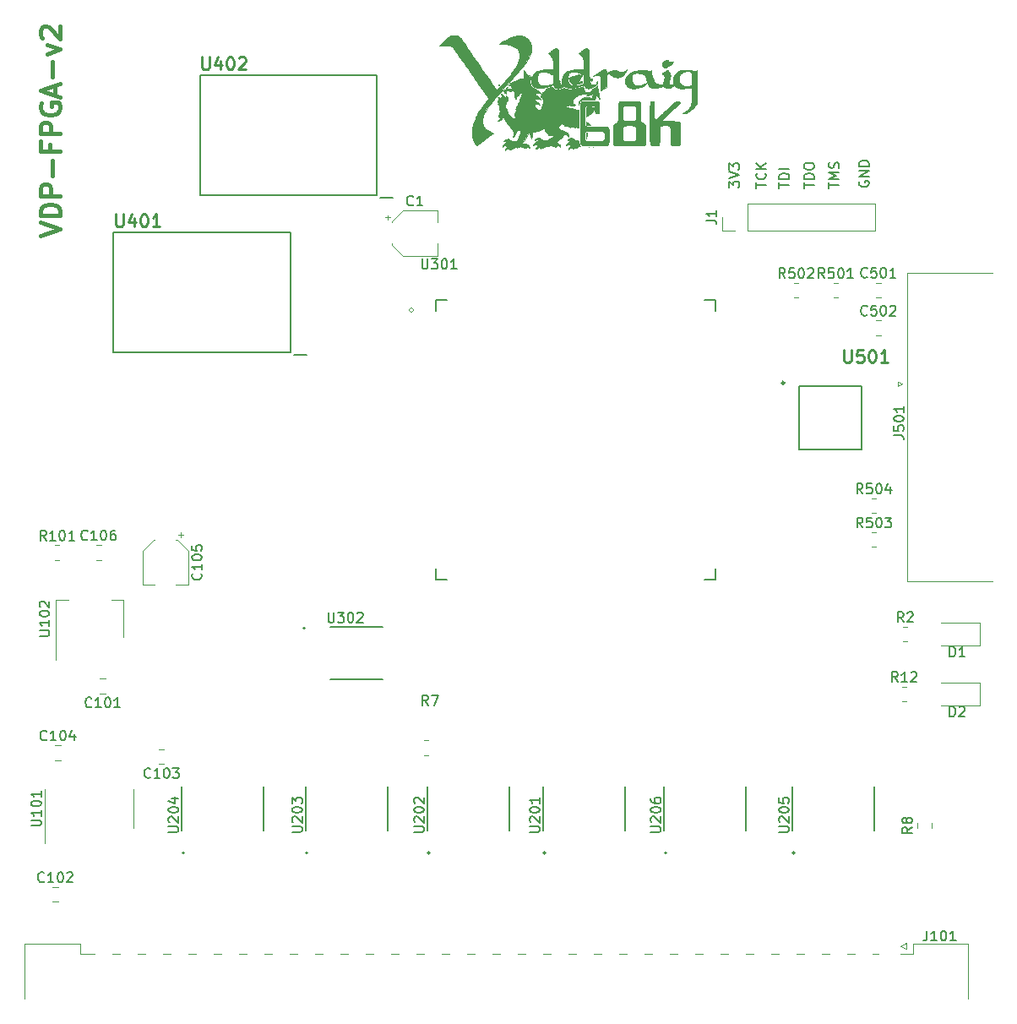
<source format=gbr>
%TF.GenerationSoftware,KiCad,Pcbnew,(6.0.7-rc1-83-g1005f75cdb)*%
%TF.CreationDate,2022-08-17T14:22:35+01:00*%
%TF.ProjectId,GfxFPGAS3,47667846-5047-4415-9333-2e6b69636164,rev?*%
%TF.SameCoordinates,Original*%
%TF.FileFunction,Legend,Top*%
%TF.FilePolarity,Positive*%
%FSLAX46Y46*%
G04 Gerber Fmt 4.6, Leading zero omitted, Abs format (unit mm)*
G04 Created by KiCad (PCBNEW (6.0.7-rc1-83-g1005f75cdb)) date 2022-08-17 14:22:35*
%MOMM*%
%LPD*%
G01*
G04 APERTURE LIST*
%ADD10C,0.150000*%
%ADD11C,0.400000*%
%ADD12C,0.254000*%
%ADD13C,0.120000*%
%ADD14C,0.127000*%
%ADD15C,0.100000*%
%ADD16C,0.200000*%
%ADD17C,0.250000*%
%ADD18C,0.010000*%
G04 APERTURE END LIST*
D10*
X175652380Y-68807261D02*
X175652380Y-68235833D01*
X176652380Y-68521547D02*
X175652380Y-68521547D01*
X176557142Y-67331071D02*
X176604761Y-67378690D01*
X176652380Y-67521547D01*
X176652380Y-67616785D01*
X176604761Y-67759642D01*
X176509523Y-67854880D01*
X176414285Y-67902500D01*
X176223809Y-67950119D01*
X176080952Y-67950119D01*
X175890476Y-67902500D01*
X175795238Y-67854880D01*
X175700000Y-67759642D01*
X175652380Y-67616785D01*
X175652380Y-67521547D01*
X175700000Y-67378690D01*
X175747619Y-67331071D01*
X176652380Y-66902500D02*
X175652380Y-66902500D01*
X176652380Y-66331071D02*
X176080952Y-66759642D01*
X175652380Y-66331071D02*
X176223809Y-66902500D01*
D11*
X103904761Y-73571428D02*
X105904761Y-72904761D01*
X103904761Y-72238095D01*
X105904761Y-71571428D02*
X103904761Y-71571428D01*
X103904761Y-71095238D01*
X104000000Y-70809523D01*
X104190476Y-70619047D01*
X104380952Y-70523809D01*
X104761904Y-70428571D01*
X105047619Y-70428571D01*
X105428571Y-70523809D01*
X105619047Y-70619047D01*
X105809523Y-70809523D01*
X105904761Y-71095238D01*
X105904761Y-71571428D01*
X105904761Y-69571428D02*
X103904761Y-69571428D01*
X103904761Y-68809523D01*
X104000000Y-68619047D01*
X104095238Y-68523809D01*
X104285714Y-68428571D01*
X104571428Y-68428571D01*
X104761904Y-68523809D01*
X104857142Y-68619047D01*
X104952380Y-68809523D01*
X104952380Y-69571428D01*
X105142857Y-67571428D02*
X105142857Y-66047619D01*
X104857142Y-64428571D02*
X104857142Y-65095238D01*
X105904761Y-65095238D02*
X103904761Y-65095238D01*
X103904761Y-64142857D01*
X105904761Y-63380952D02*
X103904761Y-63380952D01*
X103904761Y-62619047D01*
X104000000Y-62428571D01*
X104095238Y-62333333D01*
X104285714Y-62238095D01*
X104571428Y-62238095D01*
X104761904Y-62333333D01*
X104857142Y-62428571D01*
X104952380Y-62619047D01*
X104952380Y-63380952D01*
X104000000Y-60333333D02*
X103904761Y-60523809D01*
X103904761Y-60809523D01*
X104000000Y-61095238D01*
X104190476Y-61285714D01*
X104380952Y-61380952D01*
X104761904Y-61476190D01*
X105047619Y-61476190D01*
X105428571Y-61380952D01*
X105619047Y-61285714D01*
X105809523Y-61095238D01*
X105904761Y-60809523D01*
X105904761Y-60619047D01*
X105809523Y-60333333D01*
X105714285Y-60238095D01*
X105047619Y-60238095D01*
X105047619Y-60619047D01*
X105333333Y-59476190D02*
X105333333Y-58523809D01*
X105904761Y-59666666D02*
X103904761Y-59000000D01*
X105904761Y-58333333D01*
X105142857Y-57666666D02*
X105142857Y-56142857D01*
X104571428Y-55380952D02*
X105904761Y-54904761D01*
X104571428Y-54428571D01*
X104095238Y-53761904D02*
X104000000Y-53666666D01*
X103904761Y-53476190D01*
X103904761Y-53000000D01*
X104000000Y-52809523D01*
X104095238Y-52714285D01*
X104285714Y-52619047D01*
X104476190Y-52619047D01*
X104761904Y-52714285D01*
X105904761Y-53857142D01*
X105904761Y-52619047D01*
D10*
X180452380Y-68807261D02*
X180452380Y-68235833D01*
X181452380Y-68521547D02*
X180452380Y-68521547D01*
X181452380Y-67902500D02*
X180452380Y-67902500D01*
X180452380Y-67664404D01*
X180500000Y-67521547D01*
X180595238Y-67426309D01*
X180690476Y-67378690D01*
X180880952Y-67331071D01*
X181023809Y-67331071D01*
X181214285Y-67378690D01*
X181309523Y-67426309D01*
X181404761Y-67521547D01*
X181452380Y-67664404D01*
X181452380Y-67902500D01*
X180452380Y-66712023D02*
X180452380Y-66521547D01*
X180500000Y-66426309D01*
X180595238Y-66331071D01*
X180785714Y-66283452D01*
X181119047Y-66283452D01*
X181309523Y-66331071D01*
X181404761Y-66426309D01*
X181452380Y-66521547D01*
X181452380Y-66712023D01*
X181404761Y-66807261D01*
X181309523Y-66902500D01*
X181119047Y-66950119D01*
X180785714Y-66950119D01*
X180595238Y-66902500D01*
X180500000Y-66807261D01*
X180452380Y-66712023D01*
X172952380Y-68759642D02*
X172952380Y-68140595D01*
X173333333Y-68473928D01*
X173333333Y-68331071D01*
X173380952Y-68235833D01*
X173428571Y-68188214D01*
X173523809Y-68140595D01*
X173761904Y-68140595D01*
X173857142Y-68188214D01*
X173904761Y-68235833D01*
X173952380Y-68331071D01*
X173952380Y-68616785D01*
X173904761Y-68712023D01*
X173857142Y-68759642D01*
X172952380Y-67854880D02*
X173952380Y-67521547D01*
X172952380Y-67188214D01*
X172952380Y-66950119D02*
X172952380Y-66331071D01*
X173333333Y-66664404D01*
X173333333Y-66521547D01*
X173380952Y-66426309D01*
X173428571Y-66378690D01*
X173523809Y-66331071D01*
X173761904Y-66331071D01*
X173857142Y-66378690D01*
X173904761Y-66426309D01*
X173952380Y-66521547D01*
X173952380Y-66807261D01*
X173904761Y-66902500D01*
X173857142Y-66950119D01*
X177952380Y-68807261D02*
X177952380Y-68235833D01*
X178952380Y-68521547D02*
X177952380Y-68521547D01*
X178952380Y-67902500D02*
X177952380Y-67902500D01*
X177952380Y-67664404D01*
X178000000Y-67521547D01*
X178095238Y-67426309D01*
X178190476Y-67378690D01*
X178380952Y-67331071D01*
X178523809Y-67331071D01*
X178714285Y-67378690D01*
X178809523Y-67426309D01*
X178904761Y-67521547D01*
X178952380Y-67664404D01*
X178952380Y-67902500D01*
X178952380Y-66902500D02*
X177952380Y-66902500D01*
X186000000Y-68140595D02*
X185952380Y-68235833D01*
X185952380Y-68378690D01*
X186000000Y-68521547D01*
X186095238Y-68616785D01*
X186190476Y-68664404D01*
X186380952Y-68712023D01*
X186523809Y-68712023D01*
X186714285Y-68664404D01*
X186809523Y-68616785D01*
X186904761Y-68521547D01*
X186952380Y-68378690D01*
X186952380Y-68283452D01*
X186904761Y-68140595D01*
X186857142Y-68092976D01*
X186523809Y-68092976D01*
X186523809Y-68283452D01*
X186952380Y-67664404D02*
X185952380Y-67664404D01*
X186952380Y-67092976D01*
X185952380Y-67092976D01*
X186952380Y-66616785D02*
X185952380Y-66616785D01*
X185952380Y-66378690D01*
X186000000Y-66235833D01*
X186095238Y-66140595D01*
X186190476Y-66092976D01*
X186380952Y-66045357D01*
X186523809Y-66045357D01*
X186714285Y-66092976D01*
X186809523Y-66140595D01*
X186904761Y-66235833D01*
X186952380Y-66378690D01*
X186952380Y-66616785D01*
X182952380Y-68807261D02*
X182952380Y-68235833D01*
X183952380Y-68521547D02*
X182952380Y-68521547D01*
X183952380Y-67902500D02*
X182952380Y-67902500D01*
X183666666Y-67569166D01*
X182952380Y-67235833D01*
X183952380Y-67235833D01*
X183904761Y-66807261D02*
X183952380Y-66664404D01*
X183952380Y-66426309D01*
X183904761Y-66331071D01*
X183857142Y-66283452D01*
X183761904Y-66235833D01*
X183666666Y-66235833D01*
X183571428Y-66283452D01*
X183523809Y-66331071D01*
X183476190Y-66426309D01*
X183428571Y-66616785D01*
X183380952Y-66712023D01*
X183333333Y-66759642D01*
X183238095Y-66807261D01*
X183142857Y-66807261D01*
X183047619Y-66759642D01*
X183000000Y-66712023D01*
X182952380Y-66616785D01*
X182952380Y-66378690D01*
X183000000Y-66235833D01*
%TO.C,C101*%
X109024952Y-120764142D02*
X108977333Y-120811761D01*
X108834476Y-120859380D01*
X108739238Y-120859380D01*
X108596380Y-120811761D01*
X108501142Y-120716523D01*
X108453523Y-120621285D01*
X108405904Y-120430809D01*
X108405904Y-120287952D01*
X108453523Y-120097476D01*
X108501142Y-120002238D01*
X108596380Y-119907000D01*
X108739238Y-119859380D01*
X108834476Y-119859380D01*
X108977333Y-119907000D01*
X109024952Y-119954619D01*
X109977333Y-120859380D02*
X109405904Y-120859380D01*
X109691619Y-120859380D02*
X109691619Y-119859380D01*
X109596380Y-120002238D01*
X109501142Y-120097476D01*
X109405904Y-120145095D01*
X110596380Y-119859380D02*
X110691619Y-119859380D01*
X110786857Y-119907000D01*
X110834476Y-119954619D01*
X110882095Y-120049857D01*
X110929714Y-120240333D01*
X110929714Y-120478428D01*
X110882095Y-120668904D01*
X110834476Y-120764142D01*
X110786857Y-120811761D01*
X110691619Y-120859380D01*
X110596380Y-120859380D01*
X110501142Y-120811761D01*
X110453523Y-120764142D01*
X110405904Y-120668904D01*
X110358285Y-120478428D01*
X110358285Y-120240333D01*
X110405904Y-120049857D01*
X110453523Y-119954619D01*
X110501142Y-119907000D01*
X110596380Y-119859380D01*
X111882095Y-120859380D02*
X111310666Y-120859380D01*
X111596380Y-120859380D02*
X111596380Y-119859380D01*
X111501142Y-120002238D01*
X111405904Y-120097476D01*
X111310666Y-120145095D01*
%TO.C,C102*%
X104280952Y-138277142D02*
X104233333Y-138324761D01*
X104090476Y-138372380D01*
X103995238Y-138372380D01*
X103852380Y-138324761D01*
X103757142Y-138229523D01*
X103709523Y-138134285D01*
X103661904Y-137943809D01*
X103661904Y-137800952D01*
X103709523Y-137610476D01*
X103757142Y-137515238D01*
X103852380Y-137420000D01*
X103995238Y-137372380D01*
X104090476Y-137372380D01*
X104233333Y-137420000D01*
X104280952Y-137467619D01*
X105233333Y-138372380D02*
X104661904Y-138372380D01*
X104947619Y-138372380D02*
X104947619Y-137372380D01*
X104852380Y-137515238D01*
X104757142Y-137610476D01*
X104661904Y-137658095D01*
X105852380Y-137372380D02*
X105947619Y-137372380D01*
X106042857Y-137420000D01*
X106090476Y-137467619D01*
X106138095Y-137562857D01*
X106185714Y-137753333D01*
X106185714Y-137991428D01*
X106138095Y-138181904D01*
X106090476Y-138277142D01*
X106042857Y-138324761D01*
X105947619Y-138372380D01*
X105852380Y-138372380D01*
X105757142Y-138324761D01*
X105709523Y-138277142D01*
X105661904Y-138181904D01*
X105614285Y-137991428D01*
X105614285Y-137753333D01*
X105661904Y-137562857D01*
X105709523Y-137467619D01*
X105757142Y-137420000D01*
X105852380Y-137372380D01*
X106566666Y-137467619D02*
X106614285Y-137420000D01*
X106709523Y-137372380D01*
X106947619Y-137372380D01*
X107042857Y-137420000D01*
X107090476Y-137467619D01*
X107138095Y-137562857D01*
X107138095Y-137658095D01*
X107090476Y-137800952D01*
X106519047Y-138372380D01*
X107138095Y-138372380D01*
%TO.C,C104*%
X104530952Y-124077142D02*
X104483333Y-124124761D01*
X104340476Y-124172380D01*
X104245238Y-124172380D01*
X104102380Y-124124761D01*
X104007142Y-124029523D01*
X103959523Y-123934285D01*
X103911904Y-123743809D01*
X103911904Y-123600952D01*
X103959523Y-123410476D01*
X104007142Y-123315238D01*
X104102380Y-123220000D01*
X104245238Y-123172380D01*
X104340476Y-123172380D01*
X104483333Y-123220000D01*
X104530952Y-123267619D01*
X105483333Y-124172380D02*
X104911904Y-124172380D01*
X105197619Y-124172380D02*
X105197619Y-123172380D01*
X105102380Y-123315238D01*
X105007142Y-123410476D01*
X104911904Y-123458095D01*
X106102380Y-123172380D02*
X106197619Y-123172380D01*
X106292857Y-123220000D01*
X106340476Y-123267619D01*
X106388095Y-123362857D01*
X106435714Y-123553333D01*
X106435714Y-123791428D01*
X106388095Y-123981904D01*
X106340476Y-124077142D01*
X106292857Y-124124761D01*
X106197619Y-124172380D01*
X106102380Y-124172380D01*
X106007142Y-124124761D01*
X105959523Y-124077142D01*
X105911904Y-123981904D01*
X105864285Y-123791428D01*
X105864285Y-123553333D01*
X105911904Y-123362857D01*
X105959523Y-123267619D01*
X106007142Y-123220000D01*
X106102380Y-123172380D01*
X107292857Y-123505714D02*
X107292857Y-124172380D01*
X107054761Y-123124761D02*
X106816666Y-123839047D01*
X107435714Y-123839047D01*
%TO.C,C105*%
X120001142Y-107446047D02*
X120048761Y-107493666D01*
X120096380Y-107636523D01*
X120096380Y-107731761D01*
X120048761Y-107874619D01*
X119953523Y-107969857D01*
X119858285Y-108017476D01*
X119667809Y-108065095D01*
X119524952Y-108065095D01*
X119334476Y-108017476D01*
X119239238Y-107969857D01*
X119144000Y-107874619D01*
X119096380Y-107731761D01*
X119096380Y-107636523D01*
X119144000Y-107493666D01*
X119191619Y-107446047D01*
X120096380Y-106493666D02*
X120096380Y-107065095D01*
X120096380Y-106779380D02*
X119096380Y-106779380D01*
X119239238Y-106874619D01*
X119334476Y-106969857D01*
X119382095Y-107065095D01*
X119096380Y-105874619D02*
X119096380Y-105779380D01*
X119144000Y-105684142D01*
X119191619Y-105636523D01*
X119286857Y-105588904D01*
X119477333Y-105541285D01*
X119715428Y-105541285D01*
X119905904Y-105588904D01*
X120001142Y-105636523D01*
X120048761Y-105684142D01*
X120096380Y-105779380D01*
X120096380Y-105874619D01*
X120048761Y-105969857D01*
X120001142Y-106017476D01*
X119905904Y-106065095D01*
X119715428Y-106112714D01*
X119477333Y-106112714D01*
X119286857Y-106065095D01*
X119191619Y-106017476D01*
X119144000Y-105969857D01*
X119096380Y-105874619D01*
X119096380Y-104636523D02*
X119096380Y-105112714D01*
X119572571Y-105160333D01*
X119524952Y-105112714D01*
X119477333Y-105017476D01*
X119477333Y-104779380D01*
X119524952Y-104684142D01*
X119572571Y-104636523D01*
X119667809Y-104588904D01*
X119905904Y-104588904D01*
X120001142Y-104636523D01*
X120048761Y-104684142D01*
X120096380Y-104779380D01*
X120096380Y-105017476D01*
X120048761Y-105112714D01*
X120001142Y-105160333D01*
%TO.C,C501*%
X186774952Y-77704142D02*
X186727333Y-77751761D01*
X186584476Y-77799380D01*
X186489238Y-77799380D01*
X186346380Y-77751761D01*
X186251142Y-77656523D01*
X186203523Y-77561285D01*
X186155904Y-77370809D01*
X186155904Y-77227952D01*
X186203523Y-77037476D01*
X186251142Y-76942238D01*
X186346380Y-76847000D01*
X186489238Y-76799380D01*
X186584476Y-76799380D01*
X186727333Y-76847000D01*
X186774952Y-76894619D01*
X187679714Y-76799380D02*
X187203523Y-76799380D01*
X187155904Y-77275571D01*
X187203523Y-77227952D01*
X187298761Y-77180333D01*
X187536857Y-77180333D01*
X187632095Y-77227952D01*
X187679714Y-77275571D01*
X187727333Y-77370809D01*
X187727333Y-77608904D01*
X187679714Y-77704142D01*
X187632095Y-77751761D01*
X187536857Y-77799380D01*
X187298761Y-77799380D01*
X187203523Y-77751761D01*
X187155904Y-77704142D01*
X188346380Y-76799380D02*
X188441619Y-76799380D01*
X188536857Y-76847000D01*
X188584476Y-76894619D01*
X188632095Y-76989857D01*
X188679714Y-77180333D01*
X188679714Y-77418428D01*
X188632095Y-77608904D01*
X188584476Y-77704142D01*
X188536857Y-77751761D01*
X188441619Y-77799380D01*
X188346380Y-77799380D01*
X188251142Y-77751761D01*
X188203523Y-77704142D01*
X188155904Y-77608904D01*
X188108285Y-77418428D01*
X188108285Y-77180333D01*
X188155904Y-76989857D01*
X188203523Y-76894619D01*
X188251142Y-76847000D01*
X188346380Y-76799380D01*
X189632095Y-77799380D02*
X189060666Y-77799380D01*
X189346380Y-77799380D02*
X189346380Y-76799380D01*
X189251142Y-76942238D01*
X189155904Y-77037476D01*
X189060666Y-77085095D01*
%TO.C,C502*%
X186774952Y-81504142D02*
X186727333Y-81551761D01*
X186584476Y-81599380D01*
X186489238Y-81599380D01*
X186346380Y-81551761D01*
X186251142Y-81456523D01*
X186203523Y-81361285D01*
X186155904Y-81170809D01*
X186155904Y-81027952D01*
X186203523Y-80837476D01*
X186251142Y-80742238D01*
X186346380Y-80647000D01*
X186489238Y-80599380D01*
X186584476Y-80599380D01*
X186727333Y-80647000D01*
X186774952Y-80694619D01*
X187679714Y-80599380D02*
X187203523Y-80599380D01*
X187155904Y-81075571D01*
X187203523Y-81027952D01*
X187298761Y-80980333D01*
X187536857Y-80980333D01*
X187632095Y-81027952D01*
X187679714Y-81075571D01*
X187727333Y-81170809D01*
X187727333Y-81408904D01*
X187679714Y-81504142D01*
X187632095Y-81551761D01*
X187536857Y-81599380D01*
X187298761Y-81599380D01*
X187203523Y-81551761D01*
X187155904Y-81504142D01*
X188346380Y-80599380D02*
X188441619Y-80599380D01*
X188536857Y-80647000D01*
X188584476Y-80694619D01*
X188632095Y-80789857D01*
X188679714Y-80980333D01*
X188679714Y-81218428D01*
X188632095Y-81408904D01*
X188584476Y-81504142D01*
X188536857Y-81551761D01*
X188441619Y-81599380D01*
X188346380Y-81599380D01*
X188251142Y-81551761D01*
X188203523Y-81504142D01*
X188155904Y-81408904D01*
X188108285Y-81218428D01*
X188108285Y-80980333D01*
X188155904Y-80789857D01*
X188203523Y-80694619D01*
X188251142Y-80647000D01*
X188346380Y-80599380D01*
X189060666Y-80694619D02*
X189108285Y-80647000D01*
X189203523Y-80599380D01*
X189441619Y-80599380D01*
X189536857Y-80647000D01*
X189584476Y-80694619D01*
X189632095Y-80789857D01*
X189632095Y-80885095D01*
X189584476Y-81027952D01*
X189013047Y-81599380D01*
X189632095Y-81599380D01*
%TO.C,J101*%
X192770285Y-143232380D02*
X192770285Y-143946666D01*
X192722666Y-144089523D01*
X192627428Y-144184761D01*
X192484571Y-144232380D01*
X192389333Y-144232380D01*
X193770285Y-144232380D02*
X193198857Y-144232380D01*
X193484571Y-144232380D02*
X193484571Y-143232380D01*
X193389333Y-143375238D01*
X193294095Y-143470476D01*
X193198857Y-143518095D01*
X194389333Y-143232380D02*
X194484571Y-143232380D01*
X194579809Y-143280000D01*
X194627428Y-143327619D01*
X194675047Y-143422857D01*
X194722666Y-143613333D01*
X194722666Y-143851428D01*
X194675047Y-144041904D01*
X194627428Y-144137142D01*
X194579809Y-144184761D01*
X194484571Y-144232380D01*
X194389333Y-144232380D01*
X194294095Y-144184761D01*
X194246476Y-144137142D01*
X194198857Y-144041904D01*
X194151238Y-143851428D01*
X194151238Y-143613333D01*
X194198857Y-143422857D01*
X194246476Y-143327619D01*
X194294095Y-143280000D01*
X194389333Y-143232380D01*
X195675047Y-144232380D02*
X195103619Y-144232380D01*
X195389333Y-144232380D02*
X195389333Y-143232380D01*
X195294095Y-143375238D01*
X195198857Y-143470476D01*
X195103619Y-143518095D01*
%TO.C,J501*%
X189452380Y-93585714D02*
X190166666Y-93585714D01*
X190309523Y-93633333D01*
X190404761Y-93728571D01*
X190452380Y-93871428D01*
X190452380Y-93966666D01*
X189452380Y-92633333D02*
X189452380Y-93109523D01*
X189928571Y-93157142D01*
X189880952Y-93109523D01*
X189833333Y-93014285D01*
X189833333Y-92776190D01*
X189880952Y-92680952D01*
X189928571Y-92633333D01*
X190023809Y-92585714D01*
X190261904Y-92585714D01*
X190357142Y-92633333D01*
X190404761Y-92680952D01*
X190452380Y-92776190D01*
X190452380Y-93014285D01*
X190404761Y-93109523D01*
X190357142Y-93157142D01*
X189452380Y-91966666D02*
X189452380Y-91871428D01*
X189500000Y-91776190D01*
X189547619Y-91728571D01*
X189642857Y-91680952D01*
X189833333Y-91633333D01*
X190071428Y-91633333D01*
X190261904Y-91680952D01*
X190357142Y-91728571D01*
X190404761Y-91776190D01*
X190452380Y-91871428D01*
X190452380Y-91966666D01*
X190404761Y-92061904D01*
X190357142Y-92109523D01*
X190261904Y-92157142D01*
X190071428Y-92204761D01*
X189833333Y-92204761D01*
X189642857Y-92157142D01*
X189547619Y-92109523D01*
X189500000Y-92061904D01*
X189452380Y-91966666D01*
X190452380Y-90680952D02*
X190452380Y-91252380D01*
X190452380Y-90966666D02*
X189452380Y-90966666D01*
X189595238Y-91061904D01*
X189690476Y-91157142D01*
X189738095Y-91252380D01*
%TO.C,R101*%
X104474952Y-104129380D02*
X104141619Y-103653190D01*
X103903523Y-104129380D02*
X103903523Y-103129380D01*
X104284476Y-103129380D01*
X104379714Y-103177000D01*
X104427333Y-103224619D01*
X104474952Y-103319857D01*
X104474952Y-103462714D01*
X104427333Y-103557952D01*
X104379714Y-103605571D01*
X104284476Y-103653190D01*
X103903523Y-103653190D01*
X105427333Y-104129380D02*
X104855904Y-104129380D01*
X105141619Y-104129380D02*
X105141619Y-103129380D01*
X105046380Y-103272238D01*
X104951142Y-103367476D01*
X104855904Y-103415095D01*
X106046380Y-103129380D02*
X106141619Y-103129380D01*
X106236857Y-103177000D01*
X106284476Y-103224619D01*
X106332095Y-103319857D01*
X106379714Y-103510333D01*
X106379714Y-103748428D01*
X106332095Y-103938904D01*
X106284476Y-104034142D01*
X106236857Y-104081761D01*
X106141619Y-104129380D01*
X106046380Y-104129380D01*
X105951142Y-104081761D01*
X105903523Y-104034142D01*
X105855904Y-103938904D01*
X105808285Y-103748428D01*
X105808285Y-103510333D01*
X105855904Y-103319857D01*
X105903523Y-103224619D01*
X105951142Y-103177000D01*
X106046380Y-103129380D01*
X107332095Y-104129380D02*
X106760666Y-104129380D01*
X107046380Y-104129380D02*
X107046380Y-103129380D01*
X106951142Y-103272238D01*
X106855904Y-103367476D01*
X106760666Y-103415095D01*
%TO.C,R501*%
X182512452Y-77829380D02*
X182179119Y-77353190D01*
X181941023Y-77829380D02*
X181941023Y-76829380D01*
X182321976Y-76829380D01*
X182417214Y-76877000D01*
X182464833Y-76924619D01*
X182512452Y-77019857D01*
X182512452Y-77162714D01*
X182464833Y-77257952D01*
X182417214Y-77305571D01*
X182321976Y-77353190D01*
X181941023Y-77353190D01*
X183417214Y-76829380D02*
X182941023Y-76829380D01*
X182893404Y-77305571D01*
X182941023Y-77257952D01*
X183036261Y-77210333D01*
X183274357Y-77210333D01*
X183369595Y-77257952D01*
X183417214Y-77305571D01*
X183464833Y-77400809D01*
X183464833Y-77638904D01*
X183417214Y-77734142D01*
X183369595Y-77781761D01*
X183274357Y-77829380D01*
X183036261Y-77829380D01*
X182941023Y-77781761D01*
X182893404Y-77734142D01*
X184083880Y-76829380D02*
X184179119Y-76829380D01*
X184274357Y-76877000D01*
X184321976Y-76924619D01*
X184369595Y-77019857D01*
X184417214Y-77210333D01*
X184417214Y-77448428D01*
X184369595Y-77638904D01*
X184321976Y-77734142D01*
X184274357Y-77781761D01*
X184179119Y-77829380D01*
X184083880Y-77829380D01*
X183988642Y-77781761D01*
X183941023Y-77734142D01*
X183893404Y-77638904D01*
X183845785Y-77448428D01*
X183845785Y-77210333D01*
X183893404Y-77019857D01*
X183941023Y-76924619D01*
X183988642Y-76877000D01*
X184083880Y-76829380D01*
X185369595Y-77829380D02*
X184798166Y-77829380D01*
X185083880Y-77829380D02*
X185083880Y-76829380D01*
X184988642Y-76972238D01*
X184893404Y-77067476D01*
X184798166Y-77115095D01*
%TO.C,R502*%
X178549952Y-77829380D02*
X178216619Y-77353190D01*
X177978523Y-77829380D02*
X177978523Y-76829380D01*
X178359476Y-76829380D01*
X178454714Y-76877000D01*
X178502333Y-76924619D01*
X178549952Y-77019857D01*
X178549952Y-77162714D01*
X178502333Y-77257952D01*
X178454714Y-77305571D01*
X178359476Y-77353190D01*
X177978523Y-77353190D01*
X179454714Y-76829380D02*
X178978523Y-76829380D01*
X178930904Y-77305571D01*
X178978523Y-77257952D01*
X179073761Y-77210333D01*
X179311857Y-77210333D01*
X179407095Y-77257952D01*
X179454714Y-77305571D01*
X179502333Y-77400809D01*
X179502333Y-77638904D01*
X179454714Y-77734142D01*
X179407095Y-77781761D01*
X179311857Y-77829380D01*
X179073761Y-77829380D01*
X178978523Y-77781761D01*
X178930904Y-77734142D01*
X180121380Y-76829380D02*
X180216619Y-76829380D01*
X180311857Y-76877000D01*
X180359476Y-76924619D01*
X180407095Y-77019857D01*
X180454714Y-77210333D01*
X180454714Y-77448428D01*
X180407095Y-77638904D01*
X180359476Y-77734142D01*
X180311857Y-77781761D01*
X180216619Y-77829380D01*
X180121380Y-77829380D01*
X180026142Y-77781761D01*
X179978523Y-77734142D01*
X179930904Y-77638904D01*
X179883285Y-77448428D01*
X179883285Y-77210333D01*
X179930904Y-77019857D01*
X179978523Y-76924619D01*
X180026142Y-76877000D01*
X180121380Y-76829380D01*
X180835666Y-76924619D02*
X180883285Y-76877000D01*
X180978523Y-76829380D01*
X181216619Y-76829380D01*
X181311857Y-76877000D01*
X181359476Y-76924619D01*
X181407095Y-77019857D01*
X181407095Y-77115095D01*
X181359476Y-77257952D01*
X180788047Y-77829380D01*
X181407095Y-77829380D01*
%TO.C,R503*%
X186337452Y-102829380D02*
X186004119Y-102353190D01*
X185766023Y-102829380D02*
X185766023Y-101829380D01*
X186146976Y-101829380D01*
X186242214Y-101877000D01*
X186289833Y-101924619D01*
X186337452Y-102019857D01*
X186337452Y-102162714D01*
X186289833Y-102257952D01*
X186242214Y-102305571D01*
X186146976Y-102353190D01*
X185766023Y-102353190D01*
X187242214Y-101829380D02*
X186766023Y-101829380D01*
X186718404Y-102305571D01*
X186766023Y-102257952D01*
X186861261Y-102210333D01*
X187099357Y-102210333D01*
X187194595Y-102257952D01*
X187242214Y-102305571D01*
X187289833Y-102400809D01*
X187289833Y-102638904D01*
X187242214Y-102734142D01*
X187194595Y-102781761D01*
X187099357Y-102829380D01*
X186861261Y-102829380D01*
X186766023Y-102781761D01*
X186718404Y-102734142D01*
X187908880Y-101829380D02*
X188004119Y-101829380D01*
X188099357Y-101877000D01*
X188146976Y-101924619D01*
X188194595Y-102019857D01*
X188242214Y-102210333D01*
X188242214Y-102448428D01*
X188194595Y-102638904D01*
X188146976Y-102734142D01*
X188099357Y-102781761D01*
X188004119Y-102829380D01*
X187908880Y-102829380D01*
X187813642Y-102781761D01*
X187766023Y-102734142D01*
X187718404Y-102638904D01*
X187670785Y-102448428D01*
X187670785Y-102210333D01*
X187718404Y-102019857D01*
X187766023Y-101924619D01*
X187813642Y-101877000D01*
X187908880Y-101829380D01*
X188575547Y-101829380D02*
X189194595Y-101829380D01*
X188861261Y-102210333D01*
X189004119Y-102210333D01*
X189099357Y-102257952D01*
X189146976Y-102305571D01*
X189194595Y-102400809D01*
X189194595Y-102638904D01*
X189146976Y-102734142D01*
X189099357Y-102781761D01*
X189004119Y-102829380D01*
X188718404Y-102829380D01*
X188623166Y-102781761D01*
X188575547Y-102734142D01*
%TO.C,R504*%
X186337452Y-99429380D02*
X186004119Y-98953190D01*
X185766023Y-99429380D02*
X185766023Y-98429380D01*
X186146976Y-98429380D01*
X186242214Y-98477000D01*
X186289833Y-98524619D01*
X186337452Y-98619857D01*
X186337452Y-98762714D01*
X186289833Y-98857952D01*
X186242214Y-98905571D01*
X186146976Y-98953190D01*
X185766023Y-98953190D01*
X187242214Y-98429380D02*
X186766023Y-98429380D01*
X186718404Y-98905571D01*
X186766023Y-98857952D01*
X186861261Y-98810333D01*
X187099357Y-98810333D01*
X187194595Y-98857952D01*
X187242214Y-98905571D01*
X187289833Y-99000809D01*
X187289833Y-99238904D01*
X187242214Y-99334142D01*
X187194595Y-99381761D01*
X187099357Y-99429380D01*
X186861261Y-99429380D01*
X186766023Y-99381761D01*
X186718404Y-99334142D01*
X187908880Y-98429380D02*
X188004119Y-98429380D01*
X188099357Y-98477000D01*
X188146976Y-98524619D01*
X188194595Y-98619857D01*
X188242214Y-98810333D01*
X188242214Y-99048428D01*
X188194595Y-99238904D01*
X188146976Y-99334142D01*
X188099357Y-99381761D01*
X188004119Y-99429380D01*
X187908880Y-99429380D01*
X187813642Y-99381761D01*
X187766023Y-99334142D01*
X187718404Y-99238904D01*
X187670785Y-99048428D01*
X187670785Y-98810333D01*
X187718404Y-98619857D01*
X187766023Y-98524619D01*
X187813642Y-98477000D01*
X187908880Y-98429380D01*
X189099357Y-98762714D02*
X189099357Y-99429380D01*
X188861261Y-98381761D02*
X188623166Y-99096047D01*
X189242214Y-99096047D01*
%TO.C,U101*%
X102972380Y-132714285D02*
X103781904Y-132714285D01*
X103877142Y-132666666D01*
X103924761Y-132619047D01*
X103972380Y-132523809D01*
X103972380Y-132333333D01*
X103924761Y-132238095D01*
X103877142Y-132190476D01*
X103781904Y-132142857D01*
X102972380Y-132142857D01*
X103972380Y-131142857D02*
X103972380Y-131714285D01*
X103972380Y-131428571D02*
X102972380Y-131428571D01*
X103115238Y-131523809D01*
X103210476Y-131619047D01*
X103258095Y-131714285D01*
X102972380Y-130523809D02*
X102972380Y-130428571D01*
X103020000Y-130333333D01*
X103067619Y-130285714D01*
X103162857Y-130238095D01*
X103353333Y-130190476D01*
X103591428Y-130190476D01*
X103781904Y-130238095D01*
X103877142Y-130285714D01*
X103924761Y-130333333D01*
X103972380Y-130428571D01*
X103972380Y-130523809D01*
X103924761Y-130619047D01*
X103877142Y-130666666D01*
X103781904Y-130714285D01*
X103591428Y-130761904D01*
X103353333Y-130761904D01*
X103162857Y-130714285D01*
X103067619Y-130666666D01*
X103020000Y-130619047D01*
X102972380Y-130523809D01*
X103972380Y-129238095D02*
X103972380Y-129809523D01*
X103972380Y-129523809D02*
X102972380Y-129523809D01*
X103115238Y-129619047D01*
X103210476Y-129714285D01*
X103258095Y-129809523D01*
%TO.C,U102*%
X103796380Y-113691285D02*
X104605904Y-113691285D01*
X104701142Y-113643666D01*
X104748761Y-113596047D01*
X104796380Y-113500809D01*
X104796380Y-113310333D01*
X104748761Y-113215095D01*
X104701142Y-113167476D01*
X104605904Y-113119857D01*
X103796380Y-113119857D01*
X104796380Y-112119857D02*
X104796380Y-112691285D01*
X104796380Y-112405571D02*
X103796380Y-112405571D01*
X103939238Y-112500809D01*
X104034476Y-112596047D01*
X104082095Y-112691285D01*
X103796380Y-111500809D02*
X103796380Y-111405571D01*
X103844000Y-111310333D01*
X103891619Y-111262714D01*
X103986857Y-111215095D01*
X104177333Y-111167476D01*
X104415428Y-111167476D01*
X104605904Y-111215095D01*
X104701142Y-111262714D01*
X104748761Y-111310333D01*
X104796380Y-111405571D01*
X104796380Y-111500809D01*
X104748761Y-111596047D01*
X104701142Y-111643666D01*
X104605904Y-111691285D01*
X104415428Y-111738904D01*
X104177333Y-111738904D01*
X103986857Y-111691285D01*
X103891619Y-111643666D01*
X103844000Y-111596047D01*
X103796380Y-111500809D01*
X103891619Y-110786523D02*
X103844000Y-110738904D01*
X103796380Y-110643666D01*
X103796380Y-110405571D01*
X103844000Y-110310333D01*
X103891619Y-110262714D01*
X103986857Y-110215095D01*
X104082095Y-110215095D01*
X104224952Y-110262714D01*
X104796380Y-110834142D01*
X104796380Y-110215095D01*
%TO.C,U301*%
X142160714Y-75917380D02*
X142160714Y-76726904D01*
X142208333Y-76822142D01*
X142255952Y-76869761D01*
X142351190Y-76917380D01*
X142541666Y-76917380D01*
X142636904Y-76869761D01*
X142684523Y-76822142D01*
X142732142Y-76726904D01*
X142732142Y-75917380D01*
X143113095Y-75917380D02*
X143732142Y-75917380D01*
X143398809Y-76298333D01*
X143541666Y-76298333D01*
X143636904Y-76345952D01*
X143684523Y-76393571D01*
X143732142Y-76488809D01*
X143732142Y-76726904D01*
X143684523Y-76822142D01*
X143636904Y-76869761D01*
X143541666Y-76917380D01*
X143255952Y-76917380D01*
X143160714Y-76869761D01*
X143113095Y-76822142D01*
X144351190Y-75917380D02*
X144446428Y-75917380D01*
X144541666Y-75965000D01*
X144589285Y-76012619D01*
X144636904Y-76107857D01*
X144684523Y-76298333D01*
X144684523Y-76536428D01*
X144636904Y-76726904D01*
X144589285Y-76822142D01*
X144541666Y-76869761D01*
X144446428Y-76917380D01*
X144351190Y-76917380D01*
X144255952Y-76869761D01*
X144208333Y-76822142D01*
X144160714Y-76726904D01*
X144113095Y-76536428D01*
X144113095Y-76298333D01*
X144160714Y-76107857D01*
X144208333Y-76012619D01*
X144255952Y-75965000D01*
X144351190Y-75917380D01*
X145636904Y-76917380D02*
X145065476Y-76917380D01*
X145351190Y-76917380D02*
X145351190Y-75917380D01*
X145255952Y-76060238D01*
X145160714Y-76155476D01*
X145065476Y-76203095D01*
%TO.C,U302*%
X132750714Y-111345380D02*
X132750714Y-112154904D01*
X132798333Y-112250142D01*
X132845952Y-112297761D01*
X132941190Y-112345380D01*
X133131666Y-112345380D01*
X133226904Y-112297761D01*
X133274523Y-112250142D01*
X133322142Y-112154904D01*
X133322142Y-111345380D01*
X133703095Y-111345380D02*
X134322142Y-111345380D01*
X133988809Y-111726333D01*
X134131666Y-111726333D01*
X134226904Y-111773952D01*
X134274523Y-111821571D01*
X134322142Y-111916809D01*
X134322142Y-112154904D01*
X134274523Y-112250142D01*
X134226904Y-112297761D01*
X134131666Y-112345380D01*
X133845952Y-112345380D01*
X133750714Y-112297761D01*
X133703095Y-112250142D01*
X134941190Y-111345380D02*
X135036428Y-111345380D01*
X135131666Y-111393000D01*
X135179285Y-111440619D01*
X135226904Y-111535857D01*
X135274523Y-111726333D01*
X135274523Y-111964428D01*
X135226904Y-112154904D01*
X135179285Y-112250142D01*
X135131666Y-112297761D01*
X135036428Y-112345380D01*
X134941190Y-112345380D01*
X134845952Y-112297761D01*
X134798333Y-112250142D01*
X134750714Y-112154904D01*
X134703095Y-111964428D01*
X134703095Y-111726333D01*
X134750714Y-111535857D01*
X134798333Y-111440619D01*
X134845952Y-111393000D01*
X134941190Y-111345380D01*
X135655476Y-111440619D02*
X135703095Y-111393000D01*
X135798333Y-111345380D01*
X136036428Y-111345380D01*
X136131666Y-111393000D01*
X136179285Y-111440619D01*
X136226904Y-111535857D01*
X136226904Y-111631095D01*
X136179285Y-111773952D01*
X135607857Y-112345380D01*
X136226904Y-112345380D01*
D12*
%TO.C,U501*%
X184436857Y-85025523D02*
X184436857Y-86053619D01*
X184497333Y-86174571D01*
X184557809Y-86235047D01*
X184678761Y-86295523D01*
X184920666Y-86295523D01*
X185041619Y-86235047D01*
X185102095Y-86174571D01*
X185162571Y-86053619D01*
X185162571Y-85025523D01*
X186372095Y-85025523D02*
X185767333Y-85025523D01*
X185706857Y-85630285D01*
X185767333Y-85569809D01*
X185888285Y-85509333D01*
X186190666Y-85509333D01*
X186311619Y-85569809D01*
X186372095Y-85630285D01*
X186432571Y-85751238D01*
X186432571Y-86053619D01*
X186372095Y-86174571D01*
X186311619Y-86235047D01*
X186190666Y-86295523D01*
X185888285Y-86295523D01*
X185767333Y-86235047D01*
X185706857Y-86174571D01*
X187218761Y-85025523D02*
X187339714Y-85025523D01*
X187460666Y-85086000D01*
X187521142Y-85146476D01*
X187581619Y-85267428D01*
X187642095Y-85509333D01*
X187642095Y-85811714D01*
X187581619Y-86053619D01*
X187521142Y-86174571D01*
X187460666Y-86235047D01*
X187339714Y-86295523D01*
X187218761Y-86295523D01*
X187097809Y-86235047D01*
X187037333Y-86174571D01*
X186976857Y-86053619D01*
X186916380Y-85811714D01*
X186916380Y-85509333D01*
X186976857Y-85267428D01*
X187037333Y-85146476D01*
X187097809Y-85086000D01*
X187218761Y-85025523D01*
X188851619Y-86295523D02*
X188125904Y-86295523D01*
X188488761Y-86295523D02*
X188488761Y-85025523D01*
X188367809Y-85206952D01*
X188246857Y-85327904D01*
X188125904Y-85388380D01*
D10*
%TO.C,U201*%
X152940380Y-133359285D02*
X153749904Y-133359285D01*
X153845142Y-133311666D01*
X153892761Y-133264047D01*
X153940380Y-133168809D01*
X153940380Y-132978333D01*
X153892761Y-132883095D01*
X153845142Y-132835476D01*
X153749904Y-132787857D01*
X152940380Y-132787857D01*
X153035619Y-132359285D02*
X152988000Y-132311666D01*
X152940380Y-132216428D01*
X152940380Y-131978333D01*
X152988000Y-131883095D01*
X153035619Y-131835476D01*
X153130857Y-131787857D01*
X153226095Y-131787857D01*
X153368952Y-131835476D01*
X153940380Y-132406904D01*
X153940380Y-131787857D01*
X152940380Y-131168809D02*
X152940380Y-131073571D01*
X152988000Y-130978333D01*
X153035619Y-130930714D01*
X153130857Y-130883095D01*
X153321333Y-130835476D01*
X153559428Y-130835476D01*
X153749904Y-130883095D01*
X153845142Y-130930714D01*
X153892761Y-130978333D01*
X153940380Y-131073571D01*
X153940380Y-131168809D01*
X153892761Y-131264047D01*
X153845142Y-131311666D01*
X153749904Y-131359285D01*
X153559428Y-131406904D01*
X153321333Y-131406904D01*
X153130857Y-131359285D01*
X153035619Y-131311666D01*
X152988000Y-131264047D01*
X152940380Y-131168809D01*
X153940380Y-129883095D02*
X153940380Y-130454523D01*
X153940380Y-130168809D02*
X152940380Y-130168809D01*
X153083238Y-130264047D01*
X153178476Y-130359285D01*
X153226095Y-130454523D01*
%TO.C,U202*%
X141340380Y-133359285D02*
X142149904Y-133359285D01*
X142245142Y-133311666D01*
X142292761Y-133264047D01*
X142340380Y-133168809D01*
X142340380Y-132978333D01*
X142292761Y-132883095D01*
X142245142Y-132835476D01*
X142149904Y-132787857D01*
X141340380Y-132787857D01*
X141435619Y-132359285D02*
X141388000Y-132311666D01*
X141340380Y-132216428D01*
X141340380Y-131978333D01*
X141388000Y-131883095D01*
X141435619Y-131835476D01*
X141530857Y-131787857D01*
X141626095Y-131787857D01*
X141768952Y-131835476D01*
X142340380Y-132406904D01*
X142340380Y-131787857D01*
X141340380Y-131168809D02*
X141340380Y-131073571D01*
X141388000Y-130978333D01*
X141435619Y-130930714D01*
X141530857Y-130883095D01*
X141721333Y-130835476D01*
X141959428Y-130835476D01*
X142149904Y-130883095D01*
X142245142Y-130930714D01*
X142292761Y-130978333D01*
X142340380Y-131073571D01*
X142340380Y-131168809D01*
X142292761Y-131264047D01*
X142245142Y-131311666D01*
X142149904Y-131359285D01*
X141959428Y-131406904D01*
X141721333Y-131406904D01*
X141530857Y-131359285D01*
X141435619Y-131311666D01*
X141388000Y-131264047D01*
X141340380Y-131168809D01*
X141435619Y-130454523D02*
X141388000Y-130406904D01*
X141340380Y-130311666D01*
X141340380Y-130073571D01*
X141388000Y-129978333D01*
X141435619Y-129930714D01*
X141530857Y-129883095D01*
X141626095Y-129883095D01*
X141768952Y-129930714D01*
X142340380Y-130502142D01*
X142340380Y-129883095D01*
%TO.C,U204*%
X116740380Y-133359285D02*
X117549904Y-133359285D01*
X117645142Y-133311666D01*
X117692761Y-133264047D01*
X117740380Y-133168809D01*
X117740380Y-132978333D01*
X117692761Y-132883095D01*
X117645142Y-132835476D01*
X117549904Y-132787857D01*
X116740380Y-132787857D01*
X116835619Y-132359285D02*
X116788000Y-132311666D01*
X116740380Y-132216428D01*
X116740380Y-131978333D01*
X116788000Y-131883095D01*
X116835619Y-131835476D01*
X116930857Y-131787857D01*
X117026095Y-131787857D01*
X117168952Y-131835476D01*
X117740380Y-132406904D01*
X117740380Y-131787857D01*
X116740380Y-131168809D02*
X116740380Y-131073571D01*
X116788000Y-130978333D01*
X116835619Y-130930714D01*
X116930857Y-130883095D01*
X117121333Y-130835476D01*
X117359428Y-130835476D01*
X117549904Y-130883095D01*
X117645142Y-130930714D01*
X117692761Y-130978333D01*
X117740380Y-131073571D01*
X117740380Y-131168809D01*
X117692761Y-131264047D01*
X117645142Y-131311666D01*
X117549904Y-131359285D01*
X117359428Y-131406904D01*
X117121333Y-131406904D01*
X116930857Y-131359285D01*
X116835619Y-131311666D01*
X116788000Y-131264047D01*
X116740380Y-131168809D01*
X117073714Y-129978333D02*
X117740380Y-129978333D01*
X116692761Y-130216428D02*
X117407047Y-130454523D01*
X117407047Y-129835476D01*
%TO.C,U205*%
X177940380Y-133359285D02*
X178749904Y-133359285D01*
X178845142Y-133311666D01*
X178892761Y-133264047D01*
X178940380Y-133168809D01*
X178940380Y-132978333D01*
X178892761Y-132883095D01*
X178845142Y-132835476D01*
X178749904Y-132787857D01*
X177940380Y-132787857D01*
X178035619Y-132359285D02*
X177988000Y-132311666D01*
X177940380Y-132216428D01*
X177940380Y-131978333D01*
X177988000Y-131883095D01*
X178035619Y-131835476D01*
X178130857Y-131787857D01*
X178226095Y-131787857D01*
X178368952Y-131835476D01*
X178940380Y-132406904D01*
X178940380Y-131787857D01*
X177940380Y-131168809D02*
X177940380Y-131073571D01*
X177988000Y-130978333D01*
X178035619Y-130930714D01*
X178130857Y-130883095D01*
X178321333Y-130835476D01*
X178559428Y-130835476D01*
X178749904Y-130883095D01*
X178845142Y-130930714D01*
X178892761Y-130978333D01*
X178940380Y-131073571D01*
X178940380Y-131168809D01*
X178892761Y-131264047D01*
X178845142Y-131311666D01*
X178749904Y-131359285D01*
X178559428Y-131406904D01*
X178321333Y-131406904D01*
X178130857Y-131359285D01*
X178035619Y-131311666D01*
X177988000Y-131264047D01*
X177940380Y-131168809D01*
X177940380Y-129930714D02*
X177940380Y-130406904D01*
X178416571Y-130454523D01*
X178368952Y-130406904D01*
X178321333Y-130311666D01*
X178321333Y-130073571D01*
X178368952Y-129978333D01*
X178416571Y-129930714D01*
X178511809Y-129883095D01*
X178749904Y-129883095D01*
X178845142Y-129930714D01*
X178892761Y-129978333D01*
X178940380Y-130073571D01*
X178940380Y-130311666D01*
X178892761Y-130406904D01*
X178845142Y-130454523D01*
%TO.C,U206*%
X165075380Y-133359285D02*
X165884904Y-133359285D01*
X165980142Y-133311666D01*
X166027761Y-133264047D01*
X166075380Y-133168809D01*
X166075380Y-132978333D01*
X166027761Y-132883095D01*
X165980142Y-132835476D01*
X165884904Y-132787857D01*
X165075380Y-132787857D01*
X165170619Y-132359285D02*
X165123000Y-132311666D01*
X165075380Y-132216428D01*
X165075380Y-131978333D01*
X165123000Y-131883095D01*
X165170619Y-131835476D01*
X165265857Y-131787857D01*
X165361095Y-131787857D01*
X165503952Y-131835476D01*
X166075380Y-132406904D01*
X166075380Y-131787857D01*
X165075380Y-131168809D02*
X165075380Y-131073571D01*
X165123000Y-130978333D01*
X165170619Y-130930714D01*
X165265857Y-130883095D01*
X165456333Y-130835476D01*
X165694428Y-130835476D01*
X165884904Y-130883095D01*
X165980142Y-130930714D01*
X166027761Y-130978333D01*
X166075380Y-131073571D01*
X166075380Y-131168809D01*
X166027761Y-131264047D01*
X165980142Y-131311666D01*
X165884904Y-131359285D01*
X165694428Y-131406904D01*
X165456333Y-131406904D01*
X165265857Y-131359285D01*
X165170619Y-131311666D01*
X165123000Y-131264047D01*
X165075380Y-131168809D01*
X165075380Y-129978333D02*
X165075380Y-130168809D01*
X165123000Y-130264047D01*
X165170619Y-130311666D01*
X165313476Y-130406904D01*
X165503952Y-130454523D01*
X165884904Y-130454523D01*
X165980142Y-130406904D01*
X166027761Y-130359285D01*
X166075380Y-130264047D01*
X166075380Y-130073571D01*
X166027761Y-129978333D01*
X165980142Y-129930714D01*
X165884904Y-129883095D01*
X165646809Y-129883095D01*
X165551571Y-129930714D01*
X165503952Y-129978333D01*
X165456333Y-130073571D01*
X165456333Y-130264047D01*
X165503952Y-130359285D01*
X165551571Y-130406904D01*
X165646809Y-130454523D01*
%TO.C,U203*%
X129140380Y-133359285D02*
X129949904Y-133359285D01*
X130045142Y-133311666D01*
X130092761Y-133264047D01*
X130140380Y-133168809D01*
X130140380Y-132978333D01*
X130092761Y-132883095D01*
X130045142Y-132835476D01*
X129949904Y-132787857D01*
X129140380Y-132787857D01*
X129235619Y-132359285D02*
X129188000Y-132311666D01*
X129140380Y-132216428D01*
X129140380Y-131978333D01*
X129188000Y-131883095D01*
X129235619Y-131835476D01*
X129330857Y-131787857D01*
X129426095Y-131787857D01*
X129568952Y-131835476D01*
X130140380Y-132406904D01*
X130140380Y-131787857D01*
X129140380Y-131168809D02*
X129140380Y-131073571D01*
X129188000Y-130978333D01*
X129235619Y-130930714D01*
X129330857Y-130883095D01*
X129521333Y-130835476D01*
X129759428Y-130835476D01*
X129949904Y-130883095D01*
X130045142Y-130930714D01*
X130092761Y-130978333D01*
X130140380Y-131073571D01*
X130140380Y-131168809D01*
X130092761Y-131264047D01*
X130045142Y-131311666D01*
X129949904Y-131359285D01*
X129759428Y-131406904D01*
X129521333Y-131406904D01*
X129330857Y-131359285D01*
X129235619Y-131311666D01*
X129188000Y-131264047D01*
X129140380Y-131168809D01*
X129140380Y-130502142D02*
X129140380Y-129883095D01*
X129521333Y-130216428D01*
X129521333Y-130073571D01*
X129568952Y-129978333D01*
X129616571Y-129930714D01*
X129711809Y-129883095D01*
X129949904Y-129883095D01*
X130045142Y-129930714D01*
X130092761Y-129978333D01*
X130140380Y-130073571D01*
X130140380Y-130359285D01*
X130092761Y-130454523D01*
X130045142Y-130502142D01*
%TO.C,C106*%
X108624952Y-104004142D02*
X108577333Y-104051761D01*
X108434476Y-104099380D01*
X108339238Y-104099380D01*
X108196380Y-104051761D01*
X108101142Y-103956523D01*
X108053523Y-103861285D01*
X108005904Y-103670809D01*
X108005904Y-103527952D01*
X108053523Y-103337476D01*
X108101142Y-103242238D01*
X108196380Y-103147000D01*
X108339238Y-103099380D01*
X108434476Y-103099380D01*
X108577333Y-103147000D01*
X108624952Y-103194619D01*
X109577333Y-104099380D02*
X109005904Y-104099380D01*
X109291619Y-104099380D02*
X109291619Y-103099380D01*
X109196380Y-103242238D01*
X109101142Y-103337476D01*
X109005904Y-103385095D01*
X110196380Y-103099380D02*
X110291619Y-103099380D01*
X110386857Y-103147000D01*
X110434476Y-103194619D01*
X110482095Y-103289857D01*
X110529714Y-103480333D01*
X110529714Y-103718428D01*
X110482095Y-103908904D01*
X110434476Y-104004142D01*
X110386857Y-104051761D01*
X110291619Y-104099380D01*
X110196380Y-104099380D01*
X110101142Y-104051761D01*
X110053523Y-104004142D01*
X110005904Y-103908904D01*
X109958285Y-103718428D01*
X109958285Y-103480333D01*
X110005904Y-103289857D01*
X110053523Y-103194619D01*
X110101142Y-103147000D01*
X110196380Y-103099380D01*
X111386857Y-103099380D02*
X111196380Y-103099380D01*
X111101142Y-103147000D01*
X111053523Y-103194619D01*
X110958285Y-103337476D01*
X110910666Y-103527952D01*
X110910666Y-103908904D01*
X110958285Y-104004142D01*
X111005904Y-104051761D01*
X111101142Y-104099380D01*
X111291619Y-104099380D01*
X111386857Y-104051761D01*
X111434476Y-104004142D01*
X111482095Y-103908904D01*
X111482095Y-103670809D01*
X111434476Y-103575571D01*
X111386857Y-103527952D01*
X111291619Y-103480333D01*
X111101142Y-103480333D01*
X111005904Y-103527952D01*
X110958285Y-103575571D01*
X110910666Y-103670809D01*
D12*
%TO.C,U402*%
X120086857Y-55667523D02*
X120086857Y-56695619D01*
X120147333Y-56816571D01*
X120207809Y-56877047D01*
X120328761Y-56937523D01*
X120570666Y-56937523D01*
X120691619Y-56877047D01*
X120752095Y-56816571D01*
X120812571Y-56695619D01*
X120812571Y-55667523D01*
X121961619Y-56090857D02*
X121961619Y-56937523D01*
X121659238Y-55607047D02*
X121356857Y-56514190D01*
X122143047Y-56514190D01*
X122868761Y-55667523D02*
X122989714Y-55667523D01*
X123110666Y-55728000D01*
X123171142Y-55788476D01*
X123231619Y-55909428D01*
X123292095Y-56151333D01*
X123292095Y-56453714D01*
X123231619Y-56695619D01*
X123171142Y-56816571D01*
X123110666Y-56877047D01*
X122989714Y-56937523D01*
X122868761Y-56937523D01*
X122747809Y-56877047D01*
X122687333Y-56816571D01*
X122626857Y-56695619D01*
X122566380Y-56453714D01*
X122566380Y-56151333D01*
X122626857Y-55909428D01*
X122687333Y-55788476D01*
X122747809Y-55728000D01*
X122868761Y-55667523D01*
X123775904Y-55788476D02*
X123836380Y-55728000D01*
X123957333Y-55667523D01*
X124259714Y-55667523D01*
X124380666Y-55728000D01*
X124441142Y-55788476D01*
X124501619Y-55909428D01*
X124501619Y-56030380D01*
X124441142Y-56211809D01*
X123715428Y-56937523D01*
X124501619Y-56937523D01*
%TO.C,U401*%
X111450857Y-71415523D02*
X111450857Y-72443619D01*
X111511333Y-72564571D01*
X111571809Y-72625047D01*
X111692761Y-72685523D01*
X111934666Y-72685523D01*
X112055619Y-72625047D01*
X112116095Y-72564571D01*
X112176571Y-72443619D01*
X112176571Y-71415523D01*
X113325619Y-71838857D02*
X113325619Y-72685523D01*
X113023238Y-71355047D02*
X112720857Y-72262190D01*
X113507047Y-72262190D01*
X114232761Y-71415523D02*
X114353714Y-71415523D01*
X114474666Y-71476000D01*
X114535142Y-71536476D01*
X114595619Y-71657428D01*
X114656095Y-71899333D01*
X114656095Y-72201714D01*
X114595619Y-72443619D01*
X114535142Y-72564571D01*
X114474666Y-72625047D01*
X114353714Y-72685523D01*
X114232761Y-72685523D01*
X114111809Y-72625047D01*
X114051333Y-72564571D01*
X113990857Y-72443619D01*
X113930380Y-72201714D01*
X113930380Y-71899333D01*
X113990857Y-71657428D01*
X114051333Y-71536476D01*
X114111809Y-71476000D01*
X114232761Y-71415523D01*
X115865619Y-72685523D02*
X115139904Y-72685523D01*
X115502761Y-72685523D02*
X115502761Y-71415523D01*
X115381809Y-71596952D01*
X115260857Y-71717904D01*
X115139904Y-71778380D01*
D10*
%TO.C,C1*%
X141277333Y-70484142D02*
X141229714Y-70531761D01*
X141086857Y-70579380D01*
X140991619Y-70579380D01*
X140848761Y-70531761D01*
X140753523Y-70436523D01*
X140705904Y-70341285D01*
X140658285Y-70150809D01*
X140658285Y-70007952D01*
X140705904Y-69817476D01*
X140753523Y-69722238D01*
X140848761Y-69627000D01*
X140991619Y-69579380D01*
X141086857Y-69579380D01*
X141229714Y-69627000D01*
X141277333Y-69674619D01*
X142229714Y-70579380D02*
X141658285Y-70579380D01*
X141944000Y-70579380D02*
X141944000Y-69579380D01*
X141848761Y-69722238D01*
X141753523Y-69817476D01*
X141658285Y-69865095D01*
%TO.C,D2*%
X195061904Y-121772380D02*
X195061904Y-120772380D01*
X195300000Y-120772380D01*
X195442857Y-120820000D01*
X195538095Y-120915238D01*
X195585714Y-121010476D01*
X195633333Y-121200952D01*
X195633333Y-121343809D01*
X195585714Y-121534285D01*
X195538095Y-121629523D01*
X195442857Y-121724761D01*
X195300000Y-121772380D01*
X195061904Y-121772380D01*
X196014285Y-120867619D02*
X196061904Y-120820000D01*
X196157142Y-120772380D01*
X196395238Y-120772380D01*
X196490476Y-120820000D01*
X196538095Y-120867619D01*
X196585714Y-120962857D01*
X196585714Y-121058095D01*
X196538095Y-121200952D01*
X195966666Y-121772380D01*
X196585714Y-121772380D01*
%TO.C,J1*%
X170666380Y-72060333D02*
X171380666Y-72060333D01*
X171523523Y-72107952D01*
X171618761Y-72203190D01*
X171666380Y-72346047D01*
X171666380Y-72441285D01*
X171666380Y-71060333D02*
X171666380Y-71631761D01*
X171666380Y-71346047D02*
X170666380Y-71346047D01*
X170809238Y-71441285D01*
X170904476Y-71536523D01*
X170952095Y-71631761D01*
%TO.C,D1*%
X195061904Y-115772380D02*
X195061904Y-114772380D01*
X195300000Y-114772380D01*
X195442857Y-114820000D01*
X195538095Y-114915238D01*
X195585714Y-115010476D01*
X195633333Y-115200952D01*
X195633333Y-115343809D01*
X195585714Y-115534285D01*
X195538095Y-115629523D01*
X195442857Y-115724761D01*
X195300000Y-115772380D01*
X195061904Y-115772380D01*
X196585714Y-115772380D02*
X196014285Y-115772380D01*
X196300000Y-115772380D02*
X196300000Y-114772380D01*
X196204761Y-114915238D01*
X196109523Y-115010476D01*
X196014285Y-115058095D01*
%TO.C,C103*%
X114930952Y-127837142D02*
X114883333Y-127884761D01*
X114740476Y-127932380D01*
X114645238Y-127932380D01*
X114502380Y-127884761D01*
X114407142Y-127789523D01*
X114359523Y-127694285D01*
X114311904Y-127503809D01*
X114311904Y-127360952D01*
X114359523Y-127170476D01*
X114407142Y-127075238D01*
X114502380Y-126980000D01*
X114645238Y-126932380D01*
X114740476Y-126932380D01*
X114883333Y-126980000D01*
X114930952Y-127027619D01*
X115883333Y-127932380D02*
X115311904Y-127932380D01*
X115597619Y-127932380D02*
X115597619Y-126932380D01*
X115502380Y-127075238D01*
X115407142Y-127170476D01*
X115311904Y-127218095D01*
X116502380Y-126932380D02*
X116597619Y-126932380D01*
X116692857Y-126980000D01*
X116740476Y-127027619D01*
X116788095Y-127122857D01*
X116835714Y-127313333D01*
X116835714Y-127551428D01*
X116788095Y-127741904D01*
X116740476Y-127837142D01*
X116692857Y-127884761D01*
X116597619Y-127932380D01*
X116502380Y-127932380D01*
X116407142Y-127884761D01*
X116359523Y-127837142D01*
X116311904Y-127741904D01*
X116264285Y-127551428D01*
X116264285Y-127313333D01*
X116311904Y-127122857D01*
X116359523Y-127027619D01*
X116407142Y-126980000D01*
X116502380Y-126932380D01*
X117169047Y-126932380D02*
X117788095Y-126932380D01*
X117454761Y-127313333D01*
X117597619Y-127313333D01*
X117692857Y-127360952D01*
X117740476Y-127408571D01*
X117788095Y-127503809D01*
X117788095Y-127741904D01*
X117740476Y-127837142D01*
X117692857Y-127884761D01*
X117597619Y-127932380D01*
X117311904Y-127932380D01*
X117216666Y-127884761D01*
X117169047Y-127837142D01*
%TO.C,R12*%
X189844642Y-118302380D02*
X189511309Y-117826190D01*
X189273214Y-118302380D02*
X189273214Y-117302380D01*
X189654166Y-117302380D01*
X189749404Y-117350000D01*
X189797023Y-117397619D01*
X189844642Y-117492857D01*
X189844642Y-117635714D01*
X189797023Y-117730952D01*
X189749404Y-117778571D01*
X189654166Y-117826190D01*
X189273214Y-117826190D01*
X190797023Y-118302380D02*
X190225595Y-118302380D01*
X190511309Y-118302380D02*
X190511309Y-117302380D01*
X190416071Y-117445238D01*
X190320833Y-117540476D01*
X190225595Y-117588095D01*
X191177976Y-117397619D02*
X191225595Y-117350000D01*
X191320833Y-117302380D01*
X191558928Y-117302380D01*
X191654166Y-117350000D01*
X191701785Y-117397619D01*
X191749404Y-117492857D01*
X191749404Y-117588095D01*
X191701785Y-117730952D01*
X191130357Y-118302380D01*
X191749404Y-118302380D01*
%TO.C,R7*%
X142764833Y-120629380D02*
X142431500Y-120153190D01*
X142193404Y-120629380D02*
X142193404Y-119629380D01*
X142574357Y-119629380D01*
X142669595Y-119677000D01*
X142717214Y-119724619D01*
X142764833Y-119819857D01*
X142764833Y-119962714D01*
X142717214Y-120057952D01*
X142669595Y-120105571D01*
X142574357Y-120153190D01*
X142193404Y-120153190D01*
X143098166Y-119629380D02*
X143764833Y-119629380D01*
X143336261Y-120629380D01*
%TO.C,R2*%
X190420833Y-112302380D02*
X190087500Y-111826190D01*
X189849404Y-112302380D02*
X189849404Y-111302380D01*
X190230357Y-111302380D01*
X190325595Y-111350000D01*
X190373214Y-111397619D01*
X190420833Y-111492857D01*
X190420833Y-111635714D01*
X190373214Y-111730952D01*
X190325595Y-111778571D01*
X190230357Y-111826190D01*
X189849404Y-111826190D01*
X190801785Y-111397619D02*
X190849404Y-111350000D01*
X190944642Y-111302380D01*
X191182738Y-111302380D01*
X191277976Y-111350000D01*
X191325595Y-111397619D01*
X191373214Y-111492857D01*
X191373214Y-111588095D01*
X191325595Y-111730952D01*
X190754166Y-112302380D01*
X191373214Y-112302380D01*
%TO.C,R8*%
X191302380Y-132854166D02*
X190826190Y-133187500D01*
X191302380Y-133425595D02*
X190302380Y-133425595D01*
X190302380Y-133044642D01*
X190350000Y-132949404D01*
X190397619Y-132901785D01*
X190492857Y-132854166D01*
X190635714Y-132854166D01*
X190730952Y-132901785D01*
X190778571Y-132949404D01*
X190826190Y-133044642D01*
X190826190Y-133425595D01*
X190730952Y-132282738D02*
X190683333Y-132377976D01*
X190635714Y-132425595D01*
X190540476Y-132473214D01*
X190492857Y-132473214D01*
X190397619Y-132425595D01*
X190350000Y-132377976D01*
X190302380Y-132282738D01*
X190302380Y-132092261D01*
X190350000Y-131997023D01*
X190397619Y-131949404D01*
X190492857Y-131901785D01*
X190540476Y-131901785D01*
X190635714Y-131949404D01*
X190683333Y-131997023D01*
X190730952Y-132092261D01*
X190730952Y-132282738D01*
X190778571Y-132377976D01*
X190826190Y-132425595D01*
X190921428Y-132473214D01*
X191111904Y-132473214D01*
X191207142Y-132425595D01*
X191254761Y-132377976D01*
X191302380Y-132282738D01*
X191302380Y-132092261D01*
X191254761Y-131997023D01*
X191207142Y-131949404D01*
X191111904Y-131901785D01*
X190921428Y-131901785D01*
X190826190Y-131949404D01*
X190778571Y-131997023D01*
X190730952Y-132092261D01*
D13*
%TO.C,C101*%
X110405252Y-117992000D02*
X109882748Y-117992000D01*
X110405252Y-119462000D02*
X109882748Y-119462000D01*
%TO.C,C102*%
X105138748Y-140335000D02*
X105661252Y-140335000D01*
X105138748Y-138865000D02*
X105661252Y-138865000D01*
%TO.C,C104*%
X105388748Y-126135000D02*
X105911252Y-126135000D01*
X105388748Y-124665000D02*
X105911252Y-124665000D01*
%TO.C,C105*%
X114184000Y-108587000D02*
X115384000Y-108587000D01*
X115248437Y-104067000D02*
X115384000Y-104067000D01*
X117639563Y-104067000D02*
X117504000Y-104067000D01*
X118254000Y-103577000D02*
X117754000Y-103577000D01*
X115248437Y-104067000D02*
X114184000Y-105131437D01*
X118704000Y-108587000D02*
X117504000Y-108587000D01*
X118704000Y-105131437D02*
X118704000Y-108587000D01*
X114184000Y-105131437D02*
X114184000Y-108587000D01*
X117639563Y-104067000D02*
X118704000Y-105131437D01*
X118004000Y-103327000D02*
X118004000Y-103827000D01*
%TO.C,C501*%
X187632748Y-79762000D02*
X188155252Y-79762000D01*
X187632748Y-78292000D02*
X188155252Y-78292000D01*
%TO.C,C502*%
X187632748Y-83562000D02*
X188155252Y-83562000D01*
X187632748Y-82092000D02*
X188155252Y-82092000D01*
%TO.C,J101*%
X111906000Y-145520000D02*
X111105000Y-145520000D01*
X162706000Y-145520000D02*
X161905000Y-145520000D01*
X185566000Y-145520000D02*
X184765000Y-145520000D01*
X190071000Y-144780000D02*
X190671000Y-145080000D01*
X129686000Y-145520000D02*
X128885000Y-145520000D01*
X109366000Y-145520000D02*
X107866000Y-145520000D01*
X150006000Y-145520000D02*
X149205000Y-145520000D01*
X177946000Y-145520000D02*
X177145000Y-145520000D01*
X137306000Y-145520000D02*
X136505000Y-145520000D01*
X122066000Y-145520000D02*
X121265000Y-145520000D01*
X134766000Y-145520000D02*
X133965000Y-145520000D01*
X187881000Y-145520000D02*
X187305000Y-145520000D01*
X170326000Y-145520000D02*
X169525000Y-145520000D01*
X196866000Y-144520000D02*
X191346000Y-144520000D01*
X167786000Y-145520000D02*
X166985000Y-145520000D01*
X139846000Y-145520000D02*
X139045000Y-145520000D01*
X144926000Y-145520000D02*
X144125000Y-145520000D01*
X116986000Y-145520000D02*
X116185000Y-145520000D01*
X172866000Y-145520000D02*
X172065000Y-145520000D01*
X102346000Y-144520000D02*
X107866000Y-144520000D01*
X160166000Y-145520000D02*
X159365000Y-145520000D01*
X142386000Y-145520000D02*
X141585000Y-145520000D01*
X180486000Y-145520000D02*
X179685000Y-145520000D01*
X107866000Y-144520000D02*
X107866000Y-145520000D01*
X191347000Y-145520000D02*
X190071000Y-145520000D01*
X165246000Y-145520000D02*
X164445000Y-145520000D01*
X132226000Y-145520000D02*
X131425000Y-145520000D01*
X157626000Y-145520000D02*
X156825000Y-145520000D01*
X196866000Y-150080000D02*
X196866000Y-144520000D01*
X114446000Y-145520000D02*
X113645000Y-145520000D01*
X190671000Y-145080000D02*
X190671000Y-144480000D01*
X175406000Y-145520000D02*
X174605000Y-145520000D01*
X183026000Y-145520000D02*
X182225000Y-145520000D01*
X190671000Y-144480000D02*
X190071000Y-144780000D01*
X152546000Y-145520000D02*
X151745000Y-145520000D01*
X127146000Y-145520000D02*
X126345000Y-145520000D01*
X124606000Y-145520000D02*
X123805000Y-145520000D01*
X155086000Y-145520000D02*
X154285000Y-145520000D01*
X191346000Y-144520000D02*
X191346000Y-145520000D01*
X119526000Y-145520000D02*
X118725000Y-145520000D01*
X147466000Y-145520000D02*
X146665000Y-145520000D01*
X102346000Y-150080000D02*
X102346000Y-144520000D01*
%TO.C,J501*%
X189855662Y-88195000D02*
X190288675Y-88445000D01*
X199350000Y-108245000D02*
X190750000Y-108245000D01*
X190288675Y-88445000D02*
X189855662Y-88695000D01*
X189855662Y-88695000D02*
X189855662Y-88195000D01*
X190750000Y-108245000D02*
X190750000Y-77275000D01*
X190750000Y-77275000D02*
X199350000Y-77275000D01*
%TO.C,R101*%
X105366936Y-106062000D02*
X105821064Y-106062000D01*
X105366936Y-104592000D02*
X105821064Y-104592000D01*
%TO.C,R501*%
X183404436Y-78292000D02*
X183858564Y-78292000D01*
X183404436Y-79762000D02*
X183858564Y-79762000D01*
%TO.C,R502*%
X179441936Y-79762000D02*
X179896064Y-79762000D01*
X179441936Y-78292000D02*
X179896064Y-78292000D01*
%TO.C,R503*%
X187229436Y-103292000D02*
X187683564Y-103292000D01*
X187229436Y-104762000D02*
X187683564Y-104762000D01*
%TO.C,R504*%
X187229436Y-101362000D02*
X187683564Y-101362000D01*
X187229436Y-99892000D02*
X187683564Y-99892000D01*
%TO.C,U101*%
X113235000Y-131000000D02*
X113235000Y-129050000D01*
X113235000Y-131000000D02*
X113235000Y-132950000D01*
X104365000Y-131000000D02*
X104365000Y-129050000D01*
X104365000Y-131000000D02*
X104365000Y-134450000D01*
%TO.C,U102*%
X112254000Y-113827000D02*
X112254000Y-110067000D01*
X105434000Y-116077000D02*
X105434000Y-110067000D01*
X112254000Y-110067000D02*
X110994000Y-110067000D01*
X105434000Y-110067000D02*
X106694000Y-110067000D01*
D14*
%TO.C,U301*%
X171550000Y-108065000D02*
X171550000Y-106990000D01*
X143550000Y-108065000D02*
X144625000Y-108065000D01*
X171550000Y-80065000D02*
X170475000Y-80065000D01*
X143550000Y-108065000D02*
X143550000Y-106990000D01*
X171550000Y-80065000D02*
X171550000Y-81140000D01*
X171550000Y-108065000D02*
X170475000Y-108065000D01*
X143550000Y-80065000D02*
X144625000Y-80065000D01*
X143550000Y-80065000D02*
X143550000Y-81140000D01*
D15*
X141285000Y-81035000D02*
G75*
G03*
X141285000Y-81035000I-200000J0D01*
G01*
D14*
%TO.C,U302*%
X132950000Y-112755000D02*
X138180000Y-112755000D01*
X132950000Y-118035000D02*
X138180000Y-118035000D01*
D16*
X130450000Y-112910000D02*
G75*
G03*
X130450000Y-112910000I-100000J0D01*
G01*
%TO.C,U501*%
X186232000Y-88675000D02*
X186232000Y-94975000D01*
X179932000Y-88675000D02*
X186232000Y-88675000D01*
X186232000Y-94975000D02*
X179932000Y-94975000D01*
X179932000Y-94975000D02*
X179932000Y-88675000D01*
D17*
X178482000Y-88325000D02*
G75*
G03*
X178482000Y-88325000I-125000J0D01*
G01*
D14*
%TO.C,U201*%
X154300000Y-133200000D02*
X154300000Y-128800000D01*
X162500000Y-133200000D02*
X162500000Y-128800000D01*
D16*
X154515000Y-135440000D02*
G75*
G03*
X154515000Y-135440000I-100000J0D01*
G01*
D14*
%TO.C,U202*%
X150900000Y-133200000D02*
X150900000Y-128800000D01*
X142700000Y-133200000D02*
X142700000Y-128800000D01*
D16*
X142915000Y-135440000D02*
G75*
G03*
X142915000Y-135440000I-100000J0D01*
G01*
D14*
%TO.C,U204*%
X126300000Y-133200000D02*
X126300000Y-128800000D01*
X118100000Y-133200000D02*
X118100000Y-128800000D01*
D16*
X118315000Y-135440000D02*
G75*
G03*
X118315000Y-135440000I-100000J0D01*
G01*
D14*
%TO.C,U205*%
X179300000Y-133200000D02*
X179300000Y-128800000D01*
X187500000Y-133200000D02*
X187500000Y-128800000D01*
D16*
X179515000Y-135440000D02*
G75*
G03*
X179515000Y-135440000I-100000J0D01*
G01*
D14*
%TO.C,U206*%
X166435000Y-133200000D02*
X166435000Y-128800000D01*
X174635000Y-133200000D02*
X174635000Y-128800000D01*
D16*
X166650000Y-135440000D02*
G75*
G03*
X166650000Y-135440000I-100000J0D01*
G01*
D14*
%TO.C,U203*%
X130500000Y-133200000D02*
X130500000Y-128800000D01*
X138700000Y-133200000D02*
X138700000Y-128800000D01*
D16*
X130715000Y-135440000D02*
G75*
G03*
X130715000Y-135440000I-100000J0D01*
G01*
D13*
%TO.C,C106*%
X109482748Y-104592000D02*
X110005252Y-104592000D01*
X109482748Y-106062000D02*
X110005252Y-106062000D01*
D16*
%TO.C,U402*%
X119894000Y-57527000D02*
X137594000Y-57527000D01*
X139244000Y-69777000D02*
X137944000Y-69777000D01*
X119894000Y-69527000D02*
X119894000Y-57527000D01*
X137594000Y-57527000D02*
X137594000Y-69527000D01*
X137594000Y-69527000D02*
X119894000Y-69527000D01*
%TO.C,U401*%
X128944000Y-73277000D02*
X128944000Y-85277000D01*
X111244000Y-85277000D02*
X111244000Y-73277000D01*
X128944000Y-85277000D02*
X111244000Y-85277000D01*
X111244000Y-73277000D02*
X128944000Y-73277000D01*
X130594000Y-85527000D02*
X129294000Y-85527000D01*
D13*
%TO.C,C1*%
X138444000Y-71767000D02*
X138944000Y-71767000D01*
X138694000Y-71517000D02*
X138694000Y-72017000D01*
X140248437Y-75587000D02*
X143704000Y-75587000D01*
X139184000Y-74522563D02*
X139184000Y-74387000D01*
X139184000Y-72131437D02*
X140248437Y-71067000D01*
X140248437Y-71067000D02*
X143704000Y-71067000D01*
X139184000Y-72131437D02*
X139184000Y-72267000D01*
X139184000Y-74522563D02*
X140248437Y-75587000D01*
X143704000Y-71067000D02*
X143704000Y-72267000D01*
X143704000Y-75587000D02*
X143704000Y-74387000D01*
%TO.C,D2*%
X198085000Y-118365000D02*
X194200000Y-118365000D01*
X194200000Y-120635000D02*
X198085000Y-120635000D01*
X198085000Y-120635000D02*
X198085000Y-118365000D01*
%TO.C,G\u002A\u002A\u002A*%
G36*
X149817125Y-58439482D02*
G01*
X149838074Y-58450086D01*
X149867493Y-58472753D01*
X149872903Y-58494303D01*
X149855127Y-58518955D01*
X149852074Y-58521781D01*
X149831364Y-58538406D01*
X149818802Y-58538000D01*
X149808630Y-58517641D01*
X149801776Y-58496254D01*
X149792913Y-58456960D01*
X149797710Y-58438443D01*
X149817125Y-58439482D01*
G37*
D18*
X149817125Y-58439482D02*
X149838074Y-58450086D01*
X149867493Y-58472753D01*
X149872903Y-58494303D01*
X149855127Y-58518955D01*
X149852074Y-58521781D01*
X149831364Y-58538406D01*
X149818802Y-58538000D01*
X149808630Y-58517641D01*
X149801776Y-58496254D01*
X149792913Y-58456960D01*
X149797710Y-58438443D01*
X149817125Y-58439482D01*
G36*
X159071550Y-60670604D02*
G01*
X159158200Y-60673081D01*
X159224739Y-60678695D01*
X159273809Y-60688665D01*
X159308048Y-60704208D01*
X159330096Y-60726540D01*
X159342594Y-60756878D01*
X159348181Y-60796440D01*
X159349498Y-60846442D01*
X159349500Y-60848619D01*
X159346815Y-60905052D01*
X159336469Y-60951203D01*
X159315023Y-61001340D01*
X159310524Y-61010305D01*
X159252441Y-61106328D01*
X159175855Y-61205321D01*
X159086096Y-61301469D01*
X158988494Y-61388957D01*
X158909115Y-61448283D01*
X158870874Y-61472464D01*
X158821736Y-61501021D01*
X158766852Y-61531265D01*
X158711368Y-61560506D01*
X158660434Y-61586053D01*
X158619199Y-61605216D01*
X158592810Y-61615305D01*
X158587753Y-61616200D01*
X158583359Y-61603590D01*
X158579850Y-61566090D01*
X158577248Y-61504198D01*
X158575569Y-61418409D01*
X158574834Y-61309218D01*
X158574800Y-61276188D01*
X158574800Y-60936176D01*
X158616681Y-60913621D01*
X158650018Y-60892089D01*
X158690412Y-60861155D01*
X158715106Y-60840014D01*
X158744671Y-60812387D01*
X158756324Y-60798143D01*
X158751689Y-60794430D01*
X158739900Y-60796507D01*
X158707707Y-60802774D01*
X158664491Y-60809573D01*
X158647825Y-60811844D01*
X158609344Y-60814996D01*
X158591035Y-60808793D01*
X158590093Y-60788929D01*
X158603713Y-60751100D01*
X158605474Y-60746864D01*
X158616451Y-60723353D01*
X158629438Y-60705194D01*
X158647636Y-60691699D01*
X158674242Y-60682180D01*
X158712458Y-60675946D01*
X158765481Y-60672308D01*
X158836513Y-60670579D01*
X158928750Y-60670068D01*
X158962150Y-60670050D01*
X159071550Y-60670604D01*
G37*
X159071550Y-60670604D02*
X159158200Y-60673081D01*
X159224739Y-60678695D01*
X159273809Y-60688665D01*
X159308048Y-60704208D01*
X159330096Y-60726540D01*
X159342594Y-60756878D01*
X159348181Y-60796440D01*
X159349498Y-60846442D01*
X159349500Y-60848619D01*
X159346815Y-60905052D01*
X159336469Y-60951203D01*
X159315023Y-61001340D01*
X159310524Y-61010305D01*
X159252441Y-61106328D01*
X159175855Y-61205321D01*
X159086096Y-61301469D01*
X158988494Y-61388957D01*
X158909115Y-61448283D01*
X158870874Y-61472464D01*
X158821736Y-61501021D01*
X158766852Y-61531265D01*
X158711368Y-61560506D01*
X158660434Y-61586053D01*
X158619199Y-61605216D01*
X158592810Y-61615305D01*
X158587753Y-61616200D01*
X158583359Y-61603590D01*
X158579850Y-61566090D01*
X158577248Y-61504198D01*
X158575569Y-61418409D01*
X158574834Y-61309218D01*
X158574800Y-61276188D01*
X158574800Y-60936176D01*
X158616681Y-60913621D01*
X158650018Y-60892089D01*
X158690412Y-60861155D01*
X158715106Y-60840014D01*
X158744671Y-60812387D01*
X158756324Y-60798143D01*
X158751689Y-60794430D01*
X158739900Y-60796507D01*
X158707707Y-60802774D01*
X158664491Y-60809573D01*
X158647825Y-60811844D01*
X158609344Y-60814996D01*
X158591035Y-60808793D01*
X158590093Y-60788929D01*
X158603713Y-60751100D01*
X158605474Y-60746864D01*
X158616451Y-60723353D01*
X158629438Y-60705194D01*
X158647636Y-60691699D01*
X158674242Y-60682180D01*
X158712458Y-60675946D01*
X158765481Y-60672308D01*
X158836513Y-60670579D01*
X158928750Y-60670068D01*
X158962150Y-60670050D01*
X159071550Y-60670604D01*
G36*
X156030566Y-58077133D02*
G01*
X156032086Y-58092205D01*
X156030566Y-58094066D01*
X156023016Y-58092323D01*
X156022100Y-58085600D01*
X156026746Y-58075146D01*
X156030566Y-58077133D01*
G37*
X156030566Y-58077133D02*
X156032086Y-58092205D01*
X156030566Y-58094066D01*
X156023016Y-58092323D01*
X156022100Y-58085600D01*
X156026746Y-58075146D01*
X156030566Y-58077133D01*
G36*
X156991409Y-64093139D02*
G01*
X157003462Y-64092700D01*
X157033933Y-64091373D01*
X157045306Y-64082911D01*
X157043878Y-64060592D01*
X157042135Y-64051425D01*
X157032674Y-64020201D01*
X157020783Y-64001221D01*
X157020227Y-64000819D01*
X156989461Y-63992492D01*
X156938122Y-63993603D01*
X156869137Y-64003947D01*
X156819025Y-64014852D01*
X156773288Y-64025194D01*
X156738860Y-64031830D01*
X156721574Y-64033674D01*
X156720600Y-64033172D01*
X156729415Y-64008278D01*
X156752658Y-63973237D01*
X156785521Y-63934495D01*
X156817285Y-63903589D01*
X156877974Y-63861522D01*
X156949831Y-63829526D01*
X157026916Y-63808625D01*
X157103288Y-63799841D01*
X157173005Y-63804198D01*
X157230129Y-63822718D01*
X157242702Y-63830335D01*
X157273202Y-63851442D01*
X157316659Y-63881566D01*
X157365171Y-63915227D01*
X157380520Y-63925884D01*
X157499463Y-63993114D01*
X157631135Y-64038807D01*
X157773967Y-64062417D01*
X157774312Y-64062446D01*
X157876300Y-64070951D01*
X157876300Y-64142484D01*
X157879359Y-64220711D01*
X157887747Y-64302986D01*
X157900275Y-64381578D01*
X157915755Y-64448757D01*
X157929605Y-64489409D01*
X157957090Y-64537137D01*
X157994134Y-64582417D01*
X158007387Y-64594902D01*
X158030287Y-64615108D01*
X158041982Y-64628771D01*
X158039959Y-64636492D01*
X158021704Y-64638875D01*
X157984704Y-64636523D01*
X157926446Y-64630038D01*
X157882963Y-64624749D01*
X157828908Y-64618389D01*
X157794378Y-64615873D01*
X157773700Y-64617875D01*
X157761199Y-64625065D01*
X157751198Y-64638118D01*
X157749613Y-64640546D01*
X157729364Y-64668052D01*
X157700677Y-64702993D01*
X157687497Y-64718060D01*
X157663501Y-64743354D01*
X157642863Y-64757639D01*
X157617047Y-64764055D01*
X157577518Y-64765744D01*
X157557764Y-64765800D01*
X157509263Y-64766950D01*
X157477113Y-64772158D01*
X157452304Y-64784056D01*
X157427390Y-64803900D01*
X157382113Y-64833681D01*
X157340147Y-64842000D01*
X157301031Y-64834800D01*
X157267547Y-64809547D01*
X157262351Y-64803900D01*
X157219262Y-64773423D01*
X157164659Y-64764118D01*
X157100395Y-64775559D01*
X157028322Y-64807319D01*
X156950294Y-64858974D01*
X156921098Y-64882361D01*
X156860300Y-64933265D01*
X156860300Y-64889894D01*
X156871341Y-64819894D01*
X156901634Y-64746791D01*
X156946931Y-64677124D01*
X157002985Y-64617433D01*
X157065245Y-64574409D01*
X157095322Y-64555769D01*
X157112663Y-64538641D01*
X157114336Y-64533766D01*
X157124043Y-64516916D01*
X157147820Y-64495921D01*
X157152400Y-64492750D01*
X157177534Y-64473577D01*
X157190126Y-64459303D01*
X157190463Y-64457825D01*
X157180604Y-64448323D01*
X157155432Y-64449845D01*
X157121737Y-64460893D01*
X157086306Y-64479972D01*
X157084510Y-64481178D01*
X157036654Y-64504385D01*
X156996454Y-64503467D01*
X156963377Y-64478341D01*
X156951522Y-64460624D01*
X156922560Y-64431104D01*
X156880565Y-64421988D01*
X156825113Y-64433358D01*
X156755783Y-64465296D01*
X156679534Y-64512806D01*
X156641915Y-64537200D01*
X156612983Y-64553561D01*
X156598412Y-64558715D01*
X156597915Y-64558448D01*
X156596914Y-64542431D01*
X156603523Y-64510341D01*
X156615597Y-64469558D01*
X156630991Y-64427461D01*
X156645092Y-64396141D01*
X156673689Y-64354357D01*
X156716034Y-64308899D01*
X156764712Y-64266410D01*
X156812305Y-64233533D01*
X156842559Y-64219267D01*
X156872603Y-64204900D01*
X156881651Y-64189770D01*
X156881207Y-64188212D01*
X156885796Y-64170308D01*
X156904644Y-64144109D01*
X156915866Y-64132334D01*
X156952671Y-64104090D01*
X157134223Y-64104090D01*
X157150680Y-64114312D01*
X157179726Y-64123981D01*
X157207930Y-64129326D01*
X157210429Y-64122823D01*
X157203200Y-64111750D01*
X157178962Y-64097027D01*
X157154654Y-64092700D01*
X157134249Y-64095993D01*
X157134223Y-64104090D01*
X156952671Y-64104090D01*
X156953142Y-64103729D01*
X156991409Y-64093139D01*
G37*
X156991409Y-64093139D02*
X157003462Y-64092700D01*
X157033933Y-64091373D01*
X157045306Y-64082911D01*
X157043878Y-64060592D01*
X157042135Y-64051425D01*
X157032674Y-64020201D01*
X157020783Y-64001221D01*
X157020227Y-64000819D01*
X156989461Y-63992492D01*
X156938122Y-63993603D01*
X156869137Y-64003947D01*
X156819025Y-64014852D01*
X156773288Y-64025194D01*
X156738860Y-64031830D01*
X156721574Y-64033674D01*
X156720600Y-64033172D01*
X156729415Y-64008278D01*
X156752658Y-63973237D01*
X156785521Y-63934495D01*
X156817285Y-63903589D01*
X156877974Y-63861522D01*
X156949831Y-63829526D01*
X157026916Y-63808625D01*
X157103288Y-63799841D01*
X157173005Y-63804198D01*
X157230129Y-63822718D01*
X157242702Y-63830335D01*
X157273202Y-63851442D01*
X157316659Y-63881566D01*
X157365171Y-63915227D01*
X157380520Y-63925884D01*
X157499463Y-63993114D01*
X157631135Y-64038807D01*
X157773967Y-64062417D01*
X157774312Y-64062446D01*
X157876300Y-64070951D01*
X157876300Y-64142484D01*
X157879359Y-64220711D01*
X157887747Y-64302986D01*
X157900275Y-64381578D01*
X157915755Y-64448757D01*
X157929605Y-64489409D01*
X157957090Y-64537137D01*
X157994134Y-64582417D01*
X158007387Y-64594902D01*
X158030287Y-64615108D01*
X158041982Y-64628771D01*
X158039959Y-64636492D01*
X158021704Y-64638875D01*
X157984704Y-64636523D01*
X157926446Y-64630038D01*
X157882963Y-64624749D01*
X157828908Y-64618389D01*
X157794378Y-64615873D01*
X157773700Y-64617875D01*
X157761199Y-64625065D01*
X157751198Y-64638118D01*
X157749613Y-64640546D01*
X157729364Y-64668052D01*
X157700677Y-64702993D01*
X157687497Y-64718060D01*
X157663501Y-64743354D01*
X157642863Y-64757639D01*
X157617047Y-64764055D01*
X157577518Y-64765744D01*
X157557764Y-64765800D01*
X157509263Y-64766950D01*
X157477113Y-64772158D01*
X157452304Y-64784056D01*
X157427390Y-64803900D01*
X157382113Y-64833681D01*
X157340147Y-64842000D01*
X157301031Y-64834800D01*
X157267547Y-64809547D01*
X157262351Y-64803900D01*
X157219262Y-64773423D01*
X157164659Y-64764118D01*
X157100395Y-64775559D01*
X157028322Y-64807319D01*
X156950294Y-64858974D01*
X156921098Y-64882361D01*
X156860300Y-64933265D01*
X156860300Y-64889894D01*
X156871341Y-64819894D01*
X156901634Y-64746791D01*
X156946931Y-64677124D01*
X157002985Y-64617433D01*
X157065245Y-64574409D01*
X157095322Y-64555769D01*
X157112663Y-64538641D01*
X157114336Y-64533766D01*
X157124043Y-64516916D01*
X157147820Y-64495921D01*
X157152400Y-64492750D01*
X157177534Y-64473577D01*
X157190126Y-64459303D01*
X157190463Y-64457825D01*
X157180604Y-64448323D01*
X157155432Y-64449845D01*
X157121737Y-64460893D01*
X157086306Y-64479972D01*
X157084510Y-64481178D01*
X157036654Y-64504385D01*
X156996454Y-64503467D01*
X156963377Y-64478341D01*
X156951522Y-64460624D01*
X156922560Y-64431104D01*
X156880565Y-64421988D01*
X156825113Y-64433358D01*
X156755783Y-64465296D01*
X156679534Y-64512806D01*
X156641915Y-64537200D01*
X156612983Y-64553561D01*
X156598412Y-64558715D01*
X156597915Y-64558448D01*
X156596914Y-64542431D01*
X156603523Y-64510341D01*
X156615597Y-64469558D01*
X156630991Y-64427461D01*
X156645092Y-64396141D01*
X156673689Y-64354357D01*
X156716034Y-64308899D01*
X156764712Y-64266410D01*
X156812305Y-64233533D01*
X156842559Y-64219267D01*
X156872603Y-64204900D01*
X156881651Y-64189770D01*
X156881207Y-64188212D01*
X156885796Y-64170308D01*
X156904644Y-64144109D01*
X156915866Y-64132334D01*
X156952671Y-64104090D01*
X157134223Y-64104090D01*
X157150680Y-64114312D01*
X157179726Y-64123981D01*
X157207930Y-64129326D01*
X157210429Y-64122823D01*
X157203200Y-64111750D01*
X157178962Y-64097027D01*
X157154654Y-64092700D01*
X157134249Y-64095993D01*
X157134223Y-64104090D01*
X156952671Y-64104090D01*
X156953142Y-64103729D01*
X156991409Y-64093139D01*
G36*
X150449415Y-58944979D02*
G01*
X152015301Y-58944979D01*
X152017265Y-58953905D01*
X152044313Y-58959651D01*
X152094178Y-58961705D01*
X152135777Y-58959887D01*
X152159763Y-58952467D01*
X152173732Y-58936960D01*
X152174582Y-58935412D01*
X152183500Y-58912927D01*
X152183222Y-58903389D01*
X152169102Y-58903451D01*
X152136949Y-58908730D01*
X152093330Y-58918116D01*
X152086978Y-58919623D01*
X152038510Y-58933382D01*
X152015301Y-58944979D01*
X150449415Y-58944979D01*
X150477146Y-58913035D01*
X150480282Y-58909466D01*
X150536861Y-58845520D01*
X150579815Y-58798320D01*
X150612007Y-58765289D01*
X150636297Y-58743848D01*
X150655547Y-58731421D01*
X150672617Y-58725429D01*
X150686657Y-58723534D01*
X150732550Y-58720119D01*
X150694331Y-58755284D01*
X150659974Y-58785815D01*
X150619824Y-58820048D01*
X150606817Y-58830814D01*
X150557523Y-58871178D01*
X150606936Y-58880723D01*
X150642374Y-58884766D01*
X150698018Y-58887767D01*
X150768692Y-58889715D01*
X150849224Y-58890599D01*
X150934438Y-58890410D01*
X151019162Y-58889135D01*
X151098220Y-58886764D01*
X151166440Y-58883287D01*
X151185444Y-58881915D01*
X151239923Y-58876607D01*
X151300904Y-58869083D01*
X151362871Y-58860225D01*
X151420310Y-58850912D01*
X151467704Y-58842025D01*
X151499538Y-58834445D01*
X151509910Y-58830123D01*
X151505542Y-58819765D01*
X151497547Y-58811988D01*
X151478200Y-58805220D01*
X151442643Y-58806003D01*
X151396850Y-58812550D01*
X151314902Y-58819083D01*
X151246658Y-58806864D01*
X151206195Y-58784849D01*
X151653300Y-58784849D01*
X151661537Y-58796004D01*
X151684464Y-58788576D01*
X151689580Y-58785493D01*
X151699269Y-58772923D01*
X151692755Y-58765887D01*
X151670995Y-58763429D01*
X151655048Y-58776729D01*
X151653300Y-58784849D01*
X151206195Y-58784849D01*
X151187379Y-58774612D01*
X151156533Y-58747521D01*
X151143557Y-58730279D01*
X151836478Y-58730279D01*
X151841034Y-58732779D01*
X151859676Y-58728701D01*
X151895448Y-58717369D01*
X151941873Y-58700895D01*
X151961684Y-58693449D01*
X152009016Y-58675082D01*
X152046529Y-58659971D01*
X152068460Y-58650461D01*
X152071644Y-58648697D01*
X152068324Y-58637287D01*
X152056316Y-58622873D01*
X152038702Y-58610248D01*
X152016493Y-58609135D01*
X151985645Y-58616856D01*
X151958451Y-58628925D01*
X151925777Y-58648870D01*
X151892431Y-58672833D01*
X151863226Y-58696960D01*
X151842972Y-58717394D01*
X151836478Y-58730279D01*
X151143557Y-58730279D01*
X151118229Y-58696628D01*
X151091661Y-58636491D01*
X151081870Y-58579586D01*
X151074934Y-58567053D01*
X151051568Y-58556745D01*
X151007788Y-58547086D01*
X150993628Y-58544661D01*
X150942750Y-58537176D01*
X150896412Y-58531922D01*
X150866628Y-58530100D01*
X150838496Y-58527482D01*
X150830226Y-58517721D01*
X150841935Y-58497955D01*
X150869075Y-58469801D01*
X150899525Y-58444835D01*
X150931364Y-58431838D01*
X150976110Y-58426273D01*
X150980200Y-58426034D01*
X151025058Y-58419596D01*
X151048345Y-58407865D01*
X151048969Y-58392997D01*
X151025840Y-58377144D01*
X151008290Y-58370552D01*
X150966531Y-58357054D01*
X150998159Y-58322927D01*
X151024002Y-58300217D01*
X151046129Y-58289041D01*
X151048587Y-58288799D01*
X151067351Y-58278238D01*
X151075201Y-58264182D01*
X151099532Y-58224456D01*
X151135391Y-58194282D01*
X151835028Y-58194282D01*
X151835886Y-58229154D01*
X151859702Y-58269828D01*
X151865499Y-58276932D01*
X151919041Y-58323425D01*
X151983461Y-58352768D01*
X152052204Y-58363469D01*
X152118714Y-58354035D01*
X152148798Y-58341452D01*
X152189808Y-58309255D01*
X152223229Y-58264313D01*
X152243656Y-58215458D01*
X152247137Y-58180850D01*
X152243850Y-58142750D01*
X152063221Y-58139228D01*
X151991433Y-58138088D01*
X151940556Y-58138253D01*
X151906118Y-58140207D01*
X151883643Y-58144430D01*
X151868658Y-58151404D01*
X151856846Y-58161453D01*
X151835028Y-58194282D01*
X151135391Y-58194282D01*
X151141944Y-58188768D01*
X151195121Y-58160879D01*
X151251746Y-58144551D01*
X151304502Y-58143547D01*
X151308428Y-58144260D01*
X151338263Y-58145943D01*
X151365333Y-58134596D01*
X151391933Y-58113596D01*
X151441758Y-58082646D01*
X151505201Y-58060838D01*
X151571254Y-58051091D01*
X151617552Y-58053749D01*
X151645351Y-58056492D01*
X151663154Y-58048041D01*
X151679971Y-58023042D01*
X151685050Y-58013630D01*
X151725161Y-57963478D01*
X151786451Y-57921144D01*
X151865338Y-57888776D01*
X151913978Y-57876202D01*
X151985872Y-57865539D01*
X152073747Y-57859442D01*
X152168570Y-57858058D01*
X152261308Y-57861531D01*
X152338624Y-57869372D01*
X152381266Y-57874720D01*
X152412708Y-57877135D01*
X152425735Y-57876198D01*
X152422716Y-57863594D01*
X152408702Y-57839351D01*
X152406089Y-57835506D01*
X152369943Y-57771067D01*
X152348220Y-57700719D01*
X152340516Y-57620416D01*
X152346429Y-57526112D01*
X152364500Y-57418850D01*
X152383964Y-57284592D01*
X152389900Y-57155133D01*
X152389900Y-57014863D01*
X152417156Y-57039056D01*
X152453974Y-57080855D01*
X152492826Y-57140503D01*
X152529733Y-57211170D01*
X152560081Y-57284259D01*
X152589764Y-57360176D01*
X152618675Y-57414993D01*
X152651398Y-57452438D01*
X152692519Y-57476239D01*
X152746625Y-57490126D01*
X152818300Y-57497825D01*
X152823190Y-57498167D01*
X152869960Y-57502001D01*
X152905054Y-57506072D01*
X152922429Y-57509643D01*
X152923300Y-57510412D01*
X152916452Y-57523039D01*
X152899404Y-57547841D01*
X152893262Y-57556222D01*
X152875918Y-57584798D01*
X152857614Y-57622860D01*
X152841179Y-57663193D01*
X152829444Y-57698584D01*
X152825237Y-57721819D01*
X152826531Y-57726364D01*
X152838535Y-57722066D01*
X152866812Y-57706597D01*
X152906421Y-57682752D01*
X152930626Y-57667476D01*
X152974237Y-57640253D01*
X153009105Y-57619840D01*
X153030310Y-57609049D01*
X153034340Y-57608207D01*
X153033663Y-57621633D01*
X153028420Y-57654538D01*
X153019533Y-57701601D01*
X153010749Y-57744316D01*
X152996665Y-57829064D01*
X152986926Y-57926129D01*
X152981607Y-58029137D01*
X152980780Y-58131716D01*
X152984517Y-58227490D01*
X152992891Y-58310088D01*
X153003663Y-58365000D01*
X153044968Y-58485957D01*
X153100152Y-58588253D01*
X153171291Y-58673988D01*
X153260461Y-58745259D01*
X153369739Y-58804166D01*
X153479307Y-58845862D01*
X153556020Y-58878303D01*
X153642783Y-58927364D01*
X153734636Y-58989174D01*
X153826618Y-59059863D01*
X153913769Y-59135561D01*
X153991129Y-59212398D01*
X154053737Y-59286502D01*
X154066366Y-59303951D01*
X154084105Y-59330616D01*
X154087365Y-59340923D01*
X154076831Y-59338889D01*
X154071996Y-59336868D01*
X153998357Y-59311078D01*
X153913912Y-59293502D01*
X153813950Y-59283421D01*
X153701621Y-59280132D01*
X153623888Y-59280317D01*
X153568102Y-59282778D01*
X153530817Y-59289277D01*
X153508584Y-59301578D01*
X153497957Y-59321444D01*
X153495487Y-59350638D01*
X153497268Y-59384660D01*
X153499789Y-59408099D01*
X153505864Y-59426670D01*
X153519187Y-59444359D01*
X153543449Y-59465157D01*
X153582344Y-59493051D01*
X153623818Y-59521352D01*
X153679341Y-59560015D01*
X153733126Y-59599207D01*
X153778070Y-59633664D01*
X153801618Y-59653156D01*
X153842878Y-59692551D01*
X153890077Y-59742265D01*
X153937737Y-59796033D01*
X153980385Y-59847586D01*
X154012545Y-59890659D01*
X154022010Y-59905392D01*
X154036310Y-59930710D01*
X154037249Y-59939131D01*
X154024596Y-59935502D01*
X154020641Y-59933852D01*
X153935883Y-59904549D01*
X153839136Y-59881512D01*
X153736995Y-59865447D01*
X153636052Y-59857062D01*
X153542902Y-59857062D01*
X153464139Y-59866155D01*
X153440825Y-59871719D01*
X153423843Y-59886825D01*
X153418600Y-59921218D01*
X153420410Y-59943337D01*
X153428618Y-59961704D01*
X153447388Y-59981065D01*
X153480883Y-60006165D01*
X153511562Y-60027156D01*
X153622744Y-60105706D01*
X153714400Y-60178714D01*
X153790672Y-60249855D01*
X153855703Y-60322805D01*
X153879882Y-60353828D01*
X153913215Y-60399175D01*
X153939386Y-60436579D01*
X153955487Y-60461758D01*
X153959078Y-60470355D01*
X153945908Y-60468332D01*
X153919842Y-60457180D01*
X153915582Y-60455020D01*
X153853395Y-60431026D01*
X153771722Y-60412014D01*
X153676161Y-60398972D01*
X153572311Y-60392889D01*
X153562684Y-60392715D01*
X153505114Y-60392556D01*
X153457277Y-60393702D01*
X153424652Y-60395940D01*
X153412954Y-60398563D01*
X153411472Y-60413956D01*
X153414982Y-60447322D01*
X153422727Y-60491895D01*
X153424174Y-60498969D01*
X153461912Y-60626606D01*
X153518099Y-60737490D01*
X153592127Y-60830894D01*
X153683384Y-60906095D01*
X153791259Y-60962367D01*
X153824692Y-60974745D01*
X153886508Y-60995381D01*
X153929922Y-61006547D01*
X153960708Y-61006559D01*
X153984642Y-60993733D01*
X154007498Y-60966384D01*
X154035052Y-60922827D01*
X154042046Y-60911350D01*
X154096361Y-60813203D01*
X154148900Y-60701778D01*
X154195659Y-60586565D01*
X154232634Y-60477052D01*
X154246133Y-60427677D01*
X154265393Y-60322133D01*
X154273851Y-60210293D01*
X154271916Y-60098015D01*
X154260002Y-59991157D01*
X154238519Y-59895575D01*
X154207880Y-59817127D01*
X154202521Y-59807202D01*
X154177452Y-59772721D01*
X154140334Y-59732796D01*
X154104400Y-59700478D01*
X154069256Y-59670481D01*
X154043056Y-59645331D01*
X154031232Y-59630260D01*
X154031118Y-59629875D01*
X154035176Y-59610429D01*
X154050405Y-59574080D01*
X154074386Y-59525381D01*
X154104698Y-59468888D01*
X154138921Y-59409153D01*
X154174635Y-59350732D01*
X154200513Y-59311150D01*
X154255305Y-59235573D01*
X154318528Y-59157250D01*
X154386983Y-59079386D01*
X154457468Y-59005183D01*
X154526783Y-58937847D01*
X154591726Y-58880581D01*
X154649095Y-58836590D01*
X154695691Y-58809077D01*
X154706446Y-58804736D01*
X154757864Y-58787287D01*
X154820087Y-58766798D01*
X154888987Y-58744558D01*
X154960435Y-58721855D01*
X155030304Y-58699977D01*
X155094464Y-58680212D01*
X155148789Y-58663849D01*
X155189148Y-58652175D01*
X155211415Y-58646478D01*
X155214454Y-58646229D01*
X155222824Y-58658222D01*
X155241515Y-58685617D01*
X155266663Y-58722748D01*
X155269500Y-58726950D01*
X155316511Y-58791478D01*
X155360262Y-58838455D01*
X155407246Y-58873781D01*
X155463300Y-58903060D01*
X155576202Y-58940556D01*
X155701153Y-58957631D01*
X155835408Y-58954511D01*
X155976220Y-58931423D01*
X156120844Y-58888592D01*
X156239730Y-58839191D01*
X156296183Y-58813071D01*
X156335177Y-58796776D01*
X156362041Y-58788916D01*
X156382105Y-58788103D01*
X156400701Y-58792944D01*
X156407299Y-58795496D01*
X156525377Y-58838941D01*
X156635901Y-58870031D01*
X156748730Y-58890925D01*
X156873724Y-58903783D01*
X156913160Y-58906289D01*
X157094562Y-58907933D01*
X157287910Y-58892848D01*
X157494577Y-58860797D01*
X157715940Y-58811542D01*
X157953373Y-58744846D01*
X158076848Y-58705446D01*
X158142506Y-58684082D01*
X158199148Y-58666324D01*
X158242659Y-58653408D01*
X158268926Y-58646569D01*
X158274814Y-58645981D01*
X158315996Y-58702308D01*
X158341550Y-58750179D01*
X158354775Y-58798081D01*
X158358970Y-58854498D01*
X158359024Y-58862588D01*
X158371219Y-58965384D01*
X158407768Y-59061907D01*
X158454374Y-59134772D01*
X158484660Y-59174480D01*
X158663080Y-59183672D01*
X158734124Y-59187644D01*
X158783577Y-59191442D01*
X158815233Y-59195736D01*
X158832886Y-59201196D01*
X158840330Y-59208493D01*
X158841500Y-59215177D01*
X158831566Y-59248000D01*
X158805886Y-59286514D01*
X158770634Y-59323585D01*
X158731990Y-59352079D01*
X158716299Y-59359748D01*
X158669605Y-59372969D01*
X158603847Y-59384212D01*
X158525322Y-59392936D01*
X158440327Y-59398600D01*
X158355156Y-59400662D01*
X158276107Y-59398581D01*
X158269362Y-59398162D01*
X158208420Y-59394974D01*
X158163389Y-59395547D01*
X158124929Y-59400935D01*
X158083695Y-59412189D01*
X158052695Y-59422555D01*
X157878684Y-59487190D01*
X157728953Y-59552622D01*
X157602382Y-59619586D01*
X157497851Y-59688814D01*
X157414241Y-59761041D01*
X157350432Y-59837001D01*
X157308620Y-59910006D01*
X157282090Y-59988525D01*
X157264178Y-60088014D01*
X157255379Y-60205378D01*
X157254557Y-60247961D01*
X157253890Y-60282250D01*
X157254602Y-60306707D01*
X157259979Y-60325129D01*
X157273306Y-60341312D01*
X157297867Y-60359052D01*
X157336947Y-60382145D01*
X157393831Y-60414388D01*
X157403170Y-60419716D01*
X157446566Y-60445415D01*
X157485308Y-60469888D01*
X157507158Y-60485030D01*
X157538066Y-60508578D01*
X157459895Y-60548039D01*
X157397170Y-60574109D01*
X157334227Y-60587351D01*
X157266089Y-60587645D01*
X157187784Y-60574871D01*
X157094337Y-60548910D01*
X157062497Y-60538496D01*
X156916635Y-60489493D01*
X156802742Y-60524119D01*
X156720267Y-60551013D01*
X156640931Y-60580219D01*
X156568291Y-60610094D01*
X156505905Y-60638997D01*
X156457329Y-60665286D01*
X156426121Y-60687318D01*
X156415800Y-60702732D01*
X156427257Y-60709376D01*
X156456686Y-60713825D01*
X156482475Y-60714902D01*
X156547496Y-60718513D01*
X156632489Y-60728121D01*
X156732969Y-60742861D01*
X156844451Y-60761866D01*
X156962452Y-60784270D01*
X157082488Y-60809207D01*
X157200074Y-60835811D01*
X157310726Y-60863217D01*
X157409960Y-60890557D01*
X157442151Y-60900255D01*
X157558480Y-60935203D01*
X157656900Y-60962262D01*
X157743117Y-60982896D01*
X157822835Y-60998574D01*
X157828675Y-60999584D01*
X157876300Y-61007750D01*
X157876300Y-61891184D01*
X157876260Y-62063135D01*
X157876114Y-62211393D01*
X157875822Y-62337668D01*
X157875347Y-62443665D01*
X157874648Y-62531093D01*
X157873686Y-62601659D01*
X157872423Y-62657072D01*
X157870818Y-62699038D01*
X157868833Y-62729266D01*
X157866429Y-62749463D01*
X157863567Y-62761337D01*
X157860206Y-62766595D01*
X157856309Y-62766945D01*
X157856211Y-62766908D01*
X157831920Y-62762287D01*
X157793798Y-62759535D01*
X157775168Y-62759200D01*
X157733036Y-62756236D01*
X157703322Y-62743995D01*
X157675332Y-62719430D01*
X157636450Y-62679661D01*
X157584668Y-62700380D01*
X157503007Y-62720391D01*
X157422148Y-62715136D01*
X157343192Y-62684750D01*
X157315664Y-62667833D01*
X157296371Y-62656074D01*
X157279338Y-62652487D01*
X157256892Y-62657892D01*
X157221358Y-62673111D01*
X157207714Y-62679383D01*
X157126118Y-62706535D01*
X157041903Y-62716027D01*
X156960541Y-62708501D01*
X156887506Y-62684596D01*
X156828270Y-62644956D01*
X156817121Y-62633623D01*
X156802746Y-62620438D01*
X156785141Y-62613205D01*
X156757856Y-62610946D01*
X156714437Y-62612681D01*
X156690121Y-62614345D01*
X156590110Y-62613011D01*
X156506756Y-62592985D01*
X156438919Y-62553692D01*
X156385455Y-62494559D01*
X156359242Y-62448139D01*
X156339189Y-62408824D01*
X156322860Y-62387714D01*
X156304710Y-62379365D01*
X156288005Y-62378200D01*
X156254622Y-62372420D01*
X156211736Y-62357674D01*
X156187807Y-62346757D01*
X156125759Y-62315315D01*
X156030470Y-62416608D01*
X155950250Y-62512008D01*
X155894414Y-62601662D01*
X155862993Y-62685420D01*
X155856020Y-62763134D01*
X155873528Y-62834653D01*
X155915548Y-62899828D01*
X155924453Y-62909559D01*
X155960679Y-62942128D01*
X156004698Y-62970521D01*
X156060463Y-62996469D01*
X156131922Y-63021705D01*
X156223027Y-63047958D01*
X156265579Y-63059061D01*
X156366868Y-63086411D01*
X156447742Y-63112148D01*
X156512912Y-63138380D01*
X156567087Y-63167213D01*
X156614979Y-63200755D01*
X156650777Y-63231335D01*
X156715868Y-63301148D01*
X156771167Y-63380602D01*
X156813581Y-63463778D01*
X156840011Y-63544757D01*
X156847599Y-63607671D01*
X156847599Y-63652066D01*
X156774008Y-63581872D01*
X156706779Y-63523899D01*
X156643376Y-63484070D01*
X156575808Y-63458042D01*
X156524189Y-63446156D01*
X156459214Y-63434987D01*
X156412649Y-63431441D01*
X156378009Y-63438118D01*
X156348805Y-63457619D01*
X156318550Y-63492544D01*
X156282450Y-63543060D01*
X156211764Y-63634928D01*
X156126069Y-63731048D01*
X156032496Y-63824208D01*
X155938173Y-63907196D01*
X155873293Y-63956958D01*
X155783350Y-64015795D01*
X155678543Y-64076198D01*
X155568514Y-64133053D01*
X155462905Y-64181248D01*
X155412500Y-64201351D01*
X155354616Y-64223982D01*
X155318718Y-64240633D01*
X155305307Y-64251567D01*
X155314883Y-64257047D01*
X155347948Y-64257333D01*
X155405001Y-64252688D01*
X155486544Y-64243374D01*
X155491612Y-64242748D01*
X155615174Y-64227452D01*
X155735103Y-64288584D01*
X155837217Y-64348419D01*
X155915441Y-64412291D01*
X155971175Y-64481883D01*
X156005822Y-64558876D01*
X156019621Y-64630169D01*
X156025751Y-64693970D01*
X155951984Y-64633879D01*
X155897075Y-64591078D01*
X155852612Y-64561864D01*
X155811033Y-64541908D01*
X155765232Y-64527009D01*
X155715854Y-64517894D01*
X155684872Y-64524131D01*
X155669488Y-64547075D01*
X155666500Y-64574812D01*
X155658404Y-64619484D01*
X155631946Y-64652114D01*
X155583868Y-64676593D01*
X155580122Y-64677923D01*
X155552746Y-64684650D01*
X155527456Y-64681425D01*
X155494265Y-64666347D01*
X155480922Y-64659032D01*
X155426917Y-64635452D01*
X155369712Y-64626518D01*
X155350226Y-64626100D01*
X155290465Y-64620682D01*
X155243748Y-64601452D01*
X155200503Y-64563939D01*
X155188710Y-64550714D01*
X155151348Y-64526396D01*
X155098180Y-64521642D01*
X155029563Y-64536422D01*
X154945851Y-64570704D01*
X154942663Y-64572251D01*
X154891753Y-64595834D01*
X154851597Y-64609814D01*
X154811320Y-64616707D01*
X154760042Y-64619026D01*
X154739463Y-64619213D01*
X154677062Y-64618231D01*
X154612943Y-64615144D01*
X154559940Y-64610592D01*
X154555250Y-64610018D01*
X154479050Y-64600287D01*
X154442721Y-64658270D01*
X154405002Y-64709870D01*
X154366436Y-64740772D01*
X154320000Y-64754915D01*
X154267359Y-64756638D01*
X154221327Y-64756858D01*
X154190246Y-64763638D01*
X154163977Y-64779584D01*
X154157509Y-64784855D01*
X154103682Y-64820132D01*
X154053990Y-64833393D01*
X154011095Y-64824638D01*
X153977661Y-64793869D01*
X153972221Y-64784850D01*
X153954167Y-64758647D01*
X153931345Y-64745364D01*
X153894988Y-64740860D01*
X153878552Y-64740594D01*
X153814500Y-64751343D01*
X153742922Y-64782689D01*
X153667920Y-64832647D01*
X153638942Y-64856475D01*
X153577350Y-64909907D01*
X153573424Y-64876921D01*
X153577337Y-64817219D01*
X153599732Y-64750830D01*
X153637212Y-64683970D01*
X153686381Y-64622856D01*
X153736100Y-64579143D01*
X153780037Y-64546928D01*
X153829806Y-64509944D01*
X153856589Y-64489820D01*
X153890385Y-64463748D01*
X153905889Y-64449017D01*
X153905233Y-64441872D01*
X153890553Y-64438558D01*
X153886038Y-64438015D01*
X153849416Y-64443687D01*
X153804624Y-64465609D01*
X153799721Y-64468777D01*
X153750488Y-64492121D01*
X153709474Y-64491454D01*
X153676510Y-64466741D01*
X153659900Y-64439023D01*
X153639221Y-64408276D01*
X153612623Y-64397838D01*
X153609100Y-64397712D01*
X153558994Y-64405484D01*
X153498518Y-64427448D01*
X153435642Y-64460228D01*
X153391971Y-64489678D01*
X153357725Y-64513952D01*
X153331863Y-64529227D01*
X153320504Y-64532237D01*
X153316058Y-64512335D01*
X153320881Y-64477059D01*
X153332944Y-64433784D01*
X153350216Y-64389883D01*
X153369398Y-64354621D01*
X153432029Y-64278396D01*
X153508246Y-64220971D01*
X153542019Y-64202958D01*
X153574025Y-64184441D01*
X153593570Y-64167412D01*
X153596400Y-64161148D01*
X153605398Y-64143977D01*
X153627902Y-64119665D01*
X153637341Y-64111307D01*
X153662860Y-64092077D01*
X153686525Y-64082821D01*
X153718001Y-64081302D01*
X153754816Y-64084107D01*
X153807731Y-64091607D01*
X153859953Y-64102924D01*
X153885325Y-64110515D01*
X153920665Y-64122019D01*
X153936067Y-64122421D01*
X153935159Y-64110087D01*
X153926279Y-64092100D01*
X153912010Y-64076693D01*
X153886178Y-64069902D01*
X153851499Y-64069163D01*
X153803705Y-64067978D01*
X153776069Y-64060055D01*
X153763700Y-64042859D01*
X153761500Y-64022547D01*
X153750725Y-63990858D01*
X153718870Y-63972331D01*
X153666634Y-63967060D01*
X153594719Y-63975142D01*
X153526550Y-63990478D01*
X153482556Y-64001241D01*
X153449213Y-64007944D01*
X153433066Y-64009293D01*
X153432616Y-64009054D01*
X153436014Y-63996753D01*
X153450293Y-63970723D01*
X153461381Y-63953243D01*
X153520799Y-63885679D01*
X153598228Y-63832457D01*
X153689477Y-63795576D01*
X153790359Y-63777036D01*
X153834519Y-63775200D01*
X153868861Y-63775896D01*
X153896452Y-63779632D01*
X153923205Y-63788882D01*
X153955031Y-63806118D01*
X153997845Y-63833814D01*
X154035061Y-63859070D01*
X154091630Y-63896344D01*
X154148316Y-63931397D01*
X154197570Y-63959677D01*
X154225201Y-63973753D01*
X154302741Y-64002605D01*
X154387165Y-64022703D01*
X154474190Y-64034167D01*
X154559533Y-64037115D01*
X154638911Y-64031667D01*
X154708042Y-64017942D01*
X154762641Y-63996060D01*
X154798427Y-63966141D01*
X154803827Y-63957616D01*
X154842337Y-63911798D01*
X154901311Y-63877570D01*
X154937472Y-63865480D01*
X154982454Y-63845441D01*
X155003771Y-63819688D01*
X155031853Y-63784029D01*
X155077441Y-63753632D01*
X155132645Y-63733426D01*
X155146351Y-63730656D01*
X155192525Y-63713418D01*
X155227720Y-63686956D01*
X155262805Y-63657738D01*
X155304850Y-63632060D01*
X155311829Y-63628730D01*
X155342291Y-63613401D01*
X155359935Y-63601437D01*
X155361700Y-63598640D01*
X155350418Y-63588276D01*
X155321201Y-63574943D01*
X155280990Y-63560804D01*
X155236726Y-63548019D01*
X155195350Y-63538749D01*
X155163804Y-63535155D01*
X155158500Y-63535374D01*
X155122413Y-63537540D01*
X155072429Y-63539035D01*
X155025150Y-63539511D01*
X154931061Y-63527897D01*
X154847914Y-63493558D01*
X154776565Y-63437081D01*
X154717873Y-63359053D01*
X154693769Y-63312639D01*
X154652384Y-63247511D01*
X154606990Y-63207069D01*
X154541274Y-63145746D01*
X154491285Y-63067553D01*
X154459268Y-62977147D01*
X154447468Y-62879185D01*
X154447450Y-62876228D01*
X154446254Y-62842913D01*
X154440934Y-62829871D01*
X154428516Y-62831998D01*
X154423235Y-62834685D01*
X154397664Y-62843157D01*
X154357127Y-62851416D01*
X154324810Y-62855939D01*
X154284369Y-62862249D01*
X154251479Y-62873256D01*
X154217874Y-62892944D01*
X154175285Y-62925299D01*
X154166934Y-62932040D01*
X154074050Y-62998430D01*
X153983079Y-63046211D01*
X153897413Y-63073841D01*
X153840364Y-63080399D01*
X153788706Y-63079972D01*
X153738092Y-63077960D01*
X153716432Y-63076366D01*
X153673813Y-63077456D01*
X153637242Y-63093200D01*
X153621182Y-63104432D01*
X153533111Y-63160521D01*
X153448431Y-63193194D01*
X153365047Y-63203621D01*
X153312253Y-63200285D01*
X153267357Y-63191570D01*
X153248873Y-63184571D01*
X153222442Y-63171495D01*
X153207892Y-63165624D01*
X153207598Y-63165600D01*
X153205772Y-63177521D01*
X153204213Y-63210171D01*
X153203064Y-63258879D01*
X153202468Y-63318973D01*
X153202425Y-63333875D01*
X153196034Y-63482628D01*
X153176412Y-63617825D01*
X153142107Y-63748411D01*
X153128781Y-63787900D01*
X153114843Y-63826266D01*
X153106495Y-63843224D01*
X153100963Y-63841349D01*
X153095473Y-63823215D01*
X153094580Y-63819650D01*
X153087698Y-63792024D01*
X153076362Y-63746505D01*
X153062255Y-63689847D01*
X153049693Y-63639389D01*
X153030504Y-63567368D01*
X153008611Y-63493462D01*
X152985359Y-63421339D01*
X152962093Y-63354667D01*
X152940159Y-63297115D01*
X152920901Y-63252352D01*
X152905666Y-63224046D01*
X152895797Y-63215865D01*
X152894729Y-63216767D01*
X152886868Y-63229478D01*
X152868920Y-63259531D01*
X152843611Y-63302338D01*
X152815751Y-63349750D01*
X152669714Y-63586859D01*
X152506946Y-63829226D01*
X152332643Y-64069292D01*
X152226333Y-64207000D01*
X152185508Y-64259387D01*
X152150997Y-64305062D01*
X152125604Y-64340203D01*
X152112133Y-64360990D01*
X152110705Y-64364539D01*
X152122775Y-64368124D01*
X152157030Y-64370120D01*
X152210301Y-64370485D01*
X152279419Y-64369177D01*
X152329979Y-64367463D01*
X152549459Y-64358896D01*
X152663761Y-64414528D01*
X152760828Y-64471575D01*
X152837944Y-64537791D01*
X152893725Y-64611409D01*
X152926789Y-64690665D01*
X152936000Y-64762007D01*
X152936000Y-64804490D01*
X152870076Y-64752381D01*
X152790327Y-64696313D01*
X152716788Y-64658463D01*
X152652468Y-64640265D01*
X152631622Y-64638800D01*
X152580400Y-64638800D01*
X152580400Y-64694914D01*
X152578023Y-64732156D01*
X152567111Y-64755113D01*
X152541989Y-64774736D01*
X152537625Y-64777464D01*
X152497903Y-64797207D01*
X152461162Y-64801929D01*
X152419187Y-64791355D01*
X152377200Y-64772150D01*
X152310518Y-64747306D01*
X152242778Y-64740400D01*
X152199414Y-64738800D01*
X152170248Y-64731034D01*
X152144135Y-64712654D01*
X152123323Y-64692711D01*
X152091929Y-64664099D01*
X152065101Y-64650142D01*
X152031172Y-64645961D01*
X152011529Y-64645953D01*
X151953249Y-64653529D01*
X151892353Y-64676582D01*
X151873386Y-64686230D01*
X151804583Y-64717582D01*
X151736023Y-64736584D01*
X151660671Y-64744287D01*
X151571492Y-64741740D01*
X151527778Y-64737821D01*
X151468439Y-64732035D01*
X151429362Y-64729568D01*
X151405588Y-64730749D01*
X151392155Y-64735910D01*
X151384101Y-64745380D01*
X151382892Y-64747475D01*
X151367300Y-64769418D01*
X151340846Y-64801436D01*
X151319126Y-64825789D01*
X151290278Y-64855818D01*
X151267735Y-64872081D01*
X151241809Y-64878507D01*
X151202813Y-64879024D01*
X151188732Y-64878659D01*
X151142057Y-64878802D01*
X151110170Y-64884428D01*
X151082577Y-64898582D01*
X151058692Y-64916384D01*
X151004620Y-64948072D01*
X150954048Y-64955006D01*
X150907646Y-64937099D01*
X150906825Y-64936529D01*
X150885582Y-64913643D01*
X150878600Y-64893438D01*
X150870374Y-64871325D01*
X150843755Y-64858887D01*
X150795826Y-64854828D01*
X150791836Y-64854824D01*
X150735978Y-64864452D01*
X150671577Y-64890831D01*
X150605599Y-64930595D01*
X150559151Y-64967283D01*
X150527133Y-64994735D01*
X150502814Y-65013742D01*
X150492476Y-65019800D01*
X150486618Y-65008977D01*
X150484900Y-64990355D01*
X150492624Y-64936395D01*
X150513178Y-64873661D01*
X150542630Y-64812466D01*
X150566745Y-64775661D01*
X150597797Y-64742324D01*
X150643583Y-64702154D01*
X150696956Y-64661216D01*
X150722402Y-64643587D01*
X150771245Y-64610527D01*
X150801100Y-64588634D01*
X150814403Y-64575430D01*
X150813590Y-64568439D01*
X150801098Y-64565182D01*
X150799676Y-64565010D01*
X150764829Y-64569651D01*
X150720431Y-64587719D01*
X150706803Y-64595224D01*
X150657406Y-64617070D01*
X150619405Y-64616807D01*
X150590682Y-64593832D01*
X150572350Y-64557024D01*
X150557961Y-64526478D01*
X150539289Y-64513831D01*
X150517273Y-64511810D01*
X150477927Y-64518927D01*
X150426239Y-64537796D01*
X150370025Y-64564720D01*
X150317104Y-64595999D01*
X150279137Y-64624478D01*
X150251340Y-64647834D01*
X150232043Y-64662115D01*
X150227688Y-64664200D01*
X150224620Y-64653412D01*
X150228339Y-64625752D01*
X150237104Y-64588273D01*
X150249174Y-64548027D01*
X150262806Y-64512067D01*
X150267936Y-64501183D01*
X150321004Y-64419759D01*
X150388148Y-64357829D01*
X150419563Y-64337799D01*
X150462880Y-64309426D01*
X150510752Y-64272877D01*
X150538330Y-64249148D01*
X150572393Y-64219972D01*
X150601670Y-64202820D01*
X150632887Y-64196750D01*
X150672764Y-64200821D01*
X150728026Y-64214091D01*
X150748519Y-64219700D01*
X150799092Y-64233614D01*
X150830013Y-64241407D01*
X150846115Y-64243708D01*
X150852232Y-64241145D01*
X150853200Y-64234346D01*
X150853200Y-64233307D01*
X150841967Y-64206987D01*
X150812668Y-64190037D01*
X150771900Y-64185758D01*
X150760699Y-64187052D01*
X150714375Y-64188100D01*
X150686571Y-64172592D01*
X150675687Y-64139474D01*
X150675400Y-64130868D01*
X150672248Y-64107614D01*
X150658026Y-64095373D01*
X150625635Y-64087988D01*
X150588484Y-64086859D01*
X150535749Y-64091049D01*
X150476370Y-64099266D01*
X150419289Y-64110221D01*
X150373446Y-64122622D01*
X150365415Y-64125550D01*
X150352236Y-64129121D01*
X150350502Y-64122204D01*
X150360841Y-64100353D01*
X150371765Y-64080603D01*
X150426468Y-64008061D01*
X150499258Y-63953147D01*
X150590267Y-63915787D01*
X150699630Y-63895909D01*
X150714036Y-63894692D01*
X150821450Y-63886631D01*
X150901179Y-63942040D01*
X150984864Y-63998871D01*
X151053352Y-64042157D01*
X151111069Y-64074480D01*
X151162440Y-64098425D01*
X151182989Y-64106531D01*
X151254501Y-64127008D01*
X151338760Y-64141618D01*
X151424244Y-64148934D01*
X151499430Y-64147528D01*
X151507250Y-64146701D01*
X151544200Y-64140173D01*
X151573490Y-64127632D01*
X151603602Y-64104232D01*
X151634250Y-64074166D01*
X151668747Y-64035460D01*
X151710751Y-63983368D01*
X151753995Y-63925845D01*
X151780032Y-63888979D01*
X151815684Y-63836251D01*
X151839565Y-63797521D01*
X151854460Y-63765971D01*
X151863156Y-63734782D01*
X151868437Y-63697137D01*
X151871416Y-63665320D01*
X151881325Y-63587004D01*
X151897075Y-63526493D01*
X151921361Y-63476387D01*
X151956875Y-63429286D01*
X151957615Y-63428442D01*
X151981641Y-63399156D01*
X151991718Y-63376432D01*
X151990781Y-63348708D01*
X151985127Y-63320054D01*
X151979647Y-63243195D01*
X151998022Y-63175030D01*
X152037640Y-63118292D01*
X152061439Y-63090885D01*
X152069288Y-63071171D01*
X152064211Y-63049962D01*
X152061883Y-63044670D01*
X152050541Y-63010507D01*
X152047000Y-62985843D01*
X152042362Y-62967302D01*
X152025069Y-62969243D01*
X152024775Y-62969371D01*
X151976863Y-62986042D01*
X151913389Y-63002509D01*
X151844116Y-63016671D01*
X151778811Y-63026429D01*
X151746124Y-63029269D01*
X151700682Y-63032328D01*
X151674181Y-63037344D01*
X151660174Y-63047126D01*
X151652218Y-63064487D01*
X151650192Y-63071103D01*
X151612445Y-63190356D01*
X151575088Y-63289508D01*
X151535433Y-63373675D01*
X151490795Y-63447969D01*
X151438485Y-63517503D01*
X151382693Y-63580172D01*
X151342559Y-63621650D01*
X151308966Y-63654634D01*
X151285532Y-63675689D01*
X151275964Y-63681498D01*
X151276118Y-63667524D01*
X151281026Y-63634407D01*
X151289771Y-63587761D01*
X151296754Y-63554342D01*
X151313523Y-63454152D01*
X151321821Y-63351937D01*
X151321547Y-63254849D01*
X151312600Y-63170039D01*
X151302778Y-63127181D01*
X151293874Y-63102579D01*
X151280263Y-63075522D01*
X151259950Y-63043246D01*
X151230940Y-63002985D01*
X151191240Y-62951978D01*
X151138856Y-62887459D01*
X151071793Y-62806666D01*
X151069733Y-62804201D01*
X150967415Y-62681174D01*
X150879611Y-62574186D01*
X150804005Y-62480251D01*
X150738284Y-62396382D01*
X150680131Y-62319592D01*
X150627234Y-62246893D01*
X150577277Y-62175300D01*
X150542788Y-62124200D01*
X150472986Y-62016646D01*
X150417088Y-61922901D01*
X150372686Y-61837302D01*
X150337370Y-61754187D01*
X150308733Y-61667895D01*
X150284366Y-61572764D01*
X150262089Y-61464345D01*
X150249964Y-61407231D01*
X150240016Y-61375025D01*
X150232428Y-61367314D01*
X150227381Y-61383684D01*
X150225058Y-61423723D01*
X150225642Y-61487016D01*
X150227748Y-61542183D01*
X150234678Y-61690417D01*
X150166246Y-61813944D01*
X150128984Y-61877825D01*
X150096795Y-61924206D01*
X150065057Y-61959064D01*
X150034182Y-61984693D01*
X149965258Y-62027037D01*
X149891610Y-62057403D01*
X149822107Y-62072400D01*
X149802171Y-62073400D01*
X149758968Y-62073400D01*
X149824083Y-62000375D01*
X149873330Y-61938653D01*
X149912435Y-61876739D01*
X149938733Y-61819740D01*
X149949565Y-61772762D01*
X149949275Y-61760179D01*
X149943628Y-61736627D01*
X149928693Y-61725312D01*
X149896635Y-61720576D01*
X149894196Y-61720392D01*
X149855107Y-61712812D01*
X149827968Y-61692465D01*
X149814821Y-61675156D01*
X149793216Y-61634102D01*
X149789020Y-61594450D01*
X149802630Y-61549343D01*
X149824500Y-61508250D01*
X149849839Y-61457272D01*
X149860867Y-61408788D01*
X149862383Y-61376124D01*
X149864078Y-61334908D01*
X149872091Y-61307125D01*
X149891300Y-61281929D01*
X149915051Y-61259074D01*
X149946143Y-61227747D01*
X149962183Y-61201295D01*
X149968372Y-61169263D01*
X149969338Y-61149900D01*
X149964371Y-61094331D01*
X149944290Y-61034700D01*
X149935041Y-61014712D01*
X149911682Y-60962186D01*
X149895659Y-60913055D01*
X149886647Y-60862301D01*
X149884324Y-60804901D01*
X149888367Y-60735836D01*
X149898452Y-60650085D01*
X149907510Y-60586919D01*
X149911577Y-60551918D01*
X149907254Y-60530356D01*
X149889922Y-60512521D01*
X149863474Y-60494336D01*
X149809594Y-60450798D01*
X149778300Y-60404054D01*
X149766870Y-60348722D01*
X149768671Y-60306788D01*
X149771968Y-60263615D01*
X149767921Y-60233586D01*
X149753478Y-60204809D01*
X149736090Y-60179788D01*
X149711100Y-60140553D01*
X149701571Y-60110248D01*
X149703061Y-60086683D01*
X149718975Y-60044823D01*
X149744686Y-60014770D01*
X149774309Y-60003300D01*
X149796080Y-59992283D01*
X149808816Y-59962843D01*
X149812251Y-59920399D01*
X149806115Y-59870368D01*
X149790139Y-59818167D01*
X149784161Y-59804525D01*
X149768356Y-59767832D01*
X149763772Y-59744011D01*
X149769424Y-59723660D01*
X149774636Y-59713843D01*
X149800555Y-59677917D01*
X149827580Y-59665287D01*
X149861441Y-59674646D01*
X149884981Y-59688644D01*
X149922237Y-59720024D01*
X149958716Y-59761168D01*
X149971806Y-59779749D01*
X150016015Y-59849367D01*
X150048504Y-59900097D01*
X150071252Y-59934440D01*
X150086237Y-59954897D01*
X150095439Y-59963971D01*
X150100834Y-59964161D01*
X150104403Y-59957971D01*
X150107040Y-59950729D01*
X150107589Y-59921674D01*
X150091021Y-59879624D01*
X150082950Y-59864632D01*
X150059611Y-59812107D01*
X150057209Y-59771823D01*
X150076485Y-59740618D01*
X150117923Y-59715440D01*
X150149924Y-59699825D01*
X150164078Y-59684701D01*
X150166061Y-59660975D01*
X150164084Y-59641502D01*
X150150358Y-59579738D01*
X150121763Y-59512226D01*
X150084997Y-59447575D01*
X150066059Y-59414971D01*
X150060407Y-59397145D01*
X150066803Y-59388035D01*
X150072324Y-59385525D01*
X150109263Y-59383665D01*
X150155805Y-59399169D01*
X150207059Y-59428537D01*
X150258138Y-59468272D01*
X150304153Y-59514877D01*
X150340216Y-59564851D01*
X150350598Y-59584653D01*
X150377036Y-59630177D01*
X150411595Y-59675761D01*
X150424862Y-59690109D01*
X150453857Y-59725299D01*
X150469294Y-59762620D01*
X150471669Y-59807517D01*
X150461480Y-59865436D01*
X150445910Y-59920639D01*
X150433841Y-59963720D01*
X150426926Y-59996644D01*
X150426567Y-60012644D01*
X150426782Y-60012916D01*
X150440133Y-60010713D01*
X150460101Y-59996405D01*
X150477268Y-59974617D01*
X150480906Y-59946748D01*
X150478039Y-59924077D01*
X150477156Y-59877822D01*
X150493757Y-59849621D01*
X150528528Y-59838472D01*
X150537013Y-59838200D01*
X150565764Y-59832624D01*
X150579869Y-59811371D01*
X150581628Y-59805079D01*
X150584548Y-59775455D01*
X150584398Y-59728664D01*
X150581658Y-59672688D01*
X150576805Y-59615511D01*
X150570316Y-59565116D01*
X150565867Y-59541597D01*
X150557631Y-59505344D01*
X150610025Y-59540016D01*
X150673702Y-59596781D01*
X150723868Y-59671844D01*
X150758493Y-59760848D01*
X150775548Y-59859434D01*
X150777000Y-59898489D01*
X150776338Y-59938094D01*
X150772732Y-59969597D01*
X150763751Y-59998404D01*
X150746964Y-60029925D01*
X150719940Y-60069565D01*
X150680249Y-60122734D01*
X150670304Y-60135824D01*
X150598090Y-60241312D01*
X150546949Y-60342160D01*
X150514796Y-60444158D01*
X150499544Y-60553096D01*
X150497600Y-60615077D01*
X150498456Y-60654981D01*
X150502446Y-60687700D01*
X150511701Y-60719990D01*
X150528353Y-60758605D01*
X150554533Y-60810302D01*
X150566174Y-60832419D01*
X150630265Y-60960973D01*
X150679499Y-61075718D01*
X150713301Y-61175104D01*
X150731098Y-61257581D01*
X150733554Y-61284358D01*
X150737527Y-61366362D01*
X150804888Y-61399206D01*
X150862389Y-61437136D01*
X150900370Y-61487452D01*
X150922580Y-61554948D01*
X150933175Y-61578752D01*
X150957823Y-61599557D01*
X150997234Y-61619993D01*
X151064966Y-61662676D01*
X151112870Y-61720421D01*
X151131969Y-61760591D01*
X151141310Y-61779409D01*
X151155751Y-61789423D01*
X151182447Y-61793370D01*
X151219290Y-61794000D01*
X151308119Y-61802140D01*
X151381616Y-61827375D01*
X151413960Y-61846742D01*
X151449667Y-61866780D01*
X151470104Y-61866556D01*
X151475500Y-61850644D01*
X151481013Y-61827657D01*
X151494808Y-61793779D01*
X151500675Y-61781740D01*
X151525850Y-61732392D01*
X151485096Y-61645721D01*
X151466024Y-61603019D01*
X151454062Y-61567757D01*
X151447600Y-61531426D01*
X151445029Y-61485518D01*
X151444705Y-61432050D01*
X151450566Y-61330244D01*
X151468672Y-61245994D01*
X151500773Y-61173723D01*
X151545340Y-61111652D01*
X151570600Y-61080717D01*
X151581443Y-61059801D01*
X151580395Y-61039999D01*
X151572048Y-61017410D01*
X151551191Y-60942116D01*
X151545759Y-60860683D01*
X151554470Y-60778580D01*
X151576042Y-60701280D01*
X151609193Y-60634256D01*
X151652641Y-60582978D01*
X151678095Y-60564799D01*
X151697746Y-60551021D01*
X151709349Y-60533111D01*
X151715850Y-60503752D01*
X151719795Y-60461143D01*
X151737778Y-60360019D01*
X151775534Y-60272814D01*
X151832194Y-60201434D01*
X151841938Y-60192501D01*
X151900038Y-60141360D01*
X151896538Y-60043755D01*
X151902086Y-59941331D01*
X151926936Y-59855046D01*
X151971481Y-59784077D01*
X152036115Y-59727603D01*
X152053148Y-59716996D01*
X152085889Y-59696337D01*
X152100396Y-59680855D01*
X152101034Y-59664140D01*
X152097167Y-59652386D01*
X152087140Y-59603992D01*
X152086150Y-59544579D01*
X152093680Y-59486663D01*
X152105560Y-59449671D01*
X152128759Y-59414077D01*
X152161665Y-59377911D01*
X152172235Y-59368595D01*
X152223170Y-59325879D01*
X152253521Y-59296551D01*
X152262757Y-59278413D01*
X152250348Y-59269265D01*
X152215765Y-59266907D01*
X152158476Y-59269139D01*
X152148391Y-59269705D01*
X152082896Y-59275892D01*
X152030525Y-59288232D01*
X151986146Y-59310017D01*
X151944627Y-59344538D01*
X151900838Y-59395084D01*
X151854351Y-59458263D01*
X151821407Y-59502906D01*
X151793220Y-59537329D01*
X151773114Y-59557709D01*
X151764907Y-59561187D01*
X151758546Y-59544217D01*
X151751757Y-59509781D01*
X151746627Y-59470680D01*
X151741594Y-59427954D01*
X151736738Y-59406729D01*
X151730253Y-59403185D01*
X151720333Y-59413502D01*
X151719887Y-59414086D01*
X151695477Y-59454292D01*
X151671266Y-59511414D01*
X151646306Y-59588086D01*
X151619650Y-59686941D01*
X151615100Y-59705254D01*
X151595425Y-59785267D01*
X151580645Y-59842795D01*
X151569265Y-59879936D01*
X151559792Y-59898790D01*
X151550731Y-59901455D01*
X151540588Y-59890029D01*
X151527868Y-59866610D01*
X151516432Y-59843811D01*
X151480678Y-59766912D01*
X151456283Y-59697229D01*
X151441479Y-59626540D01*
X151434500Y-59546625D01*
X151433471Y-59457877D01*
X151433966Y-59391707D01*
X151432995Y-59344420D01*
X151429431Y-59309503D01*
X151422147Y-59280442D01*
X151410015Y-59250723D01*
X151391908Y-59213832D01*
X151390889Y-59211808D01*
X151346575Y-59123812D01*
X151388812Y-59131415D01*
X151429786Y-59138444D01*
X151476959Y-59146081D01*
X151485792Y-59147455D01*
X151540534Y-59155891D01*
X151536592Y-59093820D01*
X151533106Y-59056764D01*
X151526334Y-59038817D01*
X151512522Y-59033696D01*
X151500900Y-59034045D01*
X151478411Y-59035915D01*
X151435297Y-59039711D01*
X151376227Y-59045014D01*
X151305867Y-59051404D01*
X151234200Y-59057975D01*
X151141092Y-59066032D01*
X151065507Y-59071051D01*
X150999764Y-59073143D01*
X150936184Y-59072424D01*
X150867086Y-59069007D01*
X150802400Y-59064387D01*
X150729520Y-59058365D01*
X150661264Y-59052021D01*
X150603654Y-59045965D01*
X150562718Y-59040809D01*
X150551575Y-59038988D01*
X150518863Y-59033460D01*
X150499689Y-59031459D01*
X150497600Y-59031920D01*
X150502400Y-59044168D01*
X150514849Y-59072756D01*
X150528522Y-59103240D01*
X150544246Y-59145801D01*
X150557137Y-59195194D01*
X150566510Y-59245893D01*
X150571677Y-59292377D01*
X150571954Y-59329120D01*
X150566653Y-59350598D01*
X150559630Y-59353696D01*
X150544124Y-59343130D01*
X150516279Y-59318286D01*
X150480227Y-59283447D01*
X150440097Y-59242898D01*
X150400023Y-59200923D01*
X150364135Y-59161806D01*
X150336565Y-59129829D01*
X150321445Y-59109279D01*
X150319800Y-59105019D01*
X150327828Y-59091826D01*
X150350177Y-59062861D01*
X150384248Y-59021294D01*
X150387095Y-59017932D01*
X151650311Y-59017932D01*
X151671446Y-59025672D01*
X151672350Y-59025892D01*
X151710449Y-59034090D01*
X151733152Y-59034166D01*
X151749554Y-59024721D01*
X151761741Y-59012156D01*
X151774977Y-58996380D01*
X151773670Y-58989979D01*
X151753830Y-58990775D01*
X151728785Y-58994165D01*
X151678239Y-59002595D01*
X151652328Y-59010378D01*
X151650311Y-59017932D01*
X150387095Y-59017932D01*
X150427438Y-58970296D01*
X150449415Y-58944979D01*
G37*
X150449415Y-58944979D02*
X152015301Y-58944979D01*
X152017265Y-58953905D01*
X152044313Y-58959651D01*
X152094178Y-58961705D01*
X152135777Y-58959887D01*
X152159763Y-58952467D01*
X152173732Y-58936960D01*
X152174582Y-58935412D01*
X152183500Y-58912927D01*
X152183222Y-58903389D01*
X152169102Y-58903451D01*
X152136949Y-58908730D01*
X152093330Y-58918116D01*
X152086978Y-58919623D01*
X152038510Y-58933382D01*
X152015301Y-58944979D01*
X150449415Y-58944979D01*
X150477146Y-58913035D01*
X150480282Y-58909466D01*
X150536861Y-58845520D01*
X150579815Y-58798320D01*
X150612007Y-58765289D01*
X150636297Y-58743848D01*
X150655547Y-58731421D01*
X150672617Y-58725429D01*
X150686657Y-58723534D01*
X150732550Y-58720119D01*
X150694331Y-58755284D01*
X150659974Y-58785815D01*
X150619824Y-58820048D01*
X150606817Y-58830814D01*
X150557523Y-58871178D01*
X150606936Y-58880723D01*
X150642374Y-58884766D01*
X150698018Y-58887767D01*
X150768692Y-58889715D01*
X150849224Y-58890599D01*
X150934438Y-58890410D01*
X151019162Y-58889135D01*
X151098220Y-58886764D01*
X151166440Y-58883287D01*
X151185444Y-58881915D01*
X151239923Y-58876607D01*
X151300904Y-58869083D01*
X151362871Y-58860225D01*
X151420310Y-58850912D01*
X151467704Y-58842025D01*
X151499538Y-58834445D01*
X151509910Y-58830123D01*
X151505542Y-58819765D01*
X151497547Y-58811988D01*
X151478200Y-58805220D01*
X151442643Y-58806003D01*
X151396850Y-58812550D01*
X151314902Y-58819083D01*
X151246658Y-58806864D01*
X151206195Y-58784849D01*
X151653300Y-58784849D01*
X151661537Y-58796004D01*
X151684464Y-58788576D01*
X151689580Y-58785493D01*
X151699269Y-58772923D01*
X151692755Y-58765887D01*
X151670995Y-58763429D01*
X151655048Y-58776729D01*
X151653300Y-58784849D01*
X151206195Y-58784849D01*
X151187379Y-58774612D01*
X151156533Y-58747521D01*
X151143557Y-58730279D01*
X151836478Y-58730279D01*
X151841034Y-58732779D01*
X151859676Y-58728701D01*
X151895448Y-58717369D01*
X151941873Y-58700895D01*
X151961684Y-58693449D01*
X152009016Y-58675082D01*
X152046529Y-58659971D01*
X152068460Y-58650461D01*
X152071644Y-58648697D01*
X152068324Y-58637287D01*
X152056316Y-58622873D01*
X152038702Y-58610248D01*
X152016493Y-58609135D01*
X151985645Y-58616856D01*
X151958451Y-58628925D01*
X151925777Y-58648870D01*
X151892431Y-58672833D01*
X151863226Y-58696960D01*
X151842972Y-58717394D01*
X151836478Y-58730279D01*
X151143557Y-58730279D01*
X151118229Y-58696628D01*
X151091661Y-58636491D01*
X151081870Y-58579586D01*
X151074934Y-58567053D01*
X151051568Y-58556745D01*
X151007788Y-58547086D01*
X150993628Y-58544661D01*
X150942750Y-58537176D01*
X150896412Y-58531922D01*
X150866628Y-58530100D01*
X150838496Y-58527482D01*
X150830226Y-58517721D01*
X150841935Y-58497955D01*
X150869075Y-58469801D01*
X150899525Y-58444835D01*
X150931364Y-58431838D01*
X150976110Y-58426273D01*
X150980200Y-58426034D01*
X151025058Y-58419596D01*
X151048345Y-58407865D01*
X151048969Y-58392997D01*
X151025840Y-58377144D01*
X151008290Y-58370552D01*
X150966531Y-58357054D01*
X150998159Y-58322927D01*
X151024002Y-58300217D01*
X151046129Y-58289041D01*
X151048587Y-58288799D01*
X151067351Y-58278238D01*
X151075201Y-58264182D01*
X151099532Y-58224456D01*
X151135391Y-58194282D01*
X151835028Y-58194282D01*
X151835886Y-58229154D01*
X151859702Y-58269828D01*
X151865499Y-58276932D01*
X151919041Y-58323425D01*
X151983461Y-58352768D01*
X152052204Y-58363469D01*
X152118714Y-58354035D01*
X152148798Y-58341452D01*
X152189808Y-58309255D01*
X152223229Y-58264313D01*
X152243656Y-58215458D01*
X152247137Y-58180850D01*
X152243850Y-58142750D01*
X152063221Y-58139228D01*
X151991433Y-58138088D01*
X151940556Y-58138253D01*
X151906118Y-58140207D01*
X151883643Y-58144430D01*
X151868658Y-58151404D01*
X151856846Y-58161453D01*
X151835028Y-58194282D01*
X151135391Y-58194282D01*
X151141944Y-58188768D01*
X151195121Y-58160879D01*
X151251746Y-58144551D01*
X151304502Y-58143547D01*
X151308428Y-58144260D01*
X151338263Y-58145943D01*
X151365333Y-58134596D01*
X151391933Y-58113596D01*
X151441758Y-58082646D01*
X151505201Y-58060838D01*
X151571254Y-58051091D01*
X151617552Y-58053749D01*
X151645351Y-58056492D01*
X151663154Y-58048041D01*
X151679971Y-58023042D01*
X151685050Y-58013630D01*
X151725161Y-57963478D01*
X151786451Y-57921144D01*
X151865338Y-57888776D01*
X151913978Y-57876202D01*
X151985872Y-57865539D01*
X152073747Y-57859442D01*
X152168570Y-57858058D01*
X152261308Y-57861531D01*
X152338624Y-57869372D01*
X152381266Y-57874720D01*
X152412708Y-57877135D01*
X152425735Y-57876198D01*
X152422716Y-57863594D01*
X152408702Y-57839351D01*
X152406089Y-57835506D01*
X152369943Y-57771067D01*
X152348220Y-57700719D01*
X152340516Y-57620416D01*
X152346429Y-57526112D01*
X152364500Y-57418850D01*
X152383964Y-57284592D01*
X152389900Y-57155133D01*
X152389900Y-57014863D01*
X152417156Y-57039056D01*
X152453974Y-57080855D01*
X152492826Y-57140503D01*
X152529733Y-57211170D01*
X152560081Y-57284259D01*
X152589764Y-57360176D01*
X152618675Y-57414993D01*
X152651398Y-57452438D01*
X152692519Y-57476239D01*
X152746625Y-57490126D01*
X152818300Y-57497825D01*
X152823190Y-57498167D01*
X152869960Y-57502001D01*
X152905054Y-57506072D01*
X152922429Y-57509643D01*
X152923300Y-57510412D01*
X152916452Y-57523039D01*
X152899404Y-57547841D01*
X152893262Y-57556222D01*
X152875918Y-57584798D01*
X152857614Y-57622860D01*
X152841179Y-57663193D01*
X152829444Y-57698584D01*
X152825237Y-57721819D01*
X152826531Y-57726364D01*
X152838535Y-57722066D01*
X152866812Y-57706597D01*
X152906421Y-57682752D01*
X152930626Y-57667476D01*
X152974237Y-57640253D01*
X153009105Y-57619840D01*
X153030310Y-57609049D01*
X153034340Y-57608207D01*
X153033663Y-57621633D01*
X153028420Y-57654538D01*
X153019533Y-57701601D01*
X153010749Y-57744316D01*
X152996665Y-57829064D01*
X152986926Y-57926129D01*
X152981607Y-58029137D01*
X152980780Y-58131716D01*
X152984517Y-58227490D01*
X152992891Y-58310088D01*
X153003663Y-58365000D01*
X153044968Y-58485957D01*
X153100152Y-58588253D01*
X153171291Y-58673988D01*
X153260461Y-58745259D01*
X153369739Y-58804166D01*
X153479307Y-58845862D01*
X153556020Y-58878303D01*
X153642783Y-58927364D01*
X153734636Y-58989174D01*
X153826618Y-59059863D01*
X153913769Y-59135561D01*
X153991129Y-59212398D01*
X154053737Y-59286502D01*
X154066366Y-59303951D01*
X154084105Y-59330616D01*
X154087365Y-59340923D01*
X154076831Y-59338889D01*
X154071996Y-59336868D01*
X153998357Y-59311078D01*
X153913912Y-59293502D01*
X153813950Y-59283421D01*
X153701621Y-59280132D01*
X153623888Y-59280317D01*
X153568102Y-59282778D01*
X153530817Y-59289277D01*
X153508584Y-59301578D01*
X153497957Y-59321444D01*
X153495487Y-59350638D01*
X153497268Y-59384660D01*
X153499789Y-59408099D01*
X153505864Y-59426670D01*
X153519187Y-59444359D01*
X153543449Y-59465157D01*
X153582344Y-59493051D01*
X153623818Y-59521352D01*
X153679341Y-59560015D01*
X153733126Y-59599207D01*
X153778070Y-59633664D01*
X153801618Y-59653156D01*
X153842878Y-59692551D01*
X153890077Y-59742265D01*
X153937737Y-59796033D01*
X153980385Y-59847586D01*
X154012545Y-59890659D01*
X154022010Y-59905392D01*
X154036310Y-59930710D01*
X154037249Y-59939131D01*
X154024596Y-59935502D01*
X154020641Y-59933852D01*
X153935883Y-59904549D01*
X153839136Y-59881512D01*
X153736995Y-59865447D01*
X153636052Y-59857062D01*
X153542902Y-59857062D01*
X153464139Y-59866155D01*
X153440825Y-59871719D01*
X153423843Y-59886825D01*
X153418600Y-59921218D01*
X153420410Y-59943337D01*
X153428618Y-59961704D01*
X153447388Y-59981065D01*
X153480883Y-60006165D01*
X153511562Y-60027156D01*
X153622744Y-60105706D01*
X153714400Y-60178714D01*
X153790672Y-60249855D01*
X153855703Y-60322805D01*
X153879882Y-60353828D01*
X153913215Y-60399175D01*
X153939386Y-60436579D01*
X153955487Y-60461758D01*
X153959078Y-60470355D01*
X153945908Y-60468332D01*
X153919842Y-60457180D01*
X153915582Y-60455020D01*
X153853395Y-60431026D01*
X153771722Y-60412014D01*
X153676161Y-60398972D01*
X153572311Y-60392889D01*
X153562684Y-60392715D01*
X153505114Y-60392556D01*
X153457277Y-60393702D01*
X153424652Y-60395940D01*
X153412954Y-60398563D01*
X153411472Y-60413956D01*
X153414982Y-60447322D01*
X153422727Y-60491895D01*
X153424174Y-60498969D01*
X153461912Y-60626606D01*
X153518099Y-60737490D01*
X153592127Y-60830894D01*
X153683384Y-60906095D01*
X153791259Y-60962367D01*
X153824692Y-60974745D01*
X153886508Y-60995381D01*
X153929922Y-61006547D01*
X153960708Y-61006559D01*
X153984642Y-60993733D01*
X154007498Y-60966384D01*
X154035052Y-60922827D01*
X154042046Y-60911350D01*
X154096361Y-60813203D01*
X154148900Y-60701778D01*
X154195659Y-60586565D01*
X154232634Y-60477052D01*
X154246133Y-60427677D01*
X154265393Y-60322133D01*
X154273851Y-60210293D01*
X154271916Y-60098015D01*
X154260002Y-59991157D01*
X154238519Y-59895575D01*
X154207880Y-59817127D01*
X154202521Y-59807202D01*
X154177452Y-59772721D01*
X154140334Y-59732796D01*
X154104400Y-59700478D01*
X154069256Y-59670481D01*
X154043056Y-59645331D01*
X154031232Y-59630260D01*
X154031118Y-59629875D01*
X154035176Y-59610429D01*
X154050405Y-59574080D01*
X154074386Y-59525381D01*
X154104698Y-59468888D01*
X154138921Y-59409153D01*
X154174635Y-59350732D01*
X154200513Y-59311150D01*
X154255305Y-59235573D01*
X154318528Y-59157250D01*
X154386983Y-59079386D01*
X154457468Y-59005183D01*
X154526783Y-58937847D01*
X154591726Y-58880581D01*
X154649095Y-58836590D01*
X154695691Y-58809077D01*
X154706446Y-58804736D01*
X154757864Y-58787287D01*
X154820087Y-58766798D01*
X154888987Y-58744558D01*
X154960435Y-58721855D01*
X155030304Y-58699977D01*
X155094464Y-58680212D01*
X155148789Y-58663849D01*
X155189148Y-58652175D01*
X155211415Y-58646478D01*
X155214454Y-58646229D01*
X155222824Y-58658222D01*
X155241515Y-58685617D01*
X155266663Y-58722748D01*
X155269500Y-58726950D01*
X155316511Y-58791478D01*
X155360262Y-58838455D01*
X155407246Y-58873781D01*
X155463300Y-58903060D01*
X155576202Y-58940556D01*
X155701153Y-58957631D01*
X155835408Y-58954511D01*
X155976220Y-58931423D01*
X156120844Y-58888592D01*
X156239730Y-58839191D01*
X156296183Y-58813071D01*
X156335177Y-58796776D01*
X156362041Y-58788916D01*
X156382105Y-58788103D01*
X156400701Y-58792944D01*
X156407299Y-58795496D01*
X156525377Y-58838941D01*
X156635901Y-58870031D01*
X156748730Y-58890925D01*
X156873724Y-58903783D01*
X156913160Y-58906289D01*
X157094562Y-58907933D01*
X157287910Y-58892848D01*
X157494577Y-58860797D01*
X157715940Y-58811542D01*
X157953373Y-58744846D01*
X158076848Y-58705446D01*
X158142506Y-58684082D01*
X158199148Y-58666324D01*
X158242659Y-58653408D01*
X158268926Y-58646569D01*
X158274814Y-58645981D01*
X158315996Y-58702308D01*
X158341550Y-58750179D01*
X158354775Y-58798081D01*
X158358970Y-58854498D01*
X158359024Y-58862588D01*
X158371219Y-58965384D01*
X158407768Y-59061907D01*
X158454374Y-59134772D01*
X158484660Y-59174480D01*
X158663080Y-59183672D01*
X158734124Y-59187644D01*
X158783577Y-59191442D01*
X158815233Y-59195736D01*
X158832886Y-59201196D01*
X158840330Y-59208493D01*
X158841500Y-59215177D01*
X158831566Y-59248000D01*
X158805886Y-59286514D01*
X158770634Y-59323585D01*
X158731990Y-59352079D01*
X158716299Y-59359748D01*
X158669605Y-59372969D01*
X158603847Y-59384212D01*
X158525322Y-59392936D01*
X158440327Y-59398600D01*
X158355156Y-59400662D01*
X158276107Y-59398581D01*
X158269362Y-59398162D01*
X158208420Y-59394974D01*
X158163389Y-59395547D01*
X158124929Y-59400935D01*
X158083695Y-59412189D01*
X158052695Y-59422555D01*
X157878684Y-59487190D01*
X157728953Y-59552622D01*
X157602382Y-59619586D01*
X157497851Y-59688814D01*
X157414241Y-59761041D01*
X157350432Y-59837001D01*
X157308620Y-59910006D01*
X157282090Y-59988525D01*
X157264178Y-60088014D01*
X157255379Y-60205378D01*
X157254557Y-60247961D01*
X157253890Y-60282250D01*
X157254602Y-60306707D01*
X157259979Y-60325129D01*
X157273306Y-60341312D01*
X157297867Y-60359052D01*
X157336947Y-60382145D01*
X157393831Y-60414388D01*
X157403170Y-60419716D01*
X157446566Y-60445415D01*
X157485308Y-60469888D01*
X157507158Y-60485030D01*
X157538066Y-60508578D01*
X157459895Y-60548039D01*
X157397170Y-60574109D01*
X157334227Y-60587351D01*
X157266089Y-60587645D01*
X157187784Y-60574871D01*
X157094337Y-60548910D01*
X157062497Y-60538496D01*
X156916635Y-60489493D01*
X156802742Y-60524119D01*
X156720267Y-60551013D01*
X156640931Y-60580219D01*
X156568291Y-60610094D01*
X156505905Y-60638997D01*
X156457329Y-60665286D01*
X156426121Y-60687318D01*
X156415800Y-60702732D01*
X156427257Y-60709376D01*
X156456686Y-60713825D01*
X156482475Y-60714902D01*
X156547496Y-60718513D01*
X156632489Y-60728121D01*
X156732969Y-60742861D01*
X156844451Y-60761866D01*
X156962452Y-60784270D01*
X157082488Y-60809207D01*
X157200074Y-60835811D01*
X157310726Y-60863217D01*
X157409960Y-60890557D01*
X157442151Y-60900255D01*
X157558480Y-60935203D01*
X157656900Y-60962262D01*
X157743117Y-60982896D01*
X157822835Y-60998574D01*
X157828675Y-60999584D01*
X157876300Y-61007750D01*
X157876300Y-61891184D01*
X157876260Y-62063135D01*
X157876114Y-62211393D01*
X157875822Y-62337668D01*
X157875347Y-62443665D01*
X157874648Y-62531093D01*
X157873686Y-62601659D01*
X157872423Y-62657072D01*
X157870818Y-62699038D01*
X157868833Y-62729266D01*
X157866429Y-62749463D01*
X157863567Y-62761337D01*
X157860206Y-62766595D01*
X157856309Y-62766945D01*
X157856211Y-62766908D01*
X157831920Y-62762287D01*
X157793798Y-62759535D01*
X157775168Y-62759200D01*
X157733036Y-62756236D01*
X157703322Y-62743995D01*
X157675332Y-62719430D01*
X157636450Y-62679661D01*
X157584668Y-62700380D01*
X157503007Y-62720391D01*
X157422148Y-62715136D01*
X157343192Y-62684750D01*
X157315664Y-62667833D01*
X157296371Y-62656074D01*
X157279338Y-62652487D01*
X157256892Y-62657892D01*
X157221358Y-62673111D01*
X157207714Y-62679383D01*
X157126118Y-62706535D01*
X157041903Y-62716027D01*
X156960541Y-62708501D01*
X156887506Y-62684596D01*
X156828270Y-62644956D01*
X156817121Y-62633623D01*
X156802746Y-62620438D01*
X156785141Y-62613205D01*
X156757856Y-62610946D01*
X156714437Y-62612681D01*
X156690121Y-62614345D01*
X156590110Y-62613011D01*
X156506756Y-62592985D01*
X156438919Y-62553692D01*
X156385455Y-62494559D01*
X156359242Y-62448139D01*
X156339189Y-62408824D01*
X156322860Y-62387714D01*
X156304710Y-62379365D01*
X156288005Y-62378200D01*
X156254622Y-62372420D01*
X156211736Y-62357674D01*
X156187807Y-62346757D01*
X156125759Y-62315315D01*
X156030470Y-62416608D01*
X155950250Y-62512008D01*
X155894414Y-62601662D01*
X155862993Y-62685420D01*
X155856020Y-62763134D01*
X155873528Y-62834653D01*
X155915548Y-62899828D01*
X155924453Y-62909559D01*
X155960679Y-62942128D01*
X156004698Y-62970521D01*
X156060463Y-62996469D01*
X156131922Y-63021705D01*
X156223027Y-63047958D01*
X156265579Y-63059061D01*
X156366868Y-63086411D01*
X156447742Y-63112148D01*
X156512912Y-63138380D01*
X156567087Y-63167213D01*
X156614979Y-63200755D01*
X156650777Y-63231335D01*
X156715868Y-63301148D01*
X156771167Y-63380602D01*
X156813581Y-63463778D01*
X156840011Y-63544757D01*
X156847599Y-63607671D01*
X156847599Y-63652066D01*
X156774008Y-63581872D01*
X156706779Y-63523899D01*
X156643376Y-63484070D01*
X156575808Y-63458042D01*
X156524189Y-63446156D01*
X156459214Y-63434987D01*
X156412649Y-63431441D01*
X156378009Y-63438118D01*
X156348805Y-63457619D01*
X156318550Y-63492544D01*
X156282450Y-63543060D01*
X156211764Y-63634928D01*
X156126069Y-63731048D01*
X156032496Y-63824208D01*
X155938173Y-63907196D01*
X155873293Y-63956958D01*
X155783350Y-64015795D01*
X155678543Y-64076198D01*
X155568514Y-64133053D01*
X155462905Y-64181248D01*
X155412500Y-64201351D01*
X155354616Y-64223982D01*
X155318718Y-64240633D01*
X155305307Y-64251567D01*
X155314883Y-64257047D01*
X155347948Y-64257333D01*
X155405001Y-64252688D01*
X155486544Y-64243374D01*
X155491612Y-64242748D01*
X155615174Y-64227452D01*
X155735103Y-64288584D01*
X155837217Y-64348419D01*
X155915441Y-64412291D01*
X155971175Y-64481883D01*
X156005822Y-64558876D01*
X156019621Y-64630169D01*
X156025751Y-64693970D01*
X155951984Y-64633879D01*
X155897075Y-64591078D01*
X155852612Y-64561864D01*
X155811033Y-64541908D01*
X155765232Y-64527009D01*
X155715854Y-64517894D01*
X155684872Y-64524131D01*
X155669488Y-64547075D01*
X155666500Y-64574812D01*
X155658404Y-64619484D01*
X155631946Y-64652114D01*
X155583868Y-64676593D01*
X155580122Y-64677923D01*
X155552746Y-64684650D01*
X155527456Y-64681425D01*
X155494265Y-64666347D01*
X155480922Y-64659032D01*
X155426917Y-64635452D01*
X155369712Y-64626518D01*
X155350226Y-64626100D01*
X155290465Y-64620682D01*
X155243748Y-64601452D01*
X155200503Y-64563939D01*
X155188710Y-64550714D01*
X155151348Y-64526396D01*
X155098180Y-64521642D01*
X155029563Y-64536422D01*
X154945851Y-64570704D01*
X154942663Y-64572251D01*
X154891753Y-64595834D01*
X154851597Y-64609814D01*
X154811320Y-64616707D01*
X154760042Y-64619026D01*
X154739463Y-64619213D01*
X154677062Y-64618231D01*
X154612943Y-64615144D01*
X154559940Y-64610592D01*
X154555250Y-64610018D01*
X154479050Y-64600287D01*
X154442721Y-64658270D01*
X154405002Y-64709870D01*
X154366436Y-64740772D01*
X154320000Y-64754915D01*
X154267359Y-64756638D01*
X154221327Y-64756858D01*
X154190246Y-64763638D01*
X154163977Y-64779584D01*
X154157509Y-64784855D01*
X154103682Y-64820132D01*
X154053990Y-64833393D01*
X154011095Y-64824638D01*
X153977661Y-64793869D01*
X153972221Y-64784850D01*
X153954167Y-64758647D01*
X153931345Y-64745364D01*
X153894988Y-64740860D01*
X153878552Y-64740594D01*
X153814500Y-64751343D01*
X153742922Y-64782689D01*
X153667920Y-64832647D01*
X153638942Y-64856475D01*
X153577350Y-64909907D01*
X153573424Y-64876921D01*
X153577337Y-64817219D01*
X153599732Y-64750830D01*
X153637212Y-64683970D01*
X153686381Y-64622856D01*
X153736100Y-64579143D01*
X153780037Y-64546928D01*
X153829806Y-64509944D01*
X153856589Y-64489820D01*
X153890385Y-64463748D01*
X153905889Y-64449017D01*
X153905233Y-64441872D01*
X153890553Y-64438558D01*
X153886038Y-64438015D01*
X153849416Y-64443687D01*
X153804624Y-64465609D01*
X153799721Y-64468777D01*
X153750488Y-64492121D01*
X153709474Y-64491454D01*
X153676510Y-64466741D01*
X153659900Y-64439023D01*
X153639221Y-64408276D01*
X153612623Y-64397838D01*
X153609100Y-64397712D01*
X153558994Y-64405484D01*
X153498518Y-64427448D01*
X153435642Y-64460228D01*
X153391971Y-64489678D01*
X153357725Y-64513952D01*
X153331863Y-64529227D01*
X153320504Y-64532237D01*
X153316058Y-64512335D01*
X153320881Y-64477059D01*
X153332944Y-64433784D01*
X153350216Y-64389883D01*
X153369398Y-64354621D01*
X153432029Y-64278396D01*
X153508246Y-64220971D01*
X153542019Y-64202958D01*
X153574025Y-64184441D01*
X153593570Y-64167412D01*
X153596400Y-64161148D01*
X153605398Y-64143977D01*
X153627902Y-64119665D01*
X153637341Y-64111307D01*
X153662860Y-64092077D01*
X153686525Y-64082821D01*
X153718001Y-64081302D01*
X153754816Y-64084107D01*
X153807731Y-64091607D01*
X153859953Y-64102924D01*
X153885325Y-64110515D01*
X153920665Y-64122019D01*
X153936067Y-64122421D01*
X153935159Y-64110087D01*
X153926279Y-64092100D01*
X153912010Y-64076693D01*
X153886178Y-64069902D01*
X153851499Y-64069163D01*
X153803705Y-64067978D01*
X153776069Y-64060055D01*
X153763700Y-64042859D01*
X153761500Y-64022547D01*
X153750725Y-63990858D01*
X153718870Y-63972331D01*
X153666634Y-63967060D01*
X153594719Y-63975142D01*
X153526550Y-63990478D01*
X153482556Y-64001241D01*
X153449213Y-64007944D01*
X153433066Y-64009293D01*
X153432616Y-64009054D01*
X153436014Y-63996753D01*
X153450293Y-63970723D01*
X153461381Y-63953243D01*
X153520799Y-63885679D01*
X153598228Y-63832457D01*
X153689477Y-63795576D01*
X153790359Y-63777036D01*
X153834519Y-63775200D01*
X153868861Y-63775896D01*
X153896452Y-63779632D01*
X153923205Y-63788882D01*
X153955031Y-63806118D01*
X153997845Y-63833814D01*
X154035061Y-63859070D01*
X154091630Y-63896344D01*
X154148316Y-63931397D01*
X154197570Y-63959677D01*
X154225201Y-63973753D01*
X154302741Y-64002605D01*
X154387165Y-64022703D01*
X154474190Y-64034167D01*
X154559533Y-64037115D01*
X154638911Y-64031667D01*
X154708042Y-64017942D01*
X154762641Y-63996060D01*
X154798427Y-63966141D01*
X154803827Y-63957616D01*
X154842337Y-63911798D01*
X154901311Y-63877570D01*
X154937472Y-63865480D01*
X154982454Y-63845441D01*
X155003771Y-63819688D01*
X155031853Y-63784029D01*
X155077441Y-63753632D01*
X155132645Y-63733426D01*
X155146351Y-63730656D01*
X155192525Y-63713418D01*
X155227720Y-63686956D01*
X155262805Y-63657738D01*
X155304850Y-63632060D01*
X155311829Y-63628730D01*
X155342291Y-63613401D01*
X155359935Y-63601437D01*
X155361700Y-63598640D01*
X155350418Y-63588276D01*
X155321201Y-63574943D01*
X155280990Y-63560804D01*
X155236726Y-63548019D01*
X155195350Y-63538749D01*
X155163804Y-63535155D01*
X155158500Y-63535374D01*
X155122413Y-63537540D01*
X155072429Y-63539035D01*
X155025150Y-63539511D01*
X154931061Y-63527897D01*
X154847914Y-63493558D01*
X154776565Y-63437081D01*
X154717873Y-63359053D01*
X154693769Y-63312639D01*
X154652384Y-63247511D01*
X154606990Y-63207069D01*
X154541274Y-63145746D01*
X154491285Y-63067553D01*
X154459268Y-62977147D01*
X154447468Y-62879185D01*
X154447450Y-62876228D01*
X154446254Y-62842913D01*
X154440934Y-62829871D01*
X154428516Y-62831998D01*
X154423235Y-62834685D01*
X154397664Y-62843157D01*
X154357127Y-62851416D01*
X154324810Y-62855939D01*
X154284369Y-62862249D01*
X154251479Y-62873256D01*
X154217874Y-62892944D01*
X154175285Y-62925299D01*
X154166934Y-62932040D01*
X154074050Y-62998430D01*
X153983079Y-63046211D01*
X153897413Y-63073841D01*
X153840364Y-63080399D01*
X153788706Y-63079972D01*
X153738092Y-63077960D01*
X153716432Y-63076366D01*
X153673813Y-63077456D01*
X153637242Y-63093200D01*
X153621182Y-63104432D01*
X153533111Y-63160521D01*
X153448431Y-63193194D01*
X153365047Y-63203621D01*
X153312253Y-63200285D01*
X153267357Y-63191570D01*
X153248873Y-63184571D01*
X153222442Y-63171495D01*
X153207892Y-63165624D01*
X153207598Y-63165600D01*
X153205772Y-63177521D01*
X153204213Y-63210171D01*
X153203064Y-63258879D01*
X153202468Y-63318973D01*
X153202425Y-63333875D01*
X153196034Y-63482628D01*
X153176412Y-63617825D01*
X153142107Y-63748411D01*
X153128781Y-63787900D01*
X153114843Y-63826266D01*
X153106495Y-63843224D01*
X153100963Y-63841349D01*
X153095473Y-63823215D01*
X153094580Y-63819650D01*
X153087698Y-63792024D01*
X153076362Y-63746505D01*
X153062255Y-63689847D01*
X153049693Y-63639389D01*
X153030504Y-63567368D01*
X153008611Y-63493462D01*
X152985359Y-63421339D01*
X152962093Y-63354667D01*
X152940159Y-63297115D01*
X152920901Y-63252352D01*
X152905666Y-63224046D01*
X152895797Y-63215865D01*
X152894729Y-63216767D01*
X152886868Y-63229478D01*
X152868920Y-63259531D01*
X152843611Y-63302338D01*
X152815751Y-63349750D01*
X152669714Y-63586859D01*
X152506946Y-63829226D01*
X152332643Y-64069292D01*
X152226333Y-64207000D01*
X152185508Y-64259387D01*
X152150997Y-64305062D01*
X152125604Y-64340203D01*
X152112133Y-64360990D01*
X152110705Y-64364539D01*
X152122775Y-64368124D01*
X152157030Y-64370120D01*
X152210301Y-64370485D01*
X152279419Y-64369177D01*
X152329979Y-64367463D01*
X152549459Y-64358896D01*
X152663761Y-64414528D01*
X152760828Y-64471575D01*
X152837944Y-64537791D01*
X152893725Y-64611409D01*
X152926789Y-64690665D01*
X152936000Y-64762007D01*
X152936000Y-64804490D01*
X152870076Y-64752381D01*
X152790327Y-64696313D01*
X152716788Y-64658463D01*
X152652468Y-64640265D01*
X152631622Y-64638800D01*
X152580400Y-64638800D01*
X152580400Y-64694914D01*
X152578023Y-64732156D01*
X152567111Y-64755113D01*
X152541989Y-64774736D01*
X152537625Y-64777464D01*
X152497903Y-64797207D01*
X152461162Y-64801929D01*
X152419187Y-64791355D01*
X152377200Y-64772150D01*
X152310518Y-64747306D01*
X152242778Y-64740400D01*
X152199414Y-64738800D01*
X152170248Y-64731034D01*
X152144135Y-64712654D01*
X152123323Y-64692711D01*
X152091929Y-64664099D01*
X152065101Y-64650142D01*
X152031172Y-64645961D01*
X152011529Y-64645953D01*
X151953249Y-64653529D01*
X151892353Y-64676582D01*
X151873386Y-64686230D01*
X151804583Y-64717582D01*
X151736023Y-64736584D01*
X151660671Y-64744287D01*
X151571492Y-64741740D01*
X151527778Y-64737821D01*
X151468439Y-64732035D01*
X151429362Y-64729568D01*
X151405588Y-64730749D01*
X151392155Y-64735910D01*
X151384101Y-64745380D01*
X151382892Y-64747475D01*
X151367300Y-64769418D01*
X151340846Y-64801436D01*
X151319126Y-64825789D01*
X151290278Y-64855818D01*
X151267735Y-64872081D01*
X151241809Y-64878507D01*
X151202813Y-64879024D01*
X151188732Y-64878659D01*
X151142057Y-64878802D01*
X151110170Y-64884428D01*
X151082577Y-64898582D01*
X151058692Y-64916384D01*
X151004620Y-64948072D01*
X150954048Y-64955006D01*
X150907646Y-64937099D01*
X150906825Y-64936529D01*
X150885582Y-64913643D01*
X150878600Y-64893438D01*
X150870374Y-64871325D01*
X150843755Y-64858887D01*
X150795826Y-64854828D01*
X150791836Y-64854824D01*
X150735978Y-64864452D01*
X150671577Y-64890831D01*
X150605599Y-64930595D01*
X150559151Y-64967283D01*
X150527133Y-64994735D01*
X150502814Y-65013742D01*
X150492476Y-65019800D01*
X150486618Y-65008977D01*
X150484900Y-64990355D01*
X150492624Y-64936395D01*
X150513178Y-64873661D01*
X150542630Y-64812466D01*
X150566745Y-64775661D01*
X150597797Y-64742324D01*
X150643583Y-64702154D01*
X150696956Y-64661216D01*
X150722402Y-64643587D01*
X150771245Y-64610527D01*
X150801100Y-64588634D01*
X150814403Y-64575430D01*
X150813590Y-64568439D01*
X150801098Y-64565182D01*
X150799676Y-64565010D01*
X150764829Y-64569651D01*
X150720431Y-64587719D01*
X150706803Y-64595224D01*
X150657406Y-64617070D01*
X150619405Y-64616807D01*
X150590682Y-64593832D01*
X150572350Y-64557024D01*
X150557961Y-64526478D01*
X150539289Y-64513831D01*
X150517273Y-64511810D01*
X150477927Y-64518927D01*
X150426239Y-64537796D01*
X150370025Y-64564720D01*
X150317104Y-64595999D01*
X150279137Y-64624478D01*
X150251340Y-64647834D01*
X150232043Y-64662115D01*
X150227688Y-64664200D01*
X150224620Y-64653412D01*
X150228339Y-64625752D01*
X150237104Y-64588273D01*
X150249174Y-64548027D01*
X150262806Y-64512067D01*
X150267936Y-64501183D01*
X150321004Y-64419759D01*
X150388148Y-64357829D01*
X150419563Y-64337799D01*
X150462880Y-64309426D01*
X150510752Y-64272877D01*
X150538330Y-64249148D01*
X150572393Y-64219972D01*
X150601670Y-64202820D01*
X150632887Y-64196750D01*
X150672764Y-64200821D01*
X150728026Y-64214091D01*
X150748519Y-64219700D01*
X150799092Y-64233614D01*
X150830013Y-64241407D01*
X150846115Y-64243708D01*
X150852232Y-64241145D01*
X150853200Y-64234346D01*
X150853200Y-64233307D01*
X150841967Y-64206987D01*
X150812668Y-64190037D01*
X150771900Y-64185758D01*
X150760699Y-64187052D01*
X150714375Y-64188100D01*
X150686571Y-64172592D01*
X150675687Y-64139474D01*
X150675400Y-64130868D01*
X150672248Y-64107614D01*
X150658026Y-64095373D01*
X150625635Y-64087988D01*
X150588484Y-64086859D01*
X150535749Y-64091049D01*
X150476370Y-64099266D01*
X150419289Y-64110221D01*
X150373446Y-64122622D01*
X150365415Y-64125550D01*
X150352236Y-64129121D01*
X150350502Y-64122204D01*
X150360841Y-64100353D01*
X150371765Y-64080603D01*
X150426468Y-64008061D01*
X150499258Y-63953147D01*
X150590267Y-63915787D01*
X150699630Y-63895909D01*
X150714036Y-63894692D01*
X150821450Y-63886631D01*
X150901179Y-63942040D01*
X150984864Y-63998871D01*
X151053352Y-64042157D01*
X151111069Y-64074480D01*
X151162440Y-64098425D01*
X151182989Y-64106531D01*
X151254501Y-64127008D01*
X151338760Y-64141618D01*
X151424244Y-64148934D01*
X151499430Y-64147528D01*
X151507250Y-64146701D01*
X151544200Y-64140173D01*
X151573490Y-64127632D01*
X151603602Y-64104232D01*
X151634250Y-64074166D01*
X151668747Y-64035460D01*
X151710751Y-63983368D01*
X151753995Y-63925845D01*
X151780032Y-63888979D01*
X151815684Y-63836251D01*
X151839565Y-63797521D01*
X151854460Y-63765971D01*
X151863156Y-63734782D01*
X151868437Y-63697137D01*
X151871416Y-63665320D01*
X151881325Y-63587004D01*
X151897075Y-63526493D01*
X151921361Y-63476387D01*
X151956875Y-63429286D01*
X151957615Y-63428442D01*
X151981641Y-63399156D01*
X151991718Y-63376432D01*
X151990781Y-63348708D01*
X151985127Y-63320054D01*
X151979647Y-63243195D01*
X151998022Y-63175030D01*
X152037640Y-63118292D01*
X152061439Y-63090885D01*
X152069288Y-63071171D01*
X152064211Y-63049962D01*
X152061883Y-63044670D01*
X152050541Y-63010507D01*
X152047000Y-62985843D01*
X152042362Y-62967302D01*
X152025069Y-62969243D01*
X152024775Y-62969371D01*
X151976863Y-62986042D01*
X151913389Y-63002509D01*
X151844116Y-63016671D01*
X151778811Y-63026429D01*
X151746124Y-63029269D01*
X151700682Y-63032328D01*
X151674181Y-63037344D01*
X151660174Y-63047126D01*
X151652218Y-63064487D01*
X151650192Y-63071103D01*
X151612445Y-63190356D01*
X151575088Y-63289508D01*
X151535433Y-63373675D01*
X151490795Y-63447969D01*
X151438485Y-63517503D01*
X151382693Y-63580172D01*
X151342559Y-63621650D01*
X151308966Y-63654634D01*
X151285532Y-63675689D01*
X151275964Y-63681498D01*
X151276118Y-63667524D01*
X151281026Y-63634407D01*
X151289771Y-63587761D01*
X151296754Y-63554342D01*
X151313523Y-63454152D01*
X151321821Y-63351937D01*
X151321547Y-63254849D01*
X151312600Y-63170039D01*
X151302778Y-63127181D01*
X151293874Y-63102579D01*
X151280263Y-63075522D01*
X151259950Y-63043246D01*
X151230940Y-63002985D01*
X151191240Y-62951978D01*
X151138856Y-62887459D01*
X151071793Y-62806666D01*
X151069733Y-62804201D01*
X150967415Y-62681174D01*
X150879611Y-62574186D01*
X150804005Y-62480251D01*
X150738284Y-62396382D01*
X150680131Y-62319592D01*
X150627234Y-62246893D01*
X150577277Y-62175300D01*
X150542788Y-62124200D01*
X150472986Y-62016646D01*
X150417088Y-61922901D01*
X150372686Y-61837302D01*
X150337370Y-61754187D01*
X150308733Y-61667895D01*
X150284366Y-61572764D01*
X150262089Y-61464345D01*
X150249964Y-61407231D01*
X150240016Y-61375025D01*
X150232428Y-61367314D01*
X150227381Y-61383684D01*
X150225058Y-61423723D01*
X150225642Y-61487016D01*
X150227748Y-61542183D01*
X150234678Y-61690417D01*
X150166246Y-61813944D01*
X150128984Y-61877825D01*
X150096795Y-61924206D01*
X150065057Y-61959064D01*
X150034182Y-61984693D01*
X149965258Y-62027037D01*
X149891610Y-62057403D01*
X149822107Y-62072400D01*
X149802171Y-62073400D01*
X149758968Y-62073400D01*
X149824083Y-62000375D01*
X149873330Y-61938653D01*
X149912435Y-61876739D01*
X149938733Y-61819740D01*
X149949565Y-61772762D01*
X149949275Y-61760179D01*
X149943628Y-61736627D01*
X149928693Y-61725312D01*
X149896635Y-61720576D01*
X149894196Y-61720392D01*
X149855107Y-61712812D01*
X149827968Y-61692465D01*
X149814821Y-61675156D01*
X149793216Y-61634102D01*
X149789020Y-61594450D01*
X149802630Y-61549343D01*
X149824500Y-61508250D01*
X149849839Y-61457272D01*
X149860867Y-61408788D01*
X149862383Y-61376124D01*
X149864078Y-61334908D01*
X149872091Y-61307125D01*
X149891300Y-61281929D01*
X149915051Y-61259074D01*
X149946143Y-61227747D01*
X149962183Y-61201295D01*
X149968372Y-61169263D01*
X149969338Y-61149900D01*
X149964371Y-61094331D01*
X149944290Y-61034700D01*
X149935041Y-61014712D01*
X149911682Y-60962186D01*
X149895659Y-60913055D01*
X149886647Y-60862301D01*
X149884324Y-60804901D01*
X149888367Y-60735836D01*
X149898452Y-60650085D01*
X149907510Y-60586919D01*
X149911577Y-60551918D01*
X149907254Y-60530356D01*
X149889922Y-60512521D01*
X149863474Y-60494336D01*
X149809594Y-60450798D01*
X149778300Y-60404054D01*
X149766870Y-60348722D01*
X149768671Y-60306788D01*
X149771968Y-60263615D01*
X149767921Y-60233586D01*
X149753478Y-60204809D01*
X149736090Y-60179788D01*
X149711100Y-60140553D01*
X149701571Y-60110248D01*
X149703061Y-60086683D01*
X149718975Y-60044823D01*
X149744686Y-60014770D01*
X149774309Y-60003300D01*
X149796080Y-59992283D01*
X149808816Y-59962843D01*
X149812251Y-59920399D01*
X149806115Y-59870368D01*
X149790139Y-59818167D01*
X149784161Y-59804525D01*
X149768356Y-59767832D01*
X149763772Y-59744011D01*
X149769424Y-59723660D01*
X149774636Y-59713843D01*
X149800555Y-59677917D01*
X149827580Y-59665287D01*
X149861441Y-59674646D01*
X149884981Y-59688644D01*
X149922237Y-59720024D01*
X149958716Y-59761168D01*
X149971806Y-59779749D01*
X150016015Y-59849367D01*
X150048504Y-59900097D01*
X150071252Y-59934440D01*
X150086237Y-59954897D01*
X150095439Y-59963971D01*
X150100834Y-59964161D01*
X150104403Y-59957971D01*
X150107040Y-59950729D01*
X150107589Y-59921674D01*
X150091021Y-59879624D01*
X150082950Y-59864632D01*
X150059611Y-59812107D01*
X150057209Y-59771823D01*
X150076485Y-59740618D01*
X150117923Y-59715440D01*
X150149924Y-59699825D01*
X150164078Y-59684701D01*
X150166061Y-59660975D01*
X150164084Y-59641502D01*
X150150358Y-59579738D01*
X150121763Y-59512226D01*
X150084997Y-59447575D01*
X150066059Y-59414971D01*
X150060407Y-59397145D01*
X150066803Y-59388035D01*
X150072324Y-59385525D01*
X150109263Y-59383665D01*
X150155805Y-59399169D01*
X150207059Y-59428537D01*
X150258138Y-59468272D01*
X150304153Y-59514877D01*
X150340216Y-59564851D01*
X150350598Y-59584653D01*
X150377036Y-59630177D01*
X150411595Y-59675761D01*
X150424862Y-59690109D01*
X150453857Y-59725299D01*
X150469294Y-59762620D01*
X150471669Y-59807517D01*
X150461480Y-59865436D01*
X150445910Y-59920639D01*
X150433841Y-59963720D01*
X150426926Y-59996644D01*
X150426567Y-60012644D01*
X150426782Y-60012916D01*
X150440133Y-60010713D01*
X150460101Y-59996405D01*
X150477268Y-59974617D01*
X150480906Y-59946748D01*
X150478039Y-59924077D01*
X150477156Y-59877822D01*
X150493757Y-59849621D01*
X150528528Y-59838472D01*
X150537013Y-59838200D01*
X150565764Y-59832624D01*
X150579869Y-59811371D01*
X150581628Y-59805079D01*
X150584548Y-59775455D01*
X150584398Y-59728664D01*
X150581658Y-59672688D01*
X150576805Y-59615511D01*
X150570316Y-59565116D01*
X150565867Y-59541597D01*
X150557631Y-59505344D01*
X150610025Y-59540016D01*
X150673702Y-59596781D01*
X150723868Y-59671844D01*
X150758493Y-59760848D01*
X150775548Y-59859434D01*
X150777000Y-59898489D01*
X150776338Y-59938094D01*
X150772732Y-59969597D01*
X150763751Y-59998404D01*
X150746964Y-60029925D01*
X150719940Y-60069565D01*
X150680249Y-60122734D01*
X150670304Y-60135824D01*
X150598090Y-60241312D01*
X150546949Y-60342160D01*
X150514796Y-60444158D01*
X150499544Y-60553096D01*
X150497600Y-60615077D01*
X150498456Y-60654981D01*
X150502446Y-60687700D01*
X150511701Y-60719990D01*
X150528353Y-60758605D01*
X150554533Y-60810302D01*
X150566174Y-60832419D01*
X150630265Y-60960973D01*
X150679499Y-61075718D01*
X150713301Y-61175104D01*
X150731098Y-61257581D01*
X150733554Y-61284358D01*
X150737527Y-61366362D01*
X150804888Y-61399206D01*
X150862389Y-61437136D01*
X150900370Y-61487452D01*
X150922580Y-61554948D01*
X150933175Y-61578752D01*
X150957823Y-61599557D01*
X150997234Y-61619993D01*
X151064966Y-61662676D01*
X151112870Y-61720421D01*
X151131969Y-61760591D01*
X151141310Y-61779409D01*
X151155751Y-61789423D01*
X151182447Y-61793370D01*
X151219290Y-61794000D01*
X151308119Y-61802140D01*
X151381616Y-61827375D01*
X151413960Y-61846742D01*
X151449667Y-61866780D01*
X151470104Y-61866556D01*
X151475500Y-61850644D01*
X151481013Y-61827657D01*
X151494808Y-61793779D01*
X151500675Y-61781740D01*
X151525850Y-61732392D01*
X151485096Y-61645721D01*
X151466024Y-61603019D01*
X151454062Y-61567757D01*
X151447600Y-61531426D01*
X151445029Y-61485518D01*
X151444705Y-61432050D01*
X151450566Y-61330244D01*
X151468672Y-61245994D01*
X151500773Y-61173723D01*
X151545340Y-61111652D01*
X151570600Y-61080717D01*
X151581443Y-61059801D01*
X151580395Y-61039999D01*
X151572048Y-61017410D01*
X151551191Y-60942116D01*
X151545759Y-60860683D01*
X151554470Y-60778580D01*
X151576042Y-60701280D01*
X151609193Y-60634256D01*
X151652641Y-60582978D01*
X151678095Y-60564799D01*
X151697746Y-60551021D01*
X151709349Y-60533111D01*
X151715850Y-60503752D01*
X151719795Y-60461143D01*
X151737778Y-60360019D01*
X151775534Y-60272814D01*
X151832194Y-60201434D01*
X151841938Y-60192501D01*
X151900038Y-60141360D01*
X151896538Y-60043755D01*
X151902086Y-59941331D01*
X151926936Y-59855046D01*
X151971481Y-59784077D01*
X152036115Y-59727603D01*
X152053148Y-59716996D01*
X152085889Y-59696337D01*
X152100396Y-59680855D01*
X152101034Y-59664140D01*
X152097167Y-59652386D01*
X152087140Y-59603992D01*
X152086150Y-59544579D01*
X152093680Y-59486663D01*
X152105560Y-59449671D01*
X152128759Y-59414077D01*
X152161665Y-59377911D01*
X152172235Y-59368595D01*
X152223170Y-59325879D01*
X152253521Y-59296551D01*
X152262757Y-59278413D01*
X152250348Y-59269265D01*
X152215765Y-59266907D01*
X152158476Y-59269139D01*
X152148391Y-59269705D01*
X152082896Y-59275892D01*
X152030525Y-59288232D01*
X151986146Y-59310017D01*
X151944627Y-59344538D01*
X151900838Y-59395084D01*
X151854351Y-59458263D01*
X151821407Y-59502906D01*
X151793220Y-59537329D01*
X151773114Y-59557709D01*
X151764907Y-59561187D01*
X151758546Y-59544217D01*
X151751757Y-59509781D01*
X151746627Y-59470680D01*
X151741594Y-59427954D01*
X151736738Y-59406729D01*
X151730253Y-59403185D01*
X151720333Y-59413502D01*
X151719887Y-59414086D01*
X151695477Y-59454292D01*
X151671266Y-59511414D01*
X151646306Y-59588086D01*
X151619650Y-59686941D01*
X151615100Y-59705254D01*
X151595425Y-59785267D01*
X151580645Y-59842795D01*
X151569265Y-59879936D01*
X151559792Y-59898790D01*
X151550731Y-59901455D01*
X151540588Y-59890029D01*
X151527868Y-59866610D01*
X151516432Y-59843811D01*
X151480678Y-59766912D01*
X151456283Y-59697229D01*
X151441479Y-59626540D01*
X151434500Y-59546625D01*
X151433471Y-59457877D01*
X151433966Y-59391707D01*
X151432995Y-59344420D01*
X151429431Y-59309503D01*
X151422147Y-59280442D01*
X151410015Y-59250723D01*
X151391908Y-59213832D01*
X151390889Y-59211808D01*
X151346575Y-59123812D01*
X151388812Y-59131415D01*
X151429786Y-59138444D01*
X151476959Y-59146081D01*
X151485792Y-59147455D01*
X151540534Y-59155891D01*
X151536592Y-59093820D01*
X151533106Y-59056764D01*
X151526334Y-59038817D01*
X151512522Y-59033696D01*
X151500900Y-59034045D01*
X151478411Y-59035915D01*
X151435297Y-59039711D01*
X151376227Y-59045014D01*
X151305867Y-59051404D01*
X151234200Y-59057975D01*
X151141092Y-59066032D01*
X151065507Y-59071051D01*
X150999764Y-59073143D01*
X150936184Y-59072424D01*
X150867086Y-59069007D01*
X150802400Y-59064387D01*
X150729520Y-59058365D01*
X150661264Y-59052021D01*
X150603654Y-59045965D01*
X150562718Y-59040809D01*
X150551575Y-59038988D01*
X150518863Y-59033460D01*
X150499689Y-59031459D01*
X150497600Y-59031920D01*
X150502400Y-59044168D01*
X150514849Y-59072756D01*
X150528522Y-59103240D01*
X150544246Y-59145801D01*
X150557137Y-59195194D01*
X150566510Y-59245893D01*
X150571677Y-59292377D01*
X150571954Y-59329120D01*
X150566653Y-59350598D01*
X150559630Y-59353696D01*
X150544124Y-59343130D01*
X150516279Y-59318286D01*
X150480227Y-59283447D01*
X150440097Y-59242898D01*
X150400023Y-59200923D01*
X150364135Y-59161806D01*
X150336565Y-59129829D01*
X150321445Y-59109279D01*
X150319800Y-59105019D01*
X150327828Y-59091826D01*
X150350177Y-59062861D01*
X150384248Y-59021294D01*
X150387095Y-59017932D01*
X151650311Y-59017932D01*
X151671446Y-59025672D01*
X151672350Y-59025892D01*
X151710449Y-59034090D01*
X151733152Y-59034166D01*
X151749554Y-59024721D01*
X151761741Y-59012156D01*
X151774977Y-58996380D01*
X151773670Y-58989979D01*
X151753830Y-58990775D01*
X151728785Y-58994165D01*
X151678239Y-59002595D01*
X151652328Y-59010378D01*
X151650311Y-59017932D01*
X150387095Y-59017932D01*
X150427438Y-58970296D01*
X150449415Y-58944979D01*
G36*
X160456302Y-56912420D02*
G01*
X160518235Y-56933513D01*
X160542481Y-56950209D01*
X160568526Y-56980373D01*
X160590572Y-57025164D01*
X160609738Y-57087768D01*
X160627144Y-57171373D01*
X160633527Y-57209300D01*
X160641155Y-57255231D01*
X160647472Y-57290108D01*
X160651301Y-57307508D01*
X160651646Y-57308302D01*
X160663117Y-57304379D01*
X160690136Y-57290418D01*
X160722097Y-57272211D01*
X160884812Y-57183024D01*
X161042360Y-57110015D01*
X161191868Y-57054312D01*
X161330464Y-57017046D01*
X161402508Y-57004616D01*
X161466967Y-56998233D01*
X161525580Y-56998239D01*
X161583461Y-57005793D01*
X161645727Y-57022054D01*
X161717491Y-57048183D01*
X161803868Y-57085338D01*
X161848207Y-57105658D01*
X161930685Y-57143443D01*
X161994614Y-57171171D01*
X162044175Y-57190119D01*
X162083548Y-57201564D01*
X162116915Y-57206784D01*
X162148458Y-57207055D01*
X162172925Y-57204840D01*
X162238552Y-57189367D01*
X162317451Y-57158174D01*
X162405104Y-57113676D01*
X162496999Y-57058288D01*
X162588620Y-56994423D01*
X162637409Y-56956437D01*
X162693169Y-56911215D01*
X162664129Y-56968182D01*
X162622144Y-57044719D01*
X162570550Y-57129653D01*
X162512614Y-57218371D01*
X162451601Y-57306259D01*
X162390777Y-57388702D01*
X162333410Y-57461088D01*
X162282765Y-57518802D01*
X162254743Y-57546492D01*
X162161198Y-57615167D01*
X162051467Y-57668909D01*
X161931083Y-57705955D01*
X161805576Y-57724545D01*
X161696339Y-57724319D01*
X161555946Y-57701350D01*
X161413680Y-57654555D01*
X161272053Y-57585123D01*
X161133576Y-57494249D01*
X161025714Y-57405983D01*
X160983729Y-57369743D01*
X160946404Y-57340049D01*
X160919256Y-57321175D01*
X160910974Y-57317051D01*
X160881321Y-57317821D01*
X160839310Y-57331325D01*
X160792360Y-57354361D01*
X160747890Y-57383727D01*
X160737964Y-57391737D01*
X160706632Y-57425473D01*
X160677856Y-57467876D01*
X160671289Y-57480306D01*
X160664961Y-57494216D01*
X160659733Y-57509013D01*
X160655500Y-57527133D01*
X160652154Y-57551012D01*
X160649592Y-57583089D01*
X160647707Y-57625799D01*
X160646393Y-57681581D01*
X160645545Y-57752870D01*
X160645057Y-57842103D01*
X160644824Y-57951718D01*
X160644740Y-58084151D01*
X160644737Y-58092784D01*
X160644575Y-58650750D01*
X160375916Y-58841250D01*
X160303127Y-58892747D01*
X160237044Y-58939280D01*
X160180525Y-58978854D01*
X160136426Y-59009475D01*
X160107606Y-59029148D01*
X160097105Y-59035841D01*
X160095114Y-59024321D01*
X160093120Y-58989711D01*
X160091171Y-58934320D01*
X160089312Y-58860459D01*
X160087592Y-58770437D01*
X160086058Y-58666563D01*
X160084756Y-58551148D01*
X160083735Y-58426501D01*
X160083350Y-58362741D01*
X160082539Y-58214322D01*
X160081752Y-58089141D01*
X160080899Y-57985036D01*
X160079887Y-57899843D01*
X160078624Y-57831401D01*
X160077018Y-57777549D01*
X160074979Y-57736122D01*
X160072413Y-57704961D01*
X160069228Y-57681901D01*
X160065334Y-57664781D01*
X160060638Y-57651440D01*
X160055047Y-57639714D01*
X160052410Y-57634750D01*
X160008105Y-57570199D01*
X159953023Y-57524273D01*
X159883574Y-57494955D01*
X159796168Y-57480227D01*
X159774950Y-57478785D01*
X159669102Y-57482155D01*
X159552222Y-57501821D01*
X159431479Y-57536368D01*
X159373636Y-57558071D01*
X159335481Y-57572944D01*
X159309983Y-57581646D01*
X159302387Y-57582397D01*
X159302583Y-57582182D01*
X159319192Y-57568891D01*
X159354105Y-57543342D01*
X159404542Y-57507441D01*
X159467723Y-57463091D01*
X159540865Y-57412196D01*
X159621189Y-57356659D01*
X159705912Y-57298386D01*
X159792254Y-57239279D01*
X159877434Y-57181242D01*
X159958670Y-57126180D01*
X160033181Y-57075996D01*
X160098187Y-57032595D01*
X160150906Y-56997880D01*
X160188557Y-56973755D01*
X160208214Y-56962194D01*
X160298307Y-56926868D01*
X160381998Y-56910240D01*
X160456302Y-56912420D01*
G37*
X160456302Y-56912420D02*
X160518235Y-56933513D01*
X160542481Y-56950209D01*
X160568526Y-56980373D01*
X160590572Y-57025164D01*
X160609738Y-57087768D01*
X160627144Y-57171373D01*
X160633527Y-57209300D01*
X160641155Y-57255231D01*
X160647472Y-57290108D01*
X160651301Y-57307508D01*
X160651646Y-57308302D01*
X160663117Y-57304379D01*
X160690136Y-57290418D01*
X160722097Y-57272211D01*
X160884812Y-57183024D01*
X161042360Y-57110015D01*
X161191868Y-57054312D01*
X161330464Y-57017046D01*
X161402508Y-57004616D01*
X161466967Y-56998233D01*
X161525580Y-56998239D01*
X161583461Y-57005793D01*
X161645727Y-57022054D01*
X161717491Y-57048183D01*
X161803868Y-57085338D01*
X161848207Y-57105658D01*
X161930685Y-57143443D01*
X161994614Y-57171171D01*
X162044175Y-57190119D01*
X162083548Y-57201564D01*
X162116915Y-57206784D01*
X162148458Y-57207055D01*
X162172925Y-57204840D01*
X162238552Y-57189367D01*
X162317451Y-57158174D01*
X162405104Y-57113676D01*
X162496999Y-57058288D01*
X162588620Y-56994423D01*
X162637409Y-56956437D01*
X162693169Y-56911215D01*
X162664129Y-56968182D01*
X162622144Y-57044719D01*
X162570550Y-57129653D01*
X162512614Y-57218371D01*
X162451601Y-57306259D01*
X162390777Y-57388702D01*
X162333410Y-57461088D01*
X162282765Y-57518802D01*
X162254743Y-57546492D01*
X162161198Y-57615167D01*
X162051467Y-57668909D01*
X161931083Y-57705955D01*
X161805576Y-57724545D01*
X161696339Y-57724319D01*
X161555946Y-57701350D01*
X161413680Y-57654555D01*
X161272053Y-57585123D01*
X161133576Y-57494249D01*
X161025714Y-57405983D01*
X160983729Y-57369743D01*
X160946404Y-57340049D01*
X160919256Y-57321175D01*
X160910974Y-57317051D01*
X160881321Y-57317821D01*
X160839310Y-57331325D01*
X160792360Y-57354361D01*
X160747890Y-57383727D01*
X160737964Y-57391737D01*
X160706632Y-57425473D01*
X160677856Y-57467876D01*
X160671289Y-57480306D01*
X160664961Y-57494216D01*
X160659733Y-57509013D01*
X160655500Y-57527133D01*
X160652154Y-57551012D01*
X160649592Y-57583089D01*
X160647707Y-57625799D01*
X160646393Y-57681581D01*
X160645545Y-57752870D01*
X160645057Y-57842103D01*
X160644824Y-57951718D01*
X160644740Y-58084151D01*
X160644737Y-58092784D01*
X160644575Y-58650750D01*
X160375916Y-58841250D01*
X160303127Y-58892747D01*
X160237044Y-58939280D01*
X160180525Y-58978854D01*
X160136426Y-59009475D01*
X160107606Y-59029148D01*
X160097105Y-59035841D01*
X160095114Y-59024321D01*
X160093120Y-58989711D01*
X160091171Y-58934320D01*
X160089312Y-58860459D01*
X160087592Y-58770437D01*
X160086058Y-58666563D01*
X160084756Y-58551148D01*
X160083735Y-58426501D01*
X160083350Y-58362741D01*
X160082539Y-58214322D01*
X160081752Y-58089141D01*
X160080899Y-57985036D01*
X160079887Y-57899843D01*
X160078624Y-57831401D01*
X160077018Y-57777549D01*
X160074979Y-57736122D01*
X160072413Y-57704961D01*
X160069228Y-57681901D01*
X160065334Y-57664781D01*
X160060638Y-57651440D01*
X160055047Y-57639714D01*
X160052410Y-57634750D01*
X160008105Y-57570199D01*
X159953023Y-57524273D01*
X159883574Y-57494955D01*
X159796168Y-57480227D01*
X159774950Y-57478785D01*
X159669102Y-57482155D01*
X159552222Y-57501821D01*
X159431479Y-57536368D01*
X159373636Y-57558071D01*
X159335481Y-57572944D01*
X159309983Y-57581646D01*
X159302387Y-57582397D01*
X159302583Y-57582182D01*
X159319192Y-57568891D01*
X159354105Y-57543342D01*
X159404542Y-57507441D01*
X159467723Y-57463091D01*
X159540865Y-57412196D01*
X159621189Y-57356659D01*
X159705912Y-57298386D01*
X159792254Y-57239279D01*
X159877434Y-57181242D01*
X159958670Y-57126180D01*
X160033181Y-57075996D01*
X160098187Y-57032595D01*
X160150906Y-56997880D01*
X160188557Y-56973755D01*
X160208214Y-56962194D01*
X160298307Y-56926868D01*
X160381998Y-56910240D01*
X160456302Y-56912420D01*
G36*
X153197141Y-57611426D02*
G01*
X153258168Y-57483028D01*
X153338224Y-57369857D01*
X153437952Y-57270881D01*
X153557997Y-57185069D01*
X153699004Y-57111388D01*
X153752617Y-57088601D01*
X153848313Y-57051729D01*
X153939492Y-57020684D01*
X154029671Y-56994908D01*
X154122365Y-56973846D01*
X154221090Y-56956941D01*
X154329363Y-56943638D01*
X154450700Y-56933379D01*
X154588615Y-56925609D01*
X154746625Y-56919771D01*
X154834650Y-56917393D01*
X154938241Y-56914836D01*
X155033501Y-56912436D01*
X155117520Y-56910270D01*
X155187393Y-56908415D01*
X155240211Y-56906948D01*
X155273067Y-56905947D01*
X155283149Y-56905514D01*
X155283921Y-56893043D01*
X155284390Y-56857949D01*
X155284562Y-56803006D01*
X155284443Y-56730989D01*
X155284037Y-56644674D01*
X155283350Y-56546835D01*
X155282387Y-56440247D01*
X155282233Y-56425075D01*
X155280889Y-56297755D01*
X155279479Y-56192827D01*
X155277646Y-56107287D01*
X155275031Y-56038127D01*
X155271276Y-55982343D01*
X155266025Y-55936928D01*
X155258918Y-55898876D01*
X155249599Y-55865183D01*
X155237709Y-55832842D01*
X155222890Y-55798847D01*
X155204785Y-55760192D01*
X155202507Y-55755376D01*
X155180086Y-55716463D01*
X155144822Y-55668445D01*
X155094872Y-55609057D01*
X155028393Y-55536030D01*
X154998288Y-55504099D01*
X154945652Y-55447900D01*
X154899644Y-55397253D01*
X154862963Y-55355256D01*
X154838308Y-55325006D01*
X154828379Y-55309600D01*
X154828300Y-55309022D01*
X154838042Y-55293888D01*
X154865149Y-55266364D01*
X154906434Y-55228990D01*
X154958716Y-55184307D01*
X155018810Y-55134857D01*
X155083533Y-55083181D01*
X155149702Y-55031820D01*
X155214131Y-54983316D01*
X155273639Y-54940211D01*
X155325041Y-54905045D01*
X155365153Y-54880360D01*
X155365619Y-54880101D01*
X155461164Y-54835667D01*
X155546170Y-54814322D01*
X155620857Y-54816145D01*
X155685445Y-54841217D01*
X155740154Y-54889617D01*
X155785203Y-54961425D01*
X155817002Y-55043950D01*
X155820062Y-55056433D01*
X155822828Y-55073909D01*
X155825324Y-55097758D01*
X155827575Y-55129362D01*
X155829606Y-55170101D01*
X155831441Y-55221358D01*
X155833106Y-55284514D01*
X155834624Y-55360950D01*
X155836021Y-55452047D01*
X155837322Y-55559187D01*
X155838551Y-55683750D01*
X155839733Y-55827119D01*
X155840893Y-55990674D01*
X155842055Y-56175798D01*
X155843244Y-56383870D01*
X155844200Y-56561600D01*
X155845385Y-56789155D01*
X155846459Y-56992771D01*
X155847491Y-57173905D01*
X155848549Y-57334015D01*
X155849701Y-57474562D01*
X155851014Y-57597003D01*
X155852557Y-57702798D01*
X155854398Y-57793405D01*
X155856606Y-57870284D01*
X155859248Y-57934892D01*
X155862392Y-57988689D01*
X155866106Y-58033134D01*
X155870460Y-58069685D01*
X155875520Y-58099801D01*
X155881354Y-58124941D01*
X155888032Y-58146565D01*
X155895621Y-58166130D01*
X155904189Y-58185095D01*
X155913804Y-58204920D01*
X155921676Y-58221089D01*
X155963820Y-58283977D01*
X156025643Y-58343464D01*
X156101439Y-58395237D01*
X156185502Y-58434986D01*
X156219940Y-58446487D01*
X156232863Y-58449356D01*
X156238499Y-58445270D01*
X156236542Y-58429673D01*
X156226687Y-58398008D01*
X156214283Y-58361987D01*
X156200770Y-58320084D01*
X156191630Y-58281811D01*
X156186035Y-58240380D01*
X156183159Y-58189005D01*
X156182172Y-58120901D01*
X156182122Y-58098300D01*
X156190241Y-57917894D01*
X156211444Y-57780800D01*
X156737138Y-57780800D01*
X156740550Y-57929520D01*
X156764942Y-58064636D01*
X156810781Y-58187525D01*
X156878539Y-58299566D01*
X156938096Y-58371035D01*
X157004282Y-58433204D01*
X157074727Y-58480850D01*
X157153238Y-58515177D01*
X157243621Y-58537393D01*
X157349684Y-58548705D01*
X157475235Y-58550318D01*
X157501650Y-58549626D01*
X157612744Y-58543722D01*
X157708515Y-58532898D01*
X157798756Y-58515993D01*
X157812800Y-58512772D01*
X157901724Y-58490079D01*
X157999080Y-58462159D01*
X158097081Y-58431477D01*
X158187941Y-58400499D01*
X158263874Y-58371690D01*
X158280982Y-58364527D01*
X158346200Y-58336472D01*
X158346200Y-57455114D01*
X158184275Y-57383713D01*
X158043901Y-57322770D01*
X157922685Y-57272544D01*
X157817232Y-57232074D01*
X157724142Y-57200397D01*
X157640019Y-57176554D01*
X157561465Y-57159582D01*
X157485083Y-57148521D01*
X157407475Y-57142410D01*
X157325245Y-57140286D01*
X157323850Y-57140279D01*
X157233111Y-57140851D01*
X157162808Y-57144511D01*
X157108026Y-57152746D01*
X157063851Y-57167037D01*
X157025369Y-57188869D01*
X156987665Y-57219726D01*
X156955012Y-57251650D01*
X156873260Y-57347425D01*
X156812226Y-57448431D01*
X156770149Y-57558945D01*
X156745268Y-57683244D01*
X156737138Y-57780800D01*
X156211444Y-57780800D01*
X156215290Y-57755933D01*
X156257935Y-57611354D01*
X156318839Y-57483095D01*
X156398668Y-57370093D01*
X156498085Y-57271284D01*
X156617756Y-57185605D01*
X156758344Y-57111994D01*
X156813317Y-57088601D01*
X156909013Y-57051729D01*
X157000192Y-57020684D01*
X157090371Y-56994908D01*
X157183065Y-56973846D01*
X157281790Y-56956941D01*
X157390063Y-56943638D01*
X157511400Y-56933379D01*
X157649315Y-56925609D01*
X157807325Y-56919771D01*
X157895350Y-56917393D01*
X157998941Y-56914836D01*
X158094201Y-56912436D01*
X158178220Y-56910270D01*
X158248093Y-56908415D01*
X158300911Y-56906948D01*
X158333767Y-56905947D01*
X158343849Y-56905514D01*
X158344621Y-56893043D01*
X158345090Y-56857949D01*
X158345262Y-56803006D01*
X158345143Y-56730989D01*
X158344737Y-56644674D01*
X158344050Y-56546835D01*
X158343087Y-56440247D01*
X158342933Y-56425075D01*
X158341589Y-56297755D01*
X158340179Y-56192827D01*
X158338346Y-56107287D01*
X158335731Y-56038127D01*
X158331976Y-55982343D01*
X158326725Y-55936928D01*
X158319618Y-55898876D01*
X158310299Y-55865183D01*
X158298409Y-55832842D01*
X158283590Y-55798847D01*
X158265485Y-55760192D01*
X158263207Y-55755376D01*
X158240786Y-55716463D01*
X158205522Y-55668445D01*
X158155572Y-55609057D01*
X158089093Y-55536030D01*
X158058988Y-55504099D01*
X158006352Y-55447900D01*
X157960344Y-55397253D01*
X157923663Y-55355256D01*
X157899008Y-55325006D01*
X157889079Y-55309600D01*
X157889000Y-55309022D01*
X157898742Y-55293888D01*
X157925849Y-55266364D01*
X157967134Y-55228990D01*
X158019416Y-55184307D01*
X158079510Y-55134857D01*
X158144233Y-55083181D01*
X158210402Y-55031820D01*
X158274831Y-54983316D01*
X158334339Y-54940211D01*
X158385741Y-54905045D01*
X158425853Y-54880360D01*
X158426319Y-54880101D01*
X158521864Y-54835667D01*
X158606870Y-54814322D01*
X158681557Y-54816145D01*
X158746145Y-54841217D01*
X158800854Y-54889617D01*
X158845903Y-54961425D01*
X158877702Y-55043950D01*
X158880762Y-55056433D01*
X158883528Y-55073909D01*
X158886024Y-55097758D01*
X158888275Y-55129362D01*
X158890306Y-55170101D01*
X158892141Y-55221358D01*
X158893806Y-55284514D01*
X158895324Y-55360950D01*
X158896721Y-55452047D01*
X158898022Y-55559187D01*
X158899251Y-55683750D01*
X158900433Y-55827119D01*
X158901593Y-55990674D01*
X158902755Y-56175798D01*
X158903944Y-56383870D01*
X158904900Y-56561600D01*
X158906081Y-56787800D01*
X158907154Y-56990071D01*
X158908179Y-57169884D01*
X158909219Y-57328709D01*
X158910335Y-57468017D01*
X158911587Y-57589278D01*
X158913038Y-57693964D01*
X158914749Y-57783543D01*
X158916780Y-57859487D01*
X158919194Y-57923267D01*
X158922052Y-57976353D01*
X158925415Y-58020216D01*
X158929345Y-58056325D01*
X158933902Y-58086153D01*
X158939148Y-58111168D01*
X158945146Y-58132842D01*
X158951955Y-58152646D01*
X158959637Y-58172049D01*
X158968254Y-58192523D01*
X158973469Y-58204904D01*
X159015657Y-58275167D01*
X159079130Y-58339139D01*
X159159973Y-58393734D01*
X159254275Y-58435864D01*
X159274886Y-58442673D01*
X159362825Y-58462694D01*
X159443783Y-58464095D01*
X159507345Y-58452802D01*
X159548441Y-58445085D01*
X159584064Y-58442679D01*
X159591854Y-58443277D01*
X159602082Y-58447179D01*
X159600378Y-58456072D01*
X159584431Y-58472387D01*
X159551928Y-58498555D01*
X159507760Y-58531689D01*
X159355902Y-58634768D01*
X159209993Y-58715241D01*
X159070682Y-58772879D01*
X158938620Y-58807455D01*
X158814456Y-58818740D01*
X158715190Y-58809773D01*
X158632821Y-58788489D01*
X158564651Y-58755664D01*
X158506778Y-58707972D01*
X158455299Y-58642083D01*
X158406312Y-58554669D01*
X158399358Y-58540371D01*
X158376836Y-58496758D01*
X158356983Y-58464361D01*
X158343009Y-58448196D01*
X158339850Y-58447374D01*
X158323487Y-58453923D01*
X158289099Y-58468001D01*
X158242115Y-58487378D01*
X158200150Y-58504763D01*
X158107988Y-58540212D01*
X157998105Y-58577972D01*
X157877777Y-58615858D01*
X157754282Y-58651690D01*
X157634896Y-58683283D01*
X157526898Y-58708455D01*
X157508000Y-58712386D01*
X157306924Y-58746326D01*
X157117889Y-58764253D01*
X156942305Y-58766273D01*
X156781584Y-58752490D01*
X156637137Y-58723007D01*
X156510376Y-58677930D01*
X156425143Y-58632301D01*
X156365877Y-58594715D01*
X156251574Y-58662259D01*
X156130129Y-58725142D01*
X156006535Y-58772532D01*
X155884955Y-58803474D01*
X155769547Y-58817012D01*
X155664474Y-58812191D01*
X155628400Y-58805411D01*
X155552228Y-58781334D01*
X155488834Y-58745930D01*
X155434368Y-58695677D01*
X155384983Y-58627054D01*
X155338658Y-58540371D01*
X155316136Y-58496758D01*
X155296283Y-58464361D01*
X155282309Y-58448196D01*
X155279150Y-58447374D01*
X155262787Y-58453923D01*
X155228399Y-58468001D01*
X155181415Y-58487378D01*
X155139450Y-58504763D01*
X154983332Y-58563898D01*
X154811730Y-58618951D01*
X154632146Y-58668030D01*
X154452082Y-58709240D01*
X154279038Y-58740688D01*
X154129800Y-58759627D01*
X153963115Y-58768276D01*
X153806673Y-58762282D01*
X153662446Y-58742209D01*
X153532406Y-58708620D01*
X153418527Y-58662080D01*
X153322780Y-58603152D01*
X153247137Y-58532399D01*
X153222584Y-58500380D01*
X153183119Y-58435846D01*
X153154782Y-58370517D01*
X153136104Y-58298535D01*
X153125615Y-58214040D01*
X153121847Y-58111173D01*
X153121779Y-58098300D01*
X153129591Y-57918030D01*
X153150694Y-57780800D01*
X153676438Y-57780800D01*
X153679850Y-57929520D01*
X153704242Y-58064636D01*
X153750081Y-58187525D01*
X153817839Y-58299566D01*
X153877396Y-58371035D01*
X153943582Y-58433204D01*
X154014027Y-58480850D01*
X154092538Y-58515177D01*
X154182921Y-58537393D01*
X154288984Y-58548705D01*
X154414535Y-58550318D01*
X154440950Y-58549626D01*
X154552044Y-58543722D01*
X154647815Y-58532898D01*
X154738056Y-58515993D01*
X154752100Y-58512772D01*
X154841024Y-58490079D01*
X154938380Y-58462159D01*
X155036381Y-58431477D01*
X155127241Y-58400499D01*
X155203174Y-58371690D01*
X155220282Y-58364527D01*
X155285500Y-58336472D01*
X155285500Y-57455114D01*
X155123575Y-57383713D01*
X154983201Y-57322770D01*
X154861985Y-57272544D01*
X154756532Y-57232074D01*
X154663442Y-57200397D01*
X154579319Y-57176554D01*
X154500765Y-57159582D01*
X154424383Y-57148521D01*
X154346775Y-57142410D01*
X154264545Y-57140286D01*
X154263150Y-57140279D01*
X154172411Y-57140851D01*
X154102108Y-57144511D01*
X154047326Y-57152746D01*
X154003151Y-57167037D01*
X153964669Y-57188869D01*
X153926965Y-57219726D01*
X153894312Y-57251650D01*
X153812560Y-57347425D01*
X153751526Y-57448431D01*
X153709449Y-57558945D01*
X153684568Y-57683244D01*
X153676438Y-57780800D01*
X153150694Y-57780800D01*
X153154496Y-57756083D01*
X153197141Y-57611426D01*
G37*
X153197141Y-57611426D02*
X153258168Y-57483028D01*
X153338224Y-57369857D01*
X153437952Y-57270881D01*
X153557997Y-57185069D01*
X153699004Y-57111388D01*
X153752617Y-57088601D01*
X153848313Y-57051729D01*
X153939492Y-57020684D01*
X154029671Y-56994908D01*
X154122365Y-56973846D01*
X154221090Y-56956941D01*
X154329363Y-56943638D01*
X154450700Y-56933379D01*
X154588615Y-56925609D01*
X154746625Y-56919771D01*
X154834650Y-56917393D01*
X154938241Y-56914836D01*
X155033501Y-56912436D01*
X155117520Y-56910270D01*
X155187393Y-56908415D01*
X155240211Y-56906948D01*
X155273067Y-56905947D01*
X155283149Y-56905514D01*
X155283921Y-56893043D01*
X155284390Y-56857949D01*
X155284562Y-56803006D01*
X155284443Y-56730989D01*
X155284037Y-56644674D01*
X155283350Y-56546835D01*
X155282387Y-56440247D01*
X155282233Y-56425075D01*
X155280889Y-56297755D01*
X155279479Y-56192827D01*
X155277646Y-56107287D01*
X155275031Y-56038127D01*
X155271276Y-55982343D01*
X155266025Y-55936928D01*
X155258918Y-55898876D01*
X155249599Y-55865183D01*
X155237709Y-55832842D01*
X155222890Y-55798847D01*
X155204785Y-55760192D01*
X155202507Y-55755376D01*
X155180086Y-55716463D01*
X155144822Y-55668445D01*
X155094872Y-55609057D01*
X155028393Y-55536030D01*
X154998288Y-55504099D01*
X154945652Y-55447900D01*
X154899644Y-55397253D01*
X154862963Y-55355256D01*
X154838308Y-55325006D01*
X154828379Y-55309600D01*
X154828300Y-55309022D01*
X154838042Y-55293888D01*
X154865149Y-55266364D01*
X154906434Y-55228990D01*
X154958716Y-55184307D01*
X155018810Y-55134857D01*
X155083533Y-55083181D01*
X155149702Y-55031820D01*
X155214131Y-54983316D01*
X155273639Y-54940211D01*
X155325041Y-54905045D01*
X155365153Y-54880360D01*
X155365619Y-54880101D01*
X155461164Y-54835667D01*
X155546170Y-54814322D01*
X155620857Y-54816145D01*
X155685445Y-54841217D01*
X155740154Y-54889617D01*
X155785203Y-54961425D01*
X155817002Y-55043950D01*
X155820062Y-55056433D01*
X155822828Y-55073909D01*
X155825324Y-55097758D01*
X155827575Y-55129362D01*
X155829606Y-55170101D01*
X155831441Y-55221358D01*
X155833106Y-55284514D01*
X155834624Y-55360950D01*
X155836021Y-55452047D01*
X155837322Y-55559187D01*
X155838551Y-55683750D01*
X155839733Y-55827119D01*
X155840893Y-55990674D01*
X155842055Y-56175798D01*
X155843244Y-56383870D01*
X155844200Y-56561600D01*
X155845385Y-56789155D01*
X155846459Y-56992771D01*
X155847491Y-57173905D01*
X155848549Y-57334015D01*
X155849701Y-57474562D01*
X155851014Y-57597003D01*
X155852557Y-57702798D01*
X155854398Y-57793405D01*
X155856606Y-57870284D01*
X155859248Y-57934892D01*
X155862392Y-57988689D01*
X155866106Y-58033134D01*
X155870460Y-58069685D01*
X155875520Y-58099801D01*
X155881354Y-58124941D01*
X155888032Y-58146565D01*
X155895621Y-58166130D01*
X155904189Y-58185095D01*
X155913804Y-58204920D01*
X155921676Y-58221089D01*
X155963820Y-58283977D01*
X156025643Y-58343464D01*
X156101439Y-58395237D01*
X156185502Y-58434986D01*
X156219940Y-58446487D01*
X156232863Y-58449356D01*
X156238499Y-58445270D01*
X156236542Y-58429673D01*
X156226687Y-58398008D01*
X156214283Y-58361987D01*
X156200770Y-58320084D01*
X156191630Y-58281811D01*
X156186035Y-58240380D01*
X156183159Y-58189005D01*
X156182172Y-58120901D01*
X156182122Y-58098300D01*
X156190241Y-57917894D01*
X156211444Y-57780800D01*
X156737138Y-57780800D01*
X156740550Y-57929520D01*
X156764942Y-58064636D01*
X156810781Y-58187525D01*
X156878539Y-58299566D01*
X156938096Y-58371035D01*
X157004282Y-58433204D01*
X157074727Y-58480850D01*
X157153238Y-58515177D01*
X157243621Y-58537393D01*
X157349684Y-58548705D01*
X157475235Y-58550318D01*
X157501650Y-58549626D01*
X157612744Y-58543722D01*
X157708515Y-58532898D01*
X157798756Y-58515993D01*
X157812800Y-58512772D01*
X157901724Y-58490079D01*
X157999080Y-58462159D01*
X158097081Y-58431477D01*
X158187941Y-58400499D01*
X158263874Y-58371690D01*
X158280982Y-58364527D01*
X158346200Y-58336472D01*
X158346200Y-57455114D01*
X158184275Y-57383713D01*
X158043901Y-57322770D01*
X157922685Y-57272544D01*
X157817232Y-57232074D01*
X157724142Y-57200397D01*
X157640019Y-57176554D01*
X157561465Y-57159582D01*
X157485083Y-57148521D01*
X157407475Y-57142410D01*
X157325245Y-57140286D01*
X157323850Y-57140279D01*
X157233111Y-57140851D01*
X157162808Y-57144511D01*
X157108026Y-57152746D01*
X157063851Y-57167037D01*
X157025369Y-57188869D01*
X156987665Y-57219726D01*
X156955012Y-57251650D01*
X156873260Y-57347425D01*
X156812226Y-57448431D01*
X156770149Y-57558945D01*
X156745268Y-57683244D01*
X156737138Y-57780800D01*
X156211444Y-57780800D01*
X156215290Y-57755933D01*
X156257935Y-57611354D01*
X156318839Y-57483095D01*
X156398668Y-57370093D01*
X156498085Y-57271284D01*
X156617756Y-57185605D01*
X156758344Y-57111994D01*
X156813317Y-57088601D01*
X156909013Y-57051729D01*
X157000192Y-57020684D01*
X157090371Y-56994908D01*
X157183065Y-56973846D01*
X157281790Y-56956941D01*
X157390063Y-56943638D01*
X157511400Y-56933379D01*
X157649315Y-56925609D01*
X157807325Y-56919771D01*
X157895350Y-56917393D01*
X157998941Y-56914836D01*
X158094201Y-56912436D01*
X158178220Y-56910270D01*
X158248093Y-56908415D01*
X158300911Y-56906948D01*
X158333767Y-56905947D01*
X158343849Y-56905514D01*
X158344621Y-56893043D01*
X158345090Y-56857949D01*
X158345262Y-56803006D01*
X158345143Y-56730989D01*
X158344737Y-56644674D01*
X158344050Y-56546835D01*
X158343087Y-56440247D01*
X158342933Y-56425075D01*
X158341589Y-56297755D01*
X158340179Y-56192827D01*
X158338346Y-56107287D01*
X158335731Y-56038127D01*
X158331976Y-55982343D01*
X158326725Y-55936928D01*
X158319618Y-55898876D01*
X158310299Y-55865183D01*
X158298409Y-55832842D01*
X158283590Y-55798847D01*
X158265485Y-55760192D01*
X158263207Y-55755376D01*
X158240786Y-55716463D01*
X158205522Y-55668445D01*
X158155572Y-55609057D01*
X158089093Y-55536030D01*
X158058988Y-55504099D01*
X158006352Y-55447900D01*
X157960344Y-55397253D01*
X157923663Y-55355256D01*
X157899008Y-55325006D01*
X157889079Y-55309600D01*
X157889000Y-55309022D01*
X157898742Y-55293888D01*
X157925849Y-55266364D01*
X157967134Y-55228990D01*
X158019416Y-55184307D01*
X158079510Y-55134857D01*
X158144233Y-55083181D01*
X158210402Y-55031820D01*
X158274831Y-54983316D01*
X158334339Y-54940211D01*
X158385741Y-54905045D01*
X158425853Y-54880360D01*
X158426319Y-54880101D01*
X158521864Y-54835667D01*
X158606870Y-54814322D01*
X158681557Y-54816145D01*
X158746145Y-54841217D01*
X158800854Y-54889617D01*
X158845903Y-54961425D01*
X158877702Y-55043950D01*
X158880762Y-55056433D01*
X158883528Y-55073909D01*
X158886024Y-55097758D01*
X158888275Y-55129362D01*
X158890306Y-55170101D01*
X158892141Y-55221358D01*
X158893806Y-55284514D01*
X158895324Y-55360950D01*
X158896721Y-55452047D01*
X158898022Y-55559187D01*
X158899251Y-55683750D01*
X158900433Y-55827119D01*
X158901593Y-55990674D01*
X158902755Y-56175798D01*
X158903944Y-56383870D01*
X158904900Y-56561600D01*
X158906081Y-56787800D01*
X158907154Y-56990071D01*
X158908179Y-57169884D01*
X158909219Y-57328709D01*
X158910335Y-57468017D01*
X158911587Y-57589278D01*
X158913038Y-57693964D01*
X158914749Y-57783543D01*
X158916780Y-57859487D01*
X158919194Y-57923267D01*
X158922052Y-57976353D01*
X158925415Y-58020216D01*
X158929345Y-58056325D01*
X158933902Y-58086153D01*
X158939148Y-58111168D01*
X158945146Y-58132842D01*
X158951955Y-58152646D01*
X158959637Y-58172049D01*
X158968254Y-58192523D01*
X158973469Y-58204904D01*
X159015657Y-58275167D01*
X159079130Y-58339139D01*
X159159973Y-58393734D01*
X159254275Y-58435864D01*
X159274886Y-58442673D01*
X159362825Y-58462694D01*
X159443783Y-58464095D01*
X159507345Y-58452802D01*
X159548441Y-58445085D01*
X159584064Y-58442679D01*
X159591854Y-58443277D01*
X159602082Y-58447179D01*
X159600378Y-58456072D01*
X159584431Y-58472387D01*
X159551928Y-58498555D01*
X159507760Y-58531689D01*
X159355902Y-58634768D01*
X159209993Y-58715241D01*
X159070682Y-58772879D01*
X158938620Y-58807455D01*
X158814456Y-58818740D01*
X158715190Y-58809773D01*
X158632821Y-58788489D01*
X158564651Y-58755664D01*
X158506778Y-58707972D01*
X158455299Y-58642083D01*
X158406312Y-58554669D01*
X158399358Y-58540371D01*
X158376836Y-58496758D01*
X158356983Y-58464361D01*
X158343009Y-58448196D01*
X158339850Y-58447374D01*
X158323487Y-58453923D01*
X158289099Y-58468001D01*
X158242115Y-58487378D01*
X158200150Y-58504763D01*
X158107988Y-58540212D01*
X157998105Y-58577972D01*
X157877777Y-58615858D01*
X157754282Y-58651690D01*
X157634896Y-58683283D01*
X157526898Y-58708455D01*
X157508000Y-58712386D01*
X157306924Y-58746326D01*
X157117889Y-58764253D01*
X156942305Y-58766273D01*
X156781584Y-58752490D01*
X156637137Y-58723007D01*
X156510376Y-58677930D01*
X156425143Y-58632301D01*
X156365877Y-58594715D01*
X156251574Y-58662259D01*
X156130129Y-58725142D01*
X156006535Y-58772532D01*
X155884955Y-58803474D01*
X155769547Y-58817012D01*
X155664474Y-58812191D01*
X155628400Y-58805411D01*
X155552228Y-58781334D01*
X155488834Y-58745930D01*
X155434368Y-58695677D01*
X155384983Y-58627054D01*
X155338658Y-58540371D01*
X155316136Y-58496758D01*
X155296283Y-58464361D01*
X155282309Y-58448196D01*
X155279150Y-58447374D01*
X155262787Y-58453923D01*
X155228399Y-58468001D01*
X155181415Y-58487378D01*
X155139450Y-58504763D01*
X154983332Y-58563898D01*
X154811730Y-58618951D01*
X154632146Y-58668030D01*
X154452082Y-58709240D01*
X154279038Y-58740688D01*
X154129800Y-58759627D01*
X153963115Y-58768276D01*
X153806673Y-58762282D01*
X153662446Y-58742209D01*
X153532406Y-58708620D01*
X153418527Y-58662080D01*
X153322780Y-58603152D01*
X153247137Y-58532399D01*
X153222584Y-58500380D01*
X153183119Y-58435846D01*
X153154782Y-58370517D01*
X153136104Y-58298535D01*
X153125615Y-58214040D01*
X153121847Y-58111173D01*
X153121779Y-58098300D01*
X153129591Y-57918030D01*
X153150694Y-57780800D01*
X153676438Y-57780800D01*
X153679850Y-57929520D01*
X153704242Y-58064636D01*
X153750081Y-58187525D01*
X153817839Y-58299566D01*
X153877396Y-58371035D01*
X153943582Y-58433204D01*
X154014027Y-58480850D01*
X154092538Y-58515177D01*
X154182921Y-58537393D01*
X154288984Y-58548705D01*
X154414535Y-58550318D01*
X154440950Y-58549626D01*
X154552044Y-58543722D01*
X154647815Y-58532898D01*
X154738056Y-58515993D01*
X154752100Y-58512772D01*
X154841024Y-58490079D01*
X154938380Y-58462159D01*
X155036381Y-58431477D01*
X155127241Y-58400499D01*
X155203174Y-58371690D01*
X155220282Y-58364527D01*
X155285500Y-58336472D01*
X155285500Y-57455114D01*
X155123575Y-57383713D01*
X154983201Y-57322770D01*
X154861985Y-57272544D01*
X154756532Y-57232074D01*
X154663442Y-57200397D01*
X154579319Y-57176554D01*
X154500765Y-57159582D01*
X154424383Y-57148521D01*
X154346775Y-57142410D01*
X154264545Y-57140286D01*
X154263150Y-57140279D01*
X154172411Y-57140851D01*
X154102108Y-57144511D01*
X154047326Y-57152746D01*
X154003151Y-57167037D01*
X153964669Y-57188869D01*
X153926965Y-57219726D01*
X153894312Y-57251650D01*
X153812560Y-57347425D01*
X153751526Y-57448431D01*
X153709449Y-57558945D01*
X153684568Y-57683244D01*
X153676438Y-57780800D01*
X153150694Y-57780800D01*
X153154496Y-57756083D01*
X153197141Y-57611426D01*
G36*
X159735653Y-58579901D02*
G01*
X159739760Y-58608653D01*
X159744698Y-58653375D01*
X159749440Y-58704705D01*
X159749705Y-58707900D01*
X159755394Y-58767229D01*
X159762504Y-58828027D01*
X159768866Y-58873000D01*
X159777046Y-58925646D01*
X159784810Y-58979095D01*
X159787643Y-59000000D01*
X159796465Y-59058465D01*
X159810052Y-59136741D01*
X159827441Y-59229892D01*
X159847669Y-59332983D01*
X159869773Y-59441078D01*
X159892791Y-59549241D01*
X159909810Y-59626262D01*
X159925754Y-59699277D01*
X159939019Y-59764166D01*
X159948813Y-59816705D01*
X159954346Y-59852672D01*
X159954972Y-59867562D01*
X159944355Y-59867281D01*
X159921690Y-59850169D01*
X159890187Y-59819704D01*
X159853055Y-59779360D01*
X159813503Y-59732615D01*
X159774742Y-59682946D01*
X159742049Y-59636927D01*
X159705109Y-59578279D01*
X159666757Y-59511692D01*
X159634879Y-59450901D01*
X159633007Y-59447038D01*
X159586560Y-59350471D01*
X159538131Y-59591160D01*
X159521852Y-59670990D01*
X159506021Y-59746669D01*
X159491768Y-59812946D01*
X159480220Y-59864568D01*
X159472759Y-59895350D01*
X159455815Y-59958850D01*
X158853382Y-59966354D01*
X158703298Y-59968363D01*
X158576221Y-59970460D01*
X158469757Y-59972816D01*
X158381513Y-59975603D01*
X158309095Y-59978993D01*
X158250111Y-59983159D01*
X158202167Y-59988271D01*
X158162870Y-59994501D01*
X158129826Y-60002023D01*
X158100642Y-60011006D01*
X158072926Y-60021624D01*
X158070668Y-60022563D01*
X158007241Y-60059906D01*
X157958013Y-60113962D01*
X157921861Y-60186624D01*
X157897662Y-60279786D01*
X157890748Y-60325845D01*
X157884199Y-60373193D01*
X157877861Y-60409931D01*
X157872903Y-60429479D01*
X157872102Y-60430831D01*
X157867307Y-60422953D01*
X157861324Y-60396011D01*
X157856424Y-60363144D01*
X157855403Y-60256716D01*
X157877965Y-60153261D01*
X157922309Y-60054876D01*
X157986634Y-59963655D01*
X158069137Y-59881697D01*
X158168019Y-59811097D01*
X158281476Y-59753951D01*
X158407708Y-59712356D01*
X158417793Y-59709885D01*
X158475072Y-59697514D01*
X158526269Y-59690234D01*
X158580477Y-59687348D01*
X158646785Y-59688157D01*
X158682750Y-59689529D01*
X158785700Y-59697276D01*
X158871796Y-59712212D01*
X158949106Y-59736621D01*
X159025696Y-59772781D01*
X159072427Y-59799710D01*
X159111371Y-59822877D01*
X159140600Y-59839411D01*
X159154588Y-59846204D01*
X159155036Y-59846185D01*
X159159139Y-59833736D01*
X159168521Y-59801170D01*
X159182047Y-59752693D01*
X159198587Y-59692509D01*
X159217006Y-59624820D01*
X159236174Y-59553830D01*
X159254957Y-59483744D01*
X159272223Y-59418766D01*
X159286839Y-59363097D01*
X159297673Y-59320944D01*
X159303593Y-59296509D01*
X159304306Y-59292100D01*
X159293074Y-59298620D01*
X159266708Y-59315659D01*
X159233301Y-59337929D01*
X159112983Y-59410670D01*
X158991941Y-59467935D01*
X158874380Y-59508161D01*
X158764507Y-59529782D01*
X158708276Y-59533179D01*
X158644903Y-59533400D01*
X158770924Y-59415925D01*
X158862175Y-59326455D01*
X158956694Y-59225956D01*
X159048104Y-59121626D01*
X159130027Y-59020660D01*
X159176836Y-58957913D01*
X159214022Y-58909314D01*
X159248014Y-58875290D01*
X159287659Y-58848050D01*
X159323260Y-58828972D01*
X159381028Y-58797492D01*
X159447796Y-58757358D01*
X159517429Y-58712640D01*
X159583791Y-58667408D01*
X159640748Y-58625734D01*
X159682166Y-58591686D01*
X159685365Y-58588718D01*
X159729437Y-58547152D01*
X159735653Y-58579901D01*
G37*
X159735653Y-58579901D02*
X159739760Y-58608653D01*
X159744698Y-58653375D01*
X159749440Y-58704705D01*
X159749705Y-58707900D01*
X159755394Y-58767229D01*
X159762504Y-58828027D01*
X159768866Y-58873000D01*
X159777046Y-58925646D01*
X159784810Y-58979095D01*
X159787643Y-59000000D01*
X159796465Y-59058465D01*
X159810052Y-59136741D01*
X159827441Y-59229892D01*
X159847669Y-59332983D01*
X159869773Y-59441078D01*
X159892791Y-59549241D01*
X159909810Y-59626262D01*
X159925754Y-59699277D01*
X159939019Y-59764166D01*
X159948813Y-59816705D01*
X159954346Y-59852672D01*
X159954972Y-59867562D01*
X159944355Y-59867281D01*
X159921690Y-59850169D01*
X159890187Y-59819704D01*
X159853055Y-59779360D01*
X159813503Y-59732615D01*
X159774742Y-59682946D01*
X159742049Y-59636927D01*
X159705109Y-59578279D01*
X159666757Y-59511692D01*
X159634879Y-59450901D01*
X159633007Y-59447038D01*
X159586560Y-59350471D01*
X159538131Y-59591160D01*
X159521852Y-59670990D01*
X159506021Y-59746669D01*
X159491768Y-59812946D01*
X159480220Y-59864568D01*
X159472759Y-59895350D01*
X159455815Y-59958850D01*
X158853382Y-59966354D01*
X158703298Y-59968363D01*
X158576221Y-59970460D01*
X158469757Y-59972816D01*
X158381513Y-59975603D01*
X158309095Y-59978993D01*
X158250111Y-59983159D01*
X158202167Y-59988271D01*
X158162870Y-59994501D01*
X158129826Y-60002023D01*
X158100642Y-60011006D01*
X158072926Y-60021624D01*
X158070668Y-60022563D01*
X158007241Y-60059906D01*
X157958013Y-60113962D01*
X157921861Y-60186624D01*
X157897662Y-60279786D01*
X157890748Y-60325845D01*
X157884199Y-60373193D01*
X157877861Y-60409931D01*
X157872903Y-60429479D01*
X157872102Y-60430831D01*
X157867307Y-60422953D01*
X157861324Y-60396011D01*
X157856424Y-60363144D01*
X157855403Y-60256716D01*
X157877965Y-60153261D01*
X157922309Y-60054876D01*
X157986634Y-59963655D01*
X158069137Y-59881697D01*
X158168019Y-59811097D01*
X158281476Y-59753951D01*
X158407708Y-59712356D01*
X158417793Y-59709885D01*
X158475072Y-59697514D01*
X158526269Y-59690234D01*
X158580477Y-59687348D01*
X158646785Y-59688157D01*
X158682750Y-59689529D01*
X158785700Y-59697276D01*
X158871796Y-59712212D01*
X158949106Y-59736621D01*
X159025696Y-59772781D01*
X159072427Y-59799710D01*
X159111371Y-59822877D01*
X159140600Y-59839411D01*
X159154588Y-59846204D01*
X159155036Y-59846185D01*
X159159139Y-59833736D01*
X159168521Y-59801170D01*
X159182047Y-59752693D01*
X159198587Y-59692509D01*
X159217006Y-59624820D01*
X159236174Y-59553830D01*
X159254957Y-59483744D01*
X159272223Y-59418766D01*
X159286839Y-59363097D01*
X159297673Y-59320944D01*
X159303593Y-59296509D01*
X159304306Y-59292100D01*
X159293074Y-59298620D01*
X159266708Y-59315659D01*
X159233301Y-59337929D01*
X159112983Y-59410670D01*
X158991941Y-59467935D01*
X158874380Y-59508161D01*
X158764507Y-59529782D01*
X158708276Y-59533179D01*
X158644903Y-59533400D01*
X158770924Y-59415925D01*
X158862175Y-59326455D01*
X158956694Y-59225956D01*
X159048104Y-59121626D01*
X159130027Y-59020660D01*
X159176836Y-58957913D01*
X159214022Y-58909314D01*
X159248014Y-58875290D01*
X159287659Y-58848050D01*
X159323260Y-58828972D01*
X159381028Y-58797492D01*
X159447796Y-58757358D01*
X159517429Y-58712640D01*
X159583791Y-58667408D01*
X159640748Y-58625734D01*
X159682166Y-58591686D01*
X159685365Y-58588718D01*
X159729437Y-58547152D01*
X159735653Y-58579901D01*
G36*
X158022710Y-63301210D02*
G01*
X158022013Y-63119767D01*
X158021472Y-62931456D01*
X158021086Y-62737961D01*
X158020855Y-62540967D01*
X158020780Y-62342160D01*
X158020860Y-62143222D01*
X158021095Y-61945841D01*
X158021485Y-61751698D01*
X158022029Y-61562481D01*
X158022729Y-61379873D01*
X158023583Y-61205558D01*
X158024591Y-61041223D01*
X158025753Y-60888550D01*
X158027070Y-60749226D01*
X158028541Y-60624933D01*
X158030166Y-60517359D01*
X158031945Y-60428186D01*
X158033877Y-60359100D01*
X158035963Y-60311785D01*
X158038203Y-60287926D01*
X158038559Y-60286452D01*
X158070334Y-60217606D01*
X158118769Y-60167626D01*
X158185228Y-60135091D01*
X158204037Y-60130024D01*
X158227719Y-60125734D01*
X158258608Y-60122124D01*
X158299035Y-60119100D01*
X158351331Y-60116566D01*
X158417828Y-60114425D01*
X158500860Y-60112583D01*
X158602756Y-60110944D01*
X158725850Y-60109412D01*
X158841500Y-60108196D01*
X159020366Y-60106779D01*
X159175633Y-60106388D01*
X159309084Y-60107117D01*
X159422502Y-60109056D01*
X159517672Y-60112300D01*
X159596375Y-60116939D01*
X159660396Y-60123066D01*
X159711518Y-60130773D01*
X159751524Y-60140152D01*
X159782198Y-60151297D01*
X159794422Y-60157463D01*
X159829945Y-60181909D01*
X159857083Y-60212624D01*
X159877200Y-60253401D01*
X159891655Y-60308033D01*
X159901809Y-60380314D01*
X159909025Y-60474037D01*
X159909219Y-60477364D01*
X159915518Y-60610344D01*
X159918982Y-60738999D01*
X159919713Y-60860494D01*
X159917812Y-60971999D01*
X159913381Y-61070679D01*
X159906522Y-61153702D01*
X159897338Y-61218236D01*
X159885929Y-61261448D01*
X159880639Y-61272333D01*
X159850147Y-61298503D01*
X159798702Y-61315257D01*
X159729195Y-61321943D01*
X159668982Y-61320111D01*
X159622527Y-61315661D01*
X159585891Y-61308129D01*
X159557781Y-61294694D01*
X159536902Y-61272534D01*
X159521960Y-61238827D01*
X159511659Y-61190751D01*
X159504706Y-61125483D01*
X159499807Y-61040203D01*
X159496051Y-60943100D01*
X159492585Y-60855601D01*
X159488861Y-60789354D01*
X159484400Y-60740210D01*
X159478726Y-60704020D01*
X159471363Y-60676636D01*
X159463098Y-60656512D01*
X159440227Y-60619634D01*
X159408823Y-60589678D01*
X159366560Y-60566117D01*
X159311113Y-60548428D01*
X159240156Y-60536085D01*
X159151363Y-60528562D01*
X159042409Y-60525335D01*
X158910966Y-60525877D01*
X158886572Y-60526300D01*
X158783651Y-60528842D01*
X158704165Y-60532209D01*
X158646156Y-60536544D01*
X158607667Y-60541992D01*
X158587500Y-60548276D01*
X158523481Y-60596236D01*
X158477658Y-60661685D01*
X158464014Y-60694325D01*
X158459486Y-60708834D01*
X158455604Y-60725785D01*
X158452318Y-60747127D01*
X158449579Y-60774809D01*
X158447338Y-60810779D01*
X158445546Y-60856986D01*
X158444153Y-60915380D01*
X158443112Y-60987908D01*
X158442372Y-61076520D01*
X158441885Y-61183165D01*
X158441602Y-61309790D01*
X158441474Y-61458346D01*
X158441450Y-61590800D01*
X158441600Y-61735187D01*
X158442035Y-61873056D01*
X158442729Y-62002144D01*
X158443656Y-62120188D01*
X158444789Y-62224925D01*
X158446103Y-62314092D01*
X158447573Y-62385426D01*
X158449172Y-62436664D01*
X158450875Y-62465544D01*
X158451480Y-62469901D01*
X158466891Y-62511819D01*
X158491504Y-62552578D01*
X158495337Y-62557353D01*
X158507170Y-62571715D01*
X158518034Y-62584273D01*
X158529627Y-62595159D01*
X158543647Y-62604507D01*
X158561790Y-62612452D01*
X158585755Y-62619127D01*
X158617239Y-62624666D01*
X158657939Y-62629203D01*
X158709552Y-62632873D01*
X158773776Y-62635808D01*
X158852309Y-62638143D01*
X158946848Y-62640013D01*
X159059090Y-62641550D01*
X159190733Y-62642889D01*
X159343474Y-62644164D01*
X159519011Y-62645509D01*
X159622550Y-62646301D01*
X159798815Y-62647816D01*
X159963388Y-62649536D01*
X160114706Y-62651430D01*
X160251206Y-62653468D01*
X160371323Y-62655620D01*
X160473496Y-62657855D01*
X160556161Y-62660144D01*
X160617755Y-62662457D01*
X160656715Y-62664762D01*
X160670300Y-62666512D01*
X160730800Y-62687915D01*
X160776955Y-62716159D01*
X160810891Y-62754792D01*
X160834734Y-62807359D01*
X160850608Y-62877409D01*
X160860640Y-62968487D01*
X160861914Y-62986267D01*
X160864266Y-63034263D01*
X160866420Y-63103516D01*
X160868308Y-63189885D01*
X160869864Y-63289228D01*
X160871018Y-63397403D01*
X160871705Y-63510267D01*
X160871873Y-63597400D01*
X160871562Y-63759511D01*
X160870546Y-63898299D01*
X160868704Y-64015833D01*
X160865911Y-64114182D01*
X160862046Y-64195416D01*
X160856985Y-64261606D01*
X160850604Y-64314819D01*
X160842782Y-64357127D01*
X160833395Y-64390598D01*
X160823289Y-64415331D01*
X160796841Y-64458175D01*
X160762211Y-64489861D01*
X160715189Y-64512379D01*
X160651562Y-64527715D01*
X160567119Y-64537858D01*
X160562971Y-64538207D01*
X160528393Y-64539959D01*
X160470882Y-64541521D01*
X160392905Y-64542893D01*
X160296927Y-64544076D01*
X160185415Y-64545071D01*
X160060835Y-64545879D01*
X159925653Y-64546502D01*
X159782337Y-64546940D01*
X159633351Y-64547196D01*
X159481163Y-64547269D01*
X159328238Y-64547161D01*
X159177043Y-64546874D01*
X159030045Y-64546408D01*
X158889709Y-64545765D01*
X158758502Y-64544945D01*
X158638890Y-64543950D01*
X158533339Y-64542781D01*
X158444316Y-64541439D01*
X158374287Y-64539925D01*
X158325718Y-64538240D01*
X158308100Y-64537164D01*
X158219464Y-64525484D01*
X158151973Y-64505674D01*
X158102059Y-64475490D01*
X158066159Y-64432687D01*
X158040706Y-64375019D01*
X158038268Y-64367267D01*
X158036007Y-64347162D01*
X158033904Y-64303342D01*
X158031958Y-64237492D01*
X158030168Y-64151297D01*
X158028534Y-64046440D01*
X158027057Y-63924608D01*
X158027025Y-63921250D01*
X158441450Y-63921250D01*
X158475129Y-63978536D01*
X158516967Y-64030403D01*
X158575505Y-64070306D01*
X158652884Y-64099220D01*
X158751244Y-64118124D01*
X158790700Y-64122526D01*
X158824703Y-64124426D01*
X158880517Y-64125966D01*
X158954875Y-64127159D01*
X159044511Y-64128015D01*
X159146160Y-64128548D01*
X159256554Y-64128768D01*
X159372428Y-64128689D01*
X159490517Y-64128321D01*
X159607553Y-64127677D01*
X159720271Y-64126768D01*
X159825405Y-64125608D01*
X159919688Y-64124207D01*
X159999855Y-64122577D01*
X160062640Y-64120731D01*
X160104776Y-64118680D01*
X160116221Y-64117683D01*
X160214892Y-64101661D01*
X160292094Y-64077726D01*
X160351008Y-64044115D01*
X160394809Y-63999059D01*
X160424279Y-63946476D01*
X160432641Y-63913247D01*
X160439256Y-63859471D01*
X160444125Y-63789939D01*
X160447247Y-63709445D01*
X160448622Y-63622781D01*
X160448251Y-63534738D01*
X160446133Y-63450111D01*
X160442269Y-63373690D01*
X160436658Y-63310269D01*
X160429300Y-63264640D01*
X160424279Y-63248323D01*
X160392622Y-63191055D01*
X160351207Y-63149891D01*
X160292404Y-63117360D01*
X160288980Y-63115873D01*
X160257902Y-63104207D01*
X160221814Y-63094312D01*
X160178661Y-63086082D01*
X160126389Y-63079411D01*
X160062944Y-63074194D01*
X159986270Y-63070323D01*
X159894314Y-63067693D01*
X159785020Y-63066199D01*
X159656334Y-63065735D01*
X159506202Y-63066194D01*
X159347511Y-63067340D01*
X159199656Y-63068734D01*
X159075007Y-63070198D01*
X158971370Y-63071811D01*
X158886549Y-63073654D01*
X158818351Y-63075806D01*
X158764581Y-63078346D01*
X158723044Y-63081356D01*
X158691548Y-63084913D01*
X158667896Y-63089100D01*
X158654495Y-63092547D01*
X158578170Y-63121485D01*
X158521877Y-63158140D01*
X158480607Y-63205994D01*
X158472716Y-63218947D01*
X158463164Y-63236233D01*
X158455787Y-63252872D01*
X158450304Y-63272264D01*
X158446435Y-63297810D01*
X158443897Y-63332912D01*
X158442411Y-63380972D01*
X158441695Y-63445391D01*
X158441468Y-63529569D01*
X158441450Y-63597400D01*
X158441450Y-63921250D01*
X158027025Y-63921250D01*
X158025736Y-63787484D01*
X158024572Y-63636753D01*
X158024328Y-63597400D01*
X158023563Y-63474100D01*
X158022710Y-63301210D01*
G37*
X158022710Y-63301210D02*
X158022013Y-63119767D01*
X158021472Y-62931456D01*
X158021086Y-62737961D01*
X158020855Y-62540967D01*
X158020780Y-62342160D01*
X158020860Y-62143222D01*
X158021095Y-61945841D01*
X158021485Y-61751698D01*
X158022029Y-61562481D01*
X158022729Y-61379873D01*
X158023583Y-61205558D01*
X158024591Y-61041223D01*
X158025753Y-60888550D01*
X158027070Y-60749226D01*
X158028541Y-60624933D01*
X158030166Y-60517359D01*
X158031945Y-60428186D01*
X158033877Y-60359100D01*
X158035963Y-60311785D01*
X158038203Y-60287926D01*
X158038559Y-60286452D01*
X158070334Y-60217606D01*
X158118769Y-60167626D01*
X158185228Y-60135091D01*
X158204037Y-60130024D01*
X158227719Y-60125734D01*
X158258608Y-60122124D01*
X158299035Y-60119100D01*
X158351331Y-60116566D01*
X158417828Y-60114425D01*
X158500860Y-60112583D01*
X158602756Y-60110944D01*
X158725850Y-60109412D01*
X158841500Y-60108196D01*
X159020366Y-60106779D01*
X159175633Y-60106388D01*
X159309084Y-60107117D01*
X159422502Y-60109056D01*
X159517672Y-60112300D01*
X159596375Y-60116939D01*
X159660396Y-60123066D01*
X159711518Y-60130773D01*
X159751524Y-60140152D01*
X159782198Y-60151297D01*
X159794422Y-60157463D01*
X159829945Y-60181909D01*
X159857083Y-60212624D01*
X159877200Y-60253401D01*
X159891655Y-60308033D01*
X159901809Y-60380314D01*
X159909025Y-60474037D01*
X159909219Y-60477364D01*
X159915518Y-60610344D01*
X159918982Y-60738999D01*
X159919713Y-60860494D01*
X159917812Y-60971999D01*
X159913381Y-61070679D01*
X159906522Y-61153702D01*
X159897338Y-61218236D01*
X159885929Y-61261448D01*
X159880639Y-61272333D01*
X159850147Y-61298503D01*
X159798702Y-61315257D01*
X159729195Y-61321943D01*
X159668982Y-61320111D01*
X159622527Y-61315661D01*
X159585891Y-61308129D01*
X159557781Y-61294694D01*
X159536902Y-61272534D01*
X159521960Y-61238827D01*
X159511659Y-61190751D01*
X159504706Y-61125483D01*
X159499807Y-61040203D01*
X159496051Y-60943100D01*
X159492585Y-60855601D01*
X159488861Y-60789354D01*
X159484400Y-60740210D01*
X159478726Y-60704020D01*
X159471363Y-60676636D01*
X159463098Y-60656512D01*
X159440227Y-60619634D01*
X159408823Y-60589678D01*
X159366560Y-60566117D01*
X159311113Y-60548428D01*
X159240156Y-60536085D01*
X159151363Y-60528562D01*
X159042409Y-60525335D01*
X158910966Y-60525877D01*
X158886572Y-60526300D01*
X158783651Y-60528842D01*
X158704165Y-60532209D01*
X158646156Y-60536544D01*
X158607667Y-60541992D01*
X158587500Y-60548276D01*
X158523481Y-60596236D01*
X158477658Y-60661685D01*
X158464014Y-60694325D01*
X158459486Y-60708834D01*
X158455604Y-60725785D01*
X158452318Y-60747127D01*
X158449579Y-60774809D01*
X158447338Y-60810779D01*
X158445546Y-60856986D01*
X158444153Y-60915380D01*
X158443112Y-60987908D01*
X158442372Y-61076520D01*
X158441885Y-61183165D01*
X158441602Y-61309790D01*
X158441474Y-61458346D01*
X158441450Y-61590800D01*
X158441600Y-61735187D01*
X158442035Y-61873056D01*
X158442729Y-62002144D01*
X158443656Y-62120188D01*
X158444789Y-62224925D01*
X158446103Y-62314092D01*
X158447573Y-62385426D01*
X158449172Y-62436664D01*
X158450875Y-62465544D01*
X158451480Y-62469901D01*
X158466891Y-62511819D01*
X158491504Y-62552578D01*
X158495337Y-62557353D01*
X158507170Y-62571715D01*
X158518034Y-62584273D01*
X158529627Y-62595159D01*
X158543647Y-62604507D01*
X158561790Y-62612452D01*
X158585755Y-62619127D01*
X158617239Y-62624666D01*
X158657939Y-62629203D01*
X158709552Y-62632873D01*
X158773776Y-62635808D01*
X158852309Y-62638143D01*
X158946848Y-62640013D01*
X159059090Y-62641550D01*
X159190733Y-62642889D01*
X159343474Y-62644164D01*
X159519011Y-62645509D01*
X159622550Y-62646301D01*
X159798815Y-62647816D01*
X159963388Y-62649536D01*
X160114706Y-62651430D01*
X160251206Y-62653468D01*
X160371323Y-62655620D01*
X160473496Y-62657855D01*
X160556161Y-62660144D01*
X160617755Y-62662457D01*
X160656715Y-62664762D01*
X160670300Y-62666512D01*
X160730800Y-62687915D01*
X160776955Y-62716159D01*
X160810891Y-62754792D01*
X160834734Y-62807359D01*
X160850608Y-62877409D01*
X160860640Y-62968487D01*
X160861914Y-62986267D01*
X160864266Y-63034263D01*
X160866420Y-63103516D01*
X160868308Y-63189885D01*
X160869864Y-63289228D01*
X160871018Y-63397403D01*
X160871705Y-63510267D01*
X160871873Y-63597400D01*
X160871562Y-63759511D01*
X160870546Y-63898299D01*
X160868704Y-64015833D01*
X160865911Y-64114182D01*
X160862046Y-64195416D01*
X160856985Y-64261606D01*
X160850604Y-64314819D01*
X160842782Y-64357127D01*
X160833395Y-64390598D01*
X160823289Y-64415331D01*
X160796841Y-64458175D01*
X160762211Y-64489861D01*
X160715189Y-64512379D01*
X160651562Y-64527715D01*
X160567119Y-64537858D01*
X160562971Y-64538207D01*
X160528393Y-64539959D01*
X160470882Y-64541521D01*
X160392905Y-64542893D01*
X160296927Y-64544076D01*
X160185415Y-64545071D01*
X160060835Y-64545879D01*
X159925653Y-64546502D01*
X159782337Y-64546940D01*
X159633351Y-64547196D01*
X159481163Y-64547269D01*
X159328238Y-64547161D01*
X159177043Y-64546874D01*
X159030045Y-64546408D01*
X158889709Y-64545765D01*
X158758502Y-64544945D01*
X158638890Y-64543950D01*
X158533339Y-64542781D01*
X158444316Y-64541439D01*
X158374287Y-64539925D01*
X158325718Y-64538240D01*
X158308100Y-64537164D01*
X158219464Y-64525484D01*
X158151973Y-64505674D01*
X158102059Y-64475490D01*
X158066159Y-64432687D01*
X158040706Y-64375019D01*
X158038268Y-64367267D01*
X158036007Y-64347162D01*
X158033904Y-64303342D01*
X158031958Y-64237492D01*
X158030168Y-64151297D01*
X158028534Y-64046440D01*
X158027057Y-63924608D01*
X158027025Y-63921250D01*
X158441450Y-63921250D01*
X158475129Y-63978536D01*
X158516967Y-64030403D01*
X158575505Y-64070306D01*
X158652884Y-64099220D01*
X158751244Y-64118124D01*
X158790700Y-64122526D01*
X158824703Y-64124426D01*
X158880517Y-64125966D01*
X158954875Y-64127159D01*
X159044511Y-64128015D01*
X159146160Y-64128548D01*
X159256554Y-64128768D01*
X159372428Y-64128689D01*
X159490517Y-64128321D01*
X159607553Y-64127677D01*
X159720271Y-64126768D01*
X159825405Y-64125608D01*
X159919688Y-64124207D01*
X159999855Y-64122577D01*
X160062640Y-64120731D01*
X160104776Y-64118680D01*
X160116221Y-64117683D01*
X160214892Y-64101661D01*
X160292094Y-64077726D01*
X160351008Y-64044115D01*
X160394809Y-63999059D01*
X160424279Y-63946476D01*
X160432641Y-63913247D01*
X160439256Y-63859471D01*
X160444125Y-63789939D01*
X160447247Y-63709445D01*
X160448622Y-63622781D01*
X160448251Y-63534738D01*
X160446133Y-63450111D01*
X160442269Y-63373690D01*
X160436658Y-63310269D01*
X160429300Y-63264640D01*
X160424279Y-63248323D01*
X160392622Y-63191055D01*
X160351207Y-63149891D01*
X160292404Y-63117360D01*
X160288980Y-63115873D01*
X160257902Y-63104207D01*
X160221814Y-63094312D01*
X160178661Y-63086082D01*
X160126389Y-63079411D01*
X160062944Y-63074194D01*
X159986270Y-63070323D01*
X159894314Y-63067693D01*
X159785020Y-63066199D01*
X159656334Y-63065735D01*
X159506202Y-63066194D01*
X159347511Y-63067340D01*
X159199656Y-63068734D01*
X159075007Y-63070198D01*
X158971370Y-63071811D01*
X158886549Y-63073654D01*
X158818351Y-63075806D01*
X158764581Y-63078346D01*
X158723044Y-63081356D01*
X158691548Y-63084913D01*
X158667896Y-63089100D01*
X158654495Y-63092547D01*
X158578170Y-63121485D01*
X158521877Y-63158140D01*
X158480607Y-63205994D01*
X158472716Y-63218947D01*
X158463164Y-63236233D01*
X158455787Y-63252872D01*
X158450304Y-63272264D01*
X158446435Y-63297810D01*
X158443897Y-63332912D01*
X158442411Y-63380972D01*
X158441695Y-63445391D01*
X158441468Y-63529569D01*
X158441450Y-63597400D01*
X158441450Y-63921250D01*
X158027025Y-63921250D01*
X158025736Y-63787484D01*
X158024572Y-63636753D01*
X158024328Y-63597400D01*
X158023563Y-63474100D01*
X158022710Y-63301210D01*
G36*
X158722698Y-63238841D02*
G01*
X158725879Y-63262378D01*
X158722293Y-63303906D01*
X158712728Y-63366276D01*
X158706916Y-63400550D01*
X158695953Y-63461793D01*
X158682562Y-63532576D01*
X158667755Y-63607990D01*
X158652540Y-63683126D01*
X158637926Y-63753078D01*
X158624924Y-63812938D01*
X158614542Y-63857798D01*
X158607790Y-63882750D01*
X158607651Y-63883150D01*
X158600206Y-63883708D01*
X158592153Y-63870450D01*
X158588777Y-63850323D01*
X158585820Y-63809117D01*
X158583451Y-63751150D01*
X158581842Y-63680742D01*
X158581161Y-63602211D01*
X158581150Y-63590478D01*
X158581535Y-63495010D01*
X158583255Y-63421456D01*
X158587160Y-63366334D01*
X158594097Y-63326163D01*
X158604913Y-63297461D01*
X158620458Y-63276748D01*
X158641580Y-63260542D01*
X158664672Y-63247647D01*
X158692882Y-63234328D01*
X158711961Y-63230442D01*
X158722698Y-63238841D01*
G37*
X158722698Y-63238841D02*
X158725879Y-63262378D01*
X158722293Y-63303906D01*
X158712728Y-63366276D01*
X158706916Y-63400550D01*
X158695953Y-63461793D01*
X158682562Y-63532576D01*
X158667755Y-63607990D01*
X158652540Y-63683126D01*
X158637926Y-63753078D01*
X158624924Y-63812938D01*
X158614542Y-63857798D01*
X158607790Y-63882750D01*
X158607651Y-63883150D01*
X158600206Y-63883708D01*
X158592153Y-63870450D01*
X158588777Y-63850323D01*
X158585820Y-63809117D01*
X158583451Y-63751150D01*
X158581842Y-63680742D01*
X158581161Y-63602211D01*
X158581150Y-63590478D01*
X158581535Y-63495010D01*
X158583255Y-63421456D01*
X158587160Y-63366334D01*
X158594097Y-63326163D01*
X158604913Y-63297461D01*
X158620458Y-63276748D01*
X158641580Y-63260542D01*
X158664672Y-63247647D01*
X158692882Y-63234328D01*
X158711961Y-63230442D01*
X158722698Y-63238841D01*
G36*
X159222263Y-57842302D02*
G01*
X159220724Y-57868957D01*
X159218615Y-57885128D01*
X159206109Y-57946246D01*
X159185850Y-57989686D01*
X159153941Y-58022875D01*
X159141641Y-58031857D01*
X159109783Y-58052373D01*
X159091523Y-58058888D01*
X159080282Y-58052830D01*
X159075630Y-58046174D
... [82721 chars truncated]
</source>
